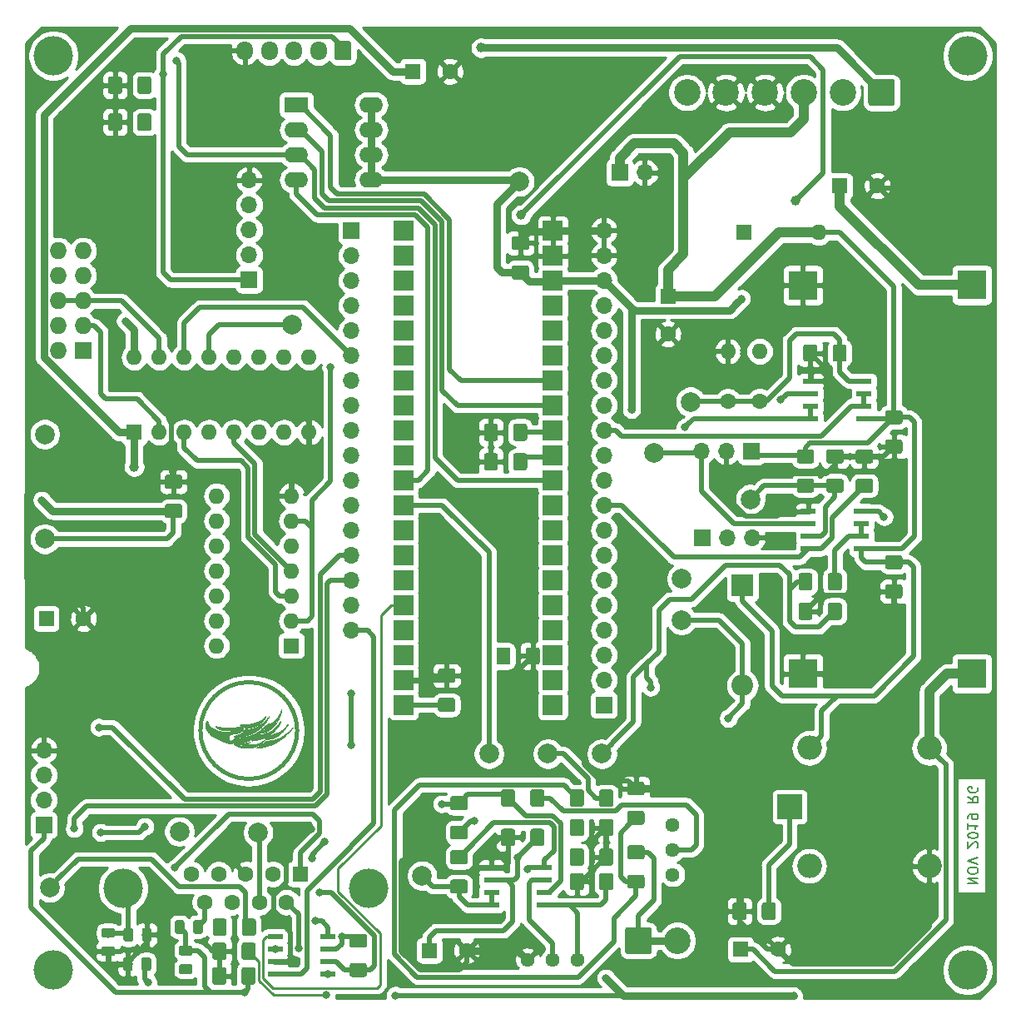
<source format=gbr>
G04 #@! TF.GenerationSoftware,KiCad,Pcbnew,(5.1.0)-1*
G04 #@! TF.CreationDate,2020-01-07T21:36:01+05:30*
G04 #@! TF.ProjectId,BLDC_STM32_proto_1,424c4443-5f53-4544-9d33-325f70726f74,rev?*
G04 #@! TF.SameCoordinates,Original*
G04 #@! TF.FileFunction,Copper,L2,Bot*
G04 #@! TF.FilePolarity,Positive*
%FSLAX46Y46*%
G04 Gerber Fmt 4.6, Leading zero omitted, Abs format (unit mm)*
G04 Created by KiCad (PCBNEW (5.1.0)-1) date 2020-01-07 21:36:01*
%MOMM*%
%LPD*%
G04 APERTURE LIST*
%ADD10C,0.200000*%
%ADD11C,0.010000*%
%ADD12C,0.400000*%
%ADD13C,0.100000*%
%ADD14C,0.975000*%
%ADD15C,4.000000*%
%ADD16R,1.600000X1.600000*%
%ADD17C,1.600000*%
%ADD18R,1.550000X0.600000*%
%ADD19C,1.425000*%
%ADD20O,1.727200X1.727200*%
%ADD21R,1.727200X1.727200*%
%ADD22C,2.000000*%
%ADD23O,1.700000X1.700000*%
%ADD24R,1.700000X1.700000*%
%ADD25R,3.000000X3.000000*%
%ADD26R,2.000000X2.000000*%
%ADD27O,1.600000X1.600000*%
%ADD28R,2.200000X2.200000*%
%ADD29O,2.200000X2.200000*%
%ADD30C,2.700000*%
%ADD31C,1.700000*%
%ADD32O,1.700000X1.950000*%
%ADD33R,2.500000X2.500000*%
%ADD34O,2.500000X2.500000*%
%ADD35C,1.440000*%
%ADD36R,2.400000X1.600000*%
%ADD37O,2.400000X1.600000*%
%ADD38C,0.800000*%
%ADD39C,1.000000*%
%ADD40C,1.016000*%
%ADD41C,0.508000*%
%ADD42C,0.762000*%
%ADD43C,0.254000*%
G04 APERTURE END LIST*
D10*
X166867619Y-139254761D02*
X167867619Y-139254761D01*
X166867619Y-138683333D01*
X167867619Y-138683333D01*
X167867619Y-138016666D02*
X167867619Y-137826190D01*
X167820000Y-137730952D01*
X167724761Y-137635714D01*
X167534285Y-137588095D01*
X167200952Y-137588095D01*
X167010476Y-137635714D01*
X166915238Y-137730952D01*
X166867619Y-137826190D01*
X166867619Y-138016666D01*
X166915238Y-138111904D01*
X167010476Y-138207142D01*
X167200952Y-138254761D01*
X167534285Y-138254761D01*
X167724761Y-138207142D01*
X167820000Y-138111904D01*
X167867619Y-138016666D01*
X167867619Y-137302380D02*
X166867619Y-136969047D01*
X167867619Y-136635714D01*
X167772380Y-135588095D02*
X167820000Y-135540476D01*
X167867619Y-135445238D01*
X167867619Y-135207142D01*
X167820000Y-135111904D01*
X167772380Y-135064285D01*
X167677142Y-135016666D01*
X167581904Y-135016666D01*
X167439047Y-135064285D01*
X166867619Y-135635714D01*
X166867619Y-135016666D01*
X167867619Y-134397619D02*
X167867619Y-134302380D01*
X167820000Y-134207142D01*
X167772380Y-134159523D01*
X167677142Y-134111904D01*
X167486666Y-134064285D01*
X167248571Y-134064285D01*
X167058095Y-134111904D01*
X166962857Y-134159523D01*
X166915238Y-134207142D01*
X166867619Y-134302380D01*
X166867619Y-134397619D01*
X166915238Y-134492857D01*
X166962857Y-134540476D01*
X167058095Y-134588095D01*
X167248571Y-134635714D01*
X167486666Y-134635714D01*
X167677142Y-134588095D01*
X167772380Y-134540476D01*
X167820000Y-134492857D01*
X167867619Y-134397619D01*
X166867619Y-133111904D02*
X166867619Y-133683333D01*
X166867619Y-133397619D02*
X167867619Y-133397619D01*
X167724761Y-133492857D01*
X167629523Y-133588095D01*
X167581904Y-133683333D01*
X166867619Y-132635714D02*
X166867619Y-132445238D01*
X166915238Y-132350000D01*
X166962857Y-132302380D01*
X167105714Y-132207142D01*
X167296190Y-132159523D01*
X167677142Y-132159523D01*
X167772380Y-132207142D01*
X167820000Y-132254761D01*
X167867619Y-132350000D01*
X167867619Y-132540476D01*
X167820000Y-132635714D01*
X167772380Y-132683333D01*
X167677142Y-132730952D01*
X167439047Y-132730952D01*
X167343809Y-132683333D01*
X167296190Y-132635714D01*
X167248571Y-132540476D01*
X167248571Y-132350000D01*
X167296190Y-132254761D01*
X167343809Y-132207142D01*
X167439047Y-132159523D01*
X166867619Y-130397619D02*
X167343809Y-130730952D01*
X166867619Y-130969047D02*
X167867619Y-130969047D01*
X167867619Y-130588095D01*
X167820000Y-130492857D01*
X167772380Y-130445238D01*
X167677142Y-130397619D01*
X167534285Y-130397619D01*
X167439047Y-130445238D01*
X167391428Y-130492857D01*
X167343809Y-130588095D01*
X167343809Y-130969047D01*
X167820000Y-129445238D02*
X167867619Y-129540476D01*
X167867619Y-129683333D01*
X167820000Y-129826190D01*
X167724761Y-129921428D01*
X167629523Y-129969047D01*
X167439047Y-130016666D01*
X167296190Y-130016666D01*
X167105714Y-129969047D01*
X167010476Y-129921428D01*
X166915238Y-129826190D01*
X166867619Y-129683333D01*
X166867619Y-129588095D01*
X166915238Y-129445238D01*
X166962857Y-129397619D01*
X167296190Y-129397619D01*
X167296190Y-129588095D01*
D11*
G36*
X94646861Y-125413807D02*
G01*
X94675675Y-125412918D01*
X94746361Y-125410275D01*
X94810748Y-125407210D01*
X94863283Y-125404037D01*
X94898416Y-125401066D01*
X94906919Y-125399906D01*
X94950158Y-125392880D01*
X95006671Y-125384645D01*
X95064498Y-125376891D01*
X95102198Y-125372333D01*
X95128398Y-125367764D01*
X95172363Y-125358426D01*
X95227248Y-125345821D01*
X95269400Y-125335636D01*
X95348735Y-125316026D01*
X95407392Y-125301397D01*
X95449361Y-125290673D01*
X95478630Y-125282779D01*
X95499188Y-125276640D01*
X95515026Y-125271182D01*
X95529750Y-125265481D01*
X95555278Y-125256419D01*
X95595404Y-125243308D01*
X95631350Y-125232092D01*
X95759545Y-125189095D01*
X95901702Y-125134631D01*
X96050828Y-125071590D01*
X96199931Y-125002861D01*
X96272700Y-124967059D01*
X96412583Y-124895340D01*
X96533566Y-124830197D01*
X96640338Y-124768784D01*
X96737585Y-124708254D01*
X96829997Y-124645761D01*
X96922260Y-124578460D01*
X96959434Y-124550125D01*
X96992948Y-124525094D01*
X97017998Y-124507844D01*
X97028058Y-124502500D01*
X97040561Y-124495050D01*
X97068775Y-124474803D01*
X97108645Y-124444913D01*
X97156115Y-124408537D01*
X97207131Y-124368830D01*
X97257637Y-124328947D01*
X97303579Y-124292043D01*
X97340901Y-124261274D01*
X97364900Y-124240397D01*
X97401853Y-124206512D01*
X97438878Y-124172952D01*
X97447450Y-124165261D01*
X97524643Y-124093852D01*
X97613300Y-124007808D01*
X97708628Y-123912012D01*
X97805836Y-123811347D01*
X97900135Y-123710696D01*
X97980907Y-123621514D01*
X98009557Y-123587698D01*
X98043827Y-123545065D01*
X98077826Y-123501179D01*
X98105666Y-123463606D01*
X98118752Y-123444451D01*
X98136425Y-123412749D01*
X98137916Y-123399908D01*
X98123714Y-123405628D01*
X98094309Y-123429609D01*
X98050191Y-123471550D01*
X98012600Y-123509594D01*
X97968435Y-123554008D01*
X97915315Y-123605691D01*
X97856321Y-123661825D01*
X97794536Y-123719593D01*
X97733042Y-123776180D01*
X97674920Y-123828768D01*
X97623253Y-123874540D01*
X97581122Y-123910680D01*
X97551611Y-123934370D01*
X97538837Y-123942586D01*
X97516935Y-123956569D01*
X97510950Y-123962588D01*
X97488711Y-123983394D01*
X97449301Y-124015266D01*
X97396764Y-124055308D01*
X97335147Y-124100623D01*
X97268494Y-124148314D01*
X97200852Y-124195485D01*
X97136266Y-124239239D01*
X97078781Y-124276679D01*
X97034700Y-124303605D01*
X96963009Y-124343822D01*
X96883707Y-124386097D01*
X96802498Y-124427588D01*
X96725083Y-124465454D01*
X96657168Y-124496854D01*
X96604454Y-124518946D01*
X96596550Y-124521885D01*
X96558330Y-124536790D01*
X96529822Y-124549926D01*
X96520984Y-124555400D01*
X96499176Y-124564215D01*
X96482535Y-124566000D01*
X96450747Y-124573150D01*
X96431100Y-124583202D01*
X96398006Y-124599708D01*
X96374300Y-124606950D01*
X96346731Y-124613432D01*
X96303475Y-124624457D01*
X96253321Y-124637779D01*
X96247300Y-124639413D01*
X96082755Y-124674694D01*
X95897046Y-124696719D01*
X95689922Y-124705518D01*
X95653390Y-124705701D01*
X95434500Y-124705700D01*
X95386281Y-124753325D01*
X95351703Y-124786214D01*
X95307304Y-124826748D01*
X95262668Y-124866181D01*
X95262456Y-124866364D01*
X95218841Y-124904203D01*
X95176131Y-124941429D01*
X95143321Y-124970201D01*
X95142400Y-124971014D01*
X95114044Y-124993981D01*
X95070880Y-125026585D01*
X95019197Y-125064318D01*
X94965282Y-125102669D01*
X94915424Y-125137128D01*
X94875909Y-125163186D01*
X94865647Y-125169510D01*
X94842582Y-125183782D01*
X94808093Y-125205647D01*
X94787960Y-125218566D01*
X94748711Y-125241953D01*
X94696789Y-125270369D01*
X94642566Y-125298161D01*
X94635560Y-125301594D01*
X94571418Y-125333490D01*
X94527272Y-125357362D01*
X94499840Y-125375358D01*
X94485844Y-125389623D01*
X94482000Y-125402045D01*
X94486388Y-125408637D01*
X94501759Y-125412924D01*
X94531422Y-125415090D01*
X94578686Y-125415323D01*
X94646861Y-125413807D01*
X94646861Y-125413807D01*
G37*
X94646861Y-125413807D02*
X94675675Y-125412918D01*
X94746361Y-125410275D01*
X94810748Y-125407210D01*
X94863283Y-125404037D01*
X94898416Y-125401066D01*
X94906919Y-125399906D01*
X94950158Y-125392880D01*
X95006671Y-125384645D01*
X95064498Y-125376891D01*
X95102198Y-125372333D01*
X95128398Y-125367764D01*
X95172363Y-125358426D01*
X95227248Y-125345821D01*
X95269400Y-125335636D01*
X95348735Y-125316026D01*
X95407392Y-125301397D01*
X95449361Y-125290673D01*
X95478630Y-125282779D01*
X95499188Y-125276640D01*
X95515026Y-125271182D01*
X95529750Y-125265481D01*
X95555278Y-125256419D01*
X95595404Y-125243308D01*
X95631350Y-125232092D01*
X95759545Y-125189095D01*
X95901702Y-125134631D01*
X96050828Y-125071590D01*
X96199931Y-125002861D01*
X96272700Y-124967059D01*
X96412583Y-124895340D01*
X96533566Y-124830197D01*
X96640338Y-124768784D01*
X96737585Y-124708254D01*
X96829997Y-124645761D01*
X96922260Y-124578460D01*
X96959434Y-124550125D01*
X96992948Y-124525094D01*
X97017998Y-124507844D01*
X97028058Y-124502500D01*
X97040561Y-124495050D01*
X97068775Y-124474803D01*
X97108645Y-124444913D01*
X97156115Y-124408537D01*
X97207131Y-124368830D01*
X97257637Y-124328947D01*
X97303579Y-124292043D01*
X97340901Y-124261274D01*
X97364900Y-124240397D01*
X97401853Y-124206512D01*
X97438878Y-124172952D01*
X97447450Y-124165261D01*
X97524643Y-124093852D01*
X97613300Y-124007808D01*
X97708628Y-123912012D01*
X97805836Y-123811347D01*
X97900135Y-123710696D01*
X97980907Y-123621514D01*
X98009557Y-123587698D01*
X98043827Y-123545065D01*
X98077826Y-123501179D01*
X98105666Y-123463606D01*
X98118752Y-123444451D01*
X98136425Y-123412749D01*
X98137916Y-123399908D01*
X98123714Y-123405628D01*
X98094309Y-123429609D01*
X98050191Y-123471550D01*
X98012600Y-123509594D01*
X97968435Y-123554008D01*
X97915315Y-123605691D01*
X97856321Y-123661825D01*
X97794536Y-123719593D01*
X97733042Y-123776180D01*
X97674920Y-123828768D01*
X97623253Y-123874540D01*
X97581122Y-123910680D01*
X97551611Y-123934370D01*
X97538837Y-123942586D01*
X97516935Y-123956569D01*
X97510950Y-123962588D01*
X97488711Y-123983394D01*
X97449301Y-124015266D01*
X97396764Y-124055308D01*
X97335147Y-124100623D01*
X97268494Y-124148314D01*
X97200852Y-124195485D01*
X97136266Y-124239239D01*
X97078781Y-124276679D01*
X97034700Y-124303605D01*
X96963009Y-124343822D01*
X96883707Y-124386097D01*
X96802498Y-124427588D01*
X96725083Y-124465454D01*
X96657168Y-124496854D01*
X96604454Y-124518946D01*
X96596550Y-124521885D01*
X96558330Y-124536790D01*
X96529822Y-124549926D01*
X96520984Y-124555400D01*
X96499176Y-124564215D01*
X96482535Y-124566000D01*
X96450747Y-124573150D01*
X96431100Y-124583202D01*
X96398006Y-124599708D01*
X96374300Y-124606950D01*
X96346731Y-124613432D01*
X96303475Y-124624457D01*
X96253321Y-124637779D01*
X96247300Y-124639413D01*
X96082755Y-124674694D01*
X95897046Y-124696719D01*
X95689922Y-124705518D01*
X95653390Y-124705701D01*
X95434500Y-124705700D01*
X95386281Y-124753325D01*
X95351703Y-124786214D01*
X95307304Y-124826748D01*
X95262668Y-124866181D01*
X95262456Y-124866364D01*
X95218841Y-124904203D01*
X95176131Y-124941429D01*
X95143321Y-124970201D01*
X95142400Y-124971014D01*
X95114044Y-124993981D01*
X95070880Y-125026585D01*
X95019197Y-125064318D01*
X94965282Y-125102669D01*
X94915424Y-125137128D01*
X94875909Y-125163186D01*
X94865647Y-125169510D01*
X94842582Y-125183782D01*
X94808093Y-125205647D01*
X94787960Y-125218566D01*
X94748711Y-125241953D01*
X94696789Y-125270369D01*
X94642566Y-125298161D01*
X94635560Y-125301594D01*
X94571418Y-125333490D01*
X94527272Y-125357362D01*
X94499840Y-125375358D01*
X94485844Y-125389623D01*
X94482000Y-125402045D01*
X94486388Y-125408637D01*
X94501759Y-125412924D01*
X94531422Y-125415090D01*
X94578686Y-125415323D01*
X94646861Y-125413807D01*
G36*
X95509879Y-124547861D02*
G01*
X95590341Y-124542058D01*
X95593279Y-124541808D01*
X95697190Y-124532228D01*
X95782493Y-124522416D01*
X95855961Y-124511120D01*
X95924365Y-124497088D01*
X95994477Y-124479065D01*
X96073069Y-124455799D01*
X96094900Y-124448996D01*
X96264395Y-124386220D01*
X96436055Y-124304737D01*
X96601395Y-124208898D01*
X96715945Y-124130368D01*
X96755179Y-124100393D01*
X96804319Y-124061408D01*
X96859162Y-124016911D01*
X96915506Y-123970402D01*
X96969150Y-123925380D01*
X97015892Y-123885345D01*
X97051529Y-123853797D01*
X97071861Y-123834233D01*
X97072800Y-123833177D01*
X97087992Y-123815890D01*
X97116396Y-123783826D01*
X97154308Y-123741156D01*
X97198024Y-123692052D01*
X97210571Y-123677976D01*
X97262593Y-123618187D01*
X97316440Y-123553869D01*
X97365753Y-123492753D01*
X97404127Y-123442634D01*
X97446130Y-123385295D01*
X97495066Y-123318511D01*
X97542848Y-123253319D01*
X97561631Y-123227698D01*
X97606937Y-123162388D01*
X97634280Y-123114416D01*
X97643840Y-123083345D01*
X97635796Y-123068734D01*
X97627463Y-123067400D01*
X97607535Y-123076159D01*
X97585091Y-123095975D01*
X97560894Y-123125794D01*
X97534160Y-123162462D01*
X97529707Y-123169000D01*
X97471798Y-123246691D01*
X97398502Y-123332077D01*
X97315777Y-123419092D01*
X97229582Y-123501670D01*
X97145878Y-123573742D01*
X97091850Y-123614770D01*
X97021266Y-123664435D01*
X96965881Y-123702608D01*
X96920330Y-123732711D01*
X96879250Y-123758167D01*
X96837280Y-123782398D01*
X96789055Y-123808825D01*
X96780700Y-123813325D01*
X96725655Y-123841072D01*
X96659125Y-123871781D01*
X96586862Y-123903095D01*
X96514617Y-123932659D01*
X96448143Y-123958116D01*
X96393191Y-123977111D01*
X96356373Y-123987126D01*
X96232388Y-124012999D01*
X96126583Y-124040435D01*
X96031756Y-124071977D01*
X95940706Y-124110170D01*
X95846231Y-124157558D01*
X95796450Y-124184937D01*
X95751419Y-124210222D01*
X95710022Y-124233373D01*
X95684284Y-124247683D01*
X95664230Y-124258860D01*
X95645701Y-124269598D01*
X95624074Y-124282767D01*
X95594724Y-124301233D01*
X95553026Y-124327864D01*
X95497910Y-124363243D01*
X95445965Y-124395977D01*
X95396381Y-124426123D01*
X95356643Y-124449176D01*
X95342335Y-124456875D01*
X95305707Y-124480959D01*
X95294308Y-124502696D01*
X95308038Y-124521648D01*
X95346796Y-124537377D01*
X95361504Y-124541007D01*
X95401101Y-124547355D01*
X95448680Y-124549633D01*
X95509879Y-124547861D01*
X95509879Y-124547861D01*
G37*
X95509879Y-124547861D02*
X95590341Y-124542058D01*
X95593279Y-124541808D01*
X95697190Y-124532228D01*
X95782493Y-124522416D01*
X95855961Y-124511120D01*
X95924365Y-124497088D01*
X95994477Y-124479065D01*
X96073069Y-124455799D01*
X96094900Y-124448996D01*
X96264395Y-124386220D01*
X96436055Y-124304737D01*
X96601395Y-124208898D01*
X96715945Y-124130368D01*
X96755179Y-124100393D01*
X96804319Y-124061408D01*
X96859162Y-124016911D01*
X96915506Y-123970402D01*
X96969150Y-123925380D01*
X97015892Y-123885345D01*
X97051529Y-123853797D01*
X97071861Y-123834233D01*
X97072800Y-123833177D01*
X97087992Y-123815890D01*
X97116396Y-123783826D01*
X97154308Y-123741156D01*
X97198024Y-123692052D01*
X97210571Y-123677976D01*
X97262593Y-123618187D01*
X97316440Y-123553869D01*
X97365753Y-123492753D01*
X97404127Y-123442634D01*
X97446130Y-123385295D01*
X97495066Y-123318511D01*
X97542848Y-123253319D01*
X97561631Y-123227698D01*
X97606937Y-123162388D01*
X97634280Y-123114416D01*
X97643840Y-123083345D01*
X97635796Y-123068734D01*
X97627463Y-123067400D01*
X97607535Y-123076159D01*
X97585091Y-123095975D01*
X97560894Y-123125794D01*
X97534160Y-123162462D01*
X97529707Y-123169000D01*
X97471798Y-123246691D01*
X97398502Y-123332077D01*
X97315777Y-123419092D01*
X97229582Y-123501670D01*
X97145878Y-123573742D01*
X97091850Y-123614770D01*
X97021266Y-123664435D01*
X96965881Y-123702608D01*
X96920330Y-123732711D01*
X96879250Y-123758167D01*
X96837280Y-123782398D01*
X96789055Y-123808825D01*
X96780700Y-123813325D01*
X96725655Y-123841072D01*
X96659125Y-123871781D01*
X96586862Y-123903095D01*
X96514617Y-123932659D01*
X96448143Y-123958116D01*
X96393191Y-123977111D01*
X96356373Y-123987126D01*
X96232388Y-124012999D01*
X96126583Y-124040435D01*
X96031756Y-124071977D01*
X95940706Y-124110170D01*
X95846231Y-124157558D01*
X95796450Y-124184937D01*
X95751419Y-124210222D01*
X95710022Y-124233373D01*
X95684284Y-124247683D01*
X95664230Y-124258860D01*
X95645701Y-124269598D01*
X95624074Y-124282767D01*
X95594724Y-124301233D01*
X95553026Y-124327864D01*
X95497910Y-124363243D01*
X95445965Y-124395977D01*
X95396381Y-124426123D01*
X95356643Y-124449176D01*
X95342335Y-124456875D01*
X95305707Y-124480959D01*
X95294308Y-124502696D01*
X95308038Y-124521648D01*
X95346796Y-124537377D01*
X95361504Y-124541007D01*
X95401101Y-124547355D01*
X95448680Y-124549633D01*
X95509879Y-124547861D01*
G36*
X95035857Y-123887218D02*
G01*
X95083849Y-123879723D01*
X95133202Y-123872147D01*
X95136050Y-123871715D01*
X95183736Y-123862602D01*
X95247172Y-123847888D01*
X95317911Y-123829701D01*
X95387508Y-123810171D01*
X95423412Y-123799260D01*
X95490953Y-123773565D01*
X95571817Y-123735831D01*
X95659327Y-123689674D01*
X95746805Y-123638711D01*
X95827575Y-123586559D01*
X95864394Y-123560403D01*
X96013949Y-123437237D01*
X96161502Y-123290750D01*
X96305261Y-123123021D01*
X96443434Y-122936129D01*
X96564078Y-122749050D01*
X96594852Y-122696997D01*
X96621052Y-122650617D01*
X96639558Y-122615559D01*
X96646797Y-122599241D01*
X96658194Y-122577814D01*
X96667255Y-122572100D01*
X96678796Y-122562444D01*
X96679100Y-122559645D01*
X96684182Y-122543389D01*
X96697841Y-122509900D01*
X96717694Y-122464858D01*
X96731042Y-122435820D01*
X96759350Y-122374992D01*
X96781193Y-122327596D01*
X96800909Y-122284076D01*
X96822836Y-122234874D01*
X96843498Y-122188148D01*
X96868755Y-122126261D01*
X96895173Y-122053406D01*
X96921598Y-121973723D01*
X96946875Y-121891349D01*
X96969852Y-121810422D01*
X96989373Y-121735079D01*
X97004285Y-121669459D01*
X97013434Y-121617699D01*
X97015666Y-121583937D01*
X97014216Y-121575995D01*
X97001123Y-121557801D01*
X96985452Y-121564823D01*
X96967163Y-121597083D01*
X96965020Y-121602101D01*
X96952696Y-121633693D01*
X96946131Y-121654610D01*
X96945800Y-121657061D01*
X96940985Y-121671882D01*
X96927995Y-121704776D01*
X96909004Y-121750620D01*
X96886192Y-121804295D01*
X96861735Y-121860679D01*
X96837811Y-121914650D01*
X96816598Y-121961088D01*
X96815937Y-121962500D01*
X96799108Y-121996357D01*
X96775686Y-122040796D01*
X96748741Y-122090315D01*
X96721343Y-122139412D01*
X96696562Y-122182588D01*
X96677469Y-122214340D01*
X96667133Y-122229168D01*
X96667097Y-122229200D01*
X96655223Y-122244441D01*
X96647350Y-122256734D01*
X96586427Y-122347203D01*
X96509881Y-122443626D01*
X96423013Y-122540457D01*
X96331127Y-122632145D01*
X96239525Y-122713143D01*
X96153509Y-122777904D01*
X96142048Y-122785466D01*
X96043793Y-122844947D01*
X95950148Y-122892039D01*
X95853237Y-122929901D01*
X95745186Y-122961690D01*
X95644050Y-122985166D01*
X95622496Y-123001377D01*
X95595555Y-123041623D01*
X95574200Y-123082801D01*
X95486125Y-123248083D01*
X95385755Y-123402024D01*
X95269099Y-123550118D01*
X95132165Y-123697859D01*
X95114695Y-123715316D01*
X95053735Y-123776990D01*
X95011093Y-123823500D01*
X94986026Y-123856471D01*
X94977788Y-123877524D01*
X94985636Y-123888283D01*
X95008825Y-123890370D01*
X95035857Y-123887218D01*
X95035857Y-123887218D01*
G37*
X95035857Y-123887218D02*
X95083849Y-123879723D01*
X95133202Y-123872147D01*
X95136050Y-123871715D01*
X95183736Y-123862602D01*
X95247172Y-123847888D01*
X95317911Y-123829701D01*
X95387508Y-123810171D01*
X95423412Y-123799260D01*
X95490953Y-123773565D01*
X95571817Y-123735831D01*
X95659327Y-123689674D01*
X95746805Y-123638711D01*
X95827575Y-123586559D01*
X95864394Y-123560403D01*
X96013949Y-123437237D01*
X96161502Y-123290750D01*
X96305261Y-123123021D01*
X96443434Y-122936129D01*
X96564078Y-122749050D01*
X96594852Y-122696997D01*
X96621052Y-122650617D01*
X96639558Y-122615559D01*
X96646797Y-122599241D01*
X96658194Y-122577814D01*
X96667255Y-122572100D01*
X96678796Y-122562444D01*
X96679100Y-122559645D01*
X96684182Y-122543389D01*
X96697841Y-122509900D01*
X96717694Y-122464858D01*
X96731042Y-122435820D01*
X96759350Y-122374992D01*
X96781193Y-122327596D01*
X96800909Y-122284076D01*
X96822836Y-122234874D01*
X96843498Y-122188148D01*
X96868755Y-122126261D01*
X96895173Y-122053406D01*
X96921598Y-121973723D01*
X96946875Y-121891349D01*
X96969852Y-121810422D01*
X96989373Y-121735079D01*
X97004285Y-121669459D01*
X97013434Y-121617699D01*
X97015666Y-121583937D01*
X97014216Y-121575995D01*
X97001123Y-121557801D01*
X96985452Y-121564823D01*
X96967163Y-121597083D01*
X96965020Y-121602101D01*
X96952696Y-121633693D01*
X96946131Y-121654610D01*
X96945800Y-121657061D01*
X96940985Y-121671882D01*
X96927995Y-121704776D01*
X96909004Y-121750620D01*
X96886192Y-121804295D01*
X96861735Y-121860679D01*
X96837811Y-121914650D01*
X96816598Y-121961088D01*
X96815937Y-121962500D01*
X96799108Y-121996357D01*
X96775686Y-122040796D01*
X96748741Y-122090315D01*
X96721343Y-122139412D01*
X96696562Y-122182588D01*
X96677469Y-122214340D01*
X96667133Y-122229168D01*
X96667097Y-122229200D01*
X96655223Y-122244441D01*
X96647350Y-122256734D01*
X96586427Y-122347203D01*
X96509881Y-122443626D01*
X96423013Y-122540457D01*
X96331127Y-122632145D01*
X96239525Y-122713143D01*
X96153509Y-122777904D01*
X96142048Y-122785466D01*
X96043793Y-122844947D01*
X95950148Y-122892039D01*
X95853237Y-122929901D01*
X95745186Y-122961690D01*
X95644050Y-122985166D01*
X95622496Y-123001377D01*
X95595555Y-123041623D01*
X95574200Y-123082801D01*
X95486125Y-123248083D01*
X95385755Y-123402024D01*
X95269099Y-123550118D01*
X95132165Y-123697859D01*
X95114695Y-123715316D01*
X95053735Y-123776990D01*
X95011093Y-123823500D01*
X94986026Y-123856471D01*
X94977788Y-123877524D01*
X94985636Y-123888283D01*
X95008825Y-123890370D01*
X95035857Y-123887218D01*
G36*
X94053726Y-124701268D02*
G01*
X94108110Y-124695291D01*
X94167754Y-124688823D01*
X94189900Y-124686447D01*
X94232467Y-124680486D01*
X94293553Y-124670102D01*
X94366913Y-124656542D01*
X94446307Y-124641049D01*
X94525493Y-124624870D01*
X94598227Y-124609250D01*
X94658268Y-124595433D01*
X94697900Y-124585103D01*
X94743164Y-124571858D01*
X94797794Y-124555930D01*
X94831250Y-124546203D01*
X94956690Y-124505345D01*
X95095682Y-124452409D01*
X95241398Y-124390482D01*
X95387014Y-124322652D01*
X95525705Y-124252005D01*
X95650643Y-124181629D01*
X95688500Y-124158485D01*
X95861729Y-124042267D01*
X96030419Y-123914107D01*
X96190762Y-123777487D01*
X96338954Y-123635893D01*
X96471188Y-123492809D01*
X96583658Y-123351720D01*
X96609707Y-123315050D01*
X96638846Y-123274073D01*
X96663203Y-123241986D01*
X96678793Y-123223961D01*
X96681474Y-123221917D01*
X96691671Y-123207410D01*
X96691800Y-123205432D01*
X96698217Y-123189172D01*
X96715015Y-123158502D01*
X96737730Y-123121380D01*
X96768273Y-123070560D01*
X96800789Y-123011352D01*
X96832843Y-122948833D01*
X96861997Y-122888079D01*
X96885815Y-122834166D01*
X96901861Y-122792169D01*
X96907700Y-122767258D01*
X96902136Y-122742378D01*
X96885880Y-122739890D01*
X96859581Y-122759457D01*
X96823891Y-122800744D01*
X96811992Y-122816575D01*
X96780364Y-122859722D01*
X96739440Y-122915575D01*
X96694924Y-122976345D01*
X96659347Y-123024925D01*
X96625061Y-123069927D01*
X96582684Y-123122766D01*
X96535108Y-123180140D01*
X96485225Y-123238745D01*
X96435930Y-123295276D01*
X96390114Y-123346431D01*
X96350671Y-123388906D01*
X96320493Y-123419397D01*
X96302473Y-123434601D01*
X96299646Y-123435700D01*
X96286614Y-123443862D01*
X96261427Y-123465103D01*
X96234189Y-123490403D01*
X96191157Y-123528967D01*
X96140430Y-123570344D01*
X96107600Y-123594989D01*
X96070165Y-123621897D01*
X96040315Y-123643673D01*
X96025050Y-123655184D01*
X95976732Y-123689777D01*
X95910186Y-123730907D01*
X95830790Y-123775737D01*
X95743922Y-123821429D01*
X95654963Y-123865147D01*
X95569290Y-123904054D01*
X95498000Y-123933160D01*
X95324439Y-123990328D01*
X95149503Y-124031384D01*
X94979531Y-124055068D01*
X94856650Y-124060673D01*
X94786360Y-124068011D01*
X94727645Y-124092578D01*
X94672500Y-124137136D01*
X94627948Y-124176425D01*
X94565709Y-124224821D01*
X94490319Y-124279129D01*
X94406315Y-124336155D01*
X94318233Y-124392707D01*
X94253400Y-124432190D01*
X94195818Y-124466611D01*
X94143299Y-124498425D01*
X94101216Y-124524350D01*
X94074940Y-124541104D01*
X94072939Y-124542455D01*
X94045622Y-124558780D01*
X94026723Y-124565983D01*
X94026221Y-124566000D01*
X94007204Y-124573751D01*
X93996595Y-124581875D01*
X93970880Y-124601463D01*
X93954413Y-124611731D01*
X93933905Y-124634423D01*
X93925574Y-124658913D01*
X93930128Y-124684840D01*
X93952673Y-124699989D01*
X93995198Y-124705018D01*
X94053726Y-124701268D01*
X94053726Y-124701268D01*
G37*
X94053726Y-124701268D02*
X94108110Y-124695291D01*
X94167754Y-124688823D01*
X94189900Y-124686447D01*
X94232467Y-124680486D01*
X94293553Y-124670102D01*
X94366913Y-124656542D01*
X94446307Y-124641049D01*
X94525493Y-124624870D01*
X94598227Y-124609250D01*
X94658268Y-124595433D01*
X94697900Y-124585103D01*
X94743164Y-124571858D01*
X94797794Y-124555930D01*
X94831250Y-124546203D01*
X94956690Y-124505345D01*
X95095682Y-124452409D01*
X95241398Y-124390482D01*
X95387014Y-124322652D01*
X95525705Y-124252005D01*
X95650643Y-124181629D01*
X95688500Y-124158485D01*
X95861729Y-124042267D01*
X96030419Y-123914107D01*
X96190762Y-123777487D01*
X96338954Y-123635893D01*
X96471188Y-123492809D01*
X96583658Y-123351720D01*
X96609707Y-123315050D01*
X96638846Y-123274073D01*
X96663203Y-123241986D01*
X96678793Y-123223961D01*
X96681474Y-123221917D01*
X96691671Y-123207410D01*
X96691800Y-123205432D01*
X96698217Y-123189172D01*
X96715015Y-123158502D01*
X96737730Y-123121380D01*
X96768273Y-123070560D01*
X96800789Y-123011352D01*
X96832843Y-122948833D01*
X96861997Y-122888079D01*
X96885815Y-122834166D01*
X96901861Y-122792169D01*
X96907700Y-122767258D01*
X96902136Y-122742378D01*
X96885880Y-122739890D01*
X96859581Y-122759457D01*
X96823891Y-122800744D01*
X96811992Y-122816575D01*
X96780364Y-122859722D01*
X96739440Y-122915575D01*
X96694924Y-122976345D01*
X96659347Y-123024925D01*
X96625061Y-123069927D01*
X96582684Y-123122766D01*
X96535108Y-123180140D01*
X96485225Y-123238745D01*
X96435930Y-123295276D01*
X96390114Y-123346431D01*
X96350671Y-123388906D01*
X96320493Y-123419397D01*
X96302473Y-123434601D01*
X96299646Y-123435700D01*
X96286614Y-123443862D01*
X96261427Y-123465103D01*
X96234189Y-123490403D01*
X96191157Y-123528967D01*
X96140430Y-123570344D01*
X96107600Y-123594989D01*
X96070165Y-123621897D01*
X96040315Y-123643673D01*
X96025050Y-123655184D01*
X95976732Y-123689777D01*
X95910186Y-123730907D01*
X95830790Y-123775737D01*
X95743922Y-123821429D01*
X95654963Y-123865147D01*
X95569290Y-123904054D01*
X95498000Y-123933160D01*
X95324439Y-123990328D01*
X95149503Y-124031384D01*
X94979531Y-124055068D01*
X94856650Y-124060673D01*
X94786360Y-124068011D01*
X94727645Y-124092578D01*
X94672500Y-124137136D01*
X94627948Y-124176425D01*
X94565709Y-124224821D01*
X94490319Y-124279129D01*
X94406315Y-124336155D01*
X94318233Y-124392707D01*
X94253400Y-124432190D01*
X94195818Y-124466611D01*
X94143299Y-124498425D01*
X94101216Y-124524350D01*
X94074940Y-124541104D01*
X94072939Y-124542455D01*
X94045622Y-124558780D01*
X94026723Y-124565983D01*
X94026221Y-124566000D01*
X94007204Y-124573751D01*
X93996595Y-124581875D01*
X93970880Y-124601463D01*
X93954413Y-124611731D01*
X93933905Y-124634423D01*
X93925574Y-124658913D01*
X93930128Y-124684840D01*
X93952673Y-124699989D01*
X93995198Y-124705018D01*
X94053726Y-124701268D01*
G36*
X93452281Y-123453950D02*
G01*
X93487888Y-123443780D01*
X93537952Y-123432464D01*
X93591781Y-123422414D01*
X93593000Y-123422214D01*
X93822459Y-123379198D01*
X94032312Y-123328200D01*
X94227506Y-123267747D01*
X94412987Y-123196367D01*
X94532800Y-123142405D01*
X94590988Y-123114404D01*
X94636839Y-123091294D01*
X94677165Y-123069172D01*
X94718781Y-123044136D01*
X94768499Y-123012282D01*
X94825727Y-122974610D01*
X94901823Y-122917377D01*
X94984824Y-122843115D01*
X95069597Y-122757161D01*
X95151013Y-122664854D01*
X95223939Y-122571531D01*
X95252881Y-122530239D01*
X95275254Y-122496231D01*
X95290463Y-122471657D01*
X95294800Y-122463048D01*
X95300537Y-122450519D01*
X95315906Y-122421060D01*
X95338143Y-122379914D01*
X95350645Y-122357187D01*
X95378637Y-122304603D01*
X95393827Y-122270143D01*
X95397133Y-122250550D01*
X95389472Y-122242571D01*
X95383124Y-122241900D01*
X95371190Y-122250628D01*
X95346252Y-122274156D01*
X95312403Y-122308502D01*
X95286816Y-122335544D01*
X95223213Y-122400264D01*
X95155246Y-122463359D01*
X95087618Y-122520914D01*
X95025035Y-122569010D01*
X94972200Y-122603732D01*
X94951900Y-122614397D01*
X94930249Y-122625661D01*
X94896303Y-122644523D01*
X94875700Y-122656321D01*
X94796934Y-122697391D01*
X94698936Y-122741379D01*
X94587392Y-122786287D01*
X94467987Y-122830110D01*
X94346408Y-122870850D01*
X94228341Y-122906503D01*
X94119471Y-122935070D01*
X94031150Y-122953576D01*
X93987677Y-122961410D01*
X93930390Y-122972068D01*
X93870396Y-122983479D01*
X93859700Y-122985544D01*
X93737407Y-123008179D01*
X93633925Y-123024988D01*
X93548550Y-123036327D01*
X93503722Y-123041581D01*
X93445770Y-123048437D01*
X93386788Y-123055464D01*
X93383450Y-123055863D01*
X93334383Y-123060570D01*
X93267294Y-123065389D01*
X93189555Y-123069869D01*
X93108537Y-123073560D01*
X93072300Y-123074866D01*
X92984091Y-123077915D01*
X92917817Y-123080917D01*
X92870022Y-123084480D01*
X92837248Y-123089216D01*
X92816038Y-123095732D01*
X92802937Y-123104638D01*
X92794487Y-123116544D01*
X92790600Y-123124525D01*
X92782663Y-123149686D01*
X92786349Y-123169126D01*
X92804158Y-123183822D01*
X92838590Y-123194749D01*
X92892146Y-123202883D01*
X92967324Y-123209201D01*
X93014770Y-123212036D01*
X93051735Y-123213961D01*
X93080208Y-123216821D01*
X93103832Y-123223193D01*
X93126247Y-123235656D01*
X93151095Y-123256789D01*
X93182017Y-123289170D01*
X93222654Y-123335377D01*
X93275500Y-123396658D01*
X93318935Y-123440447D01*
X93358582Y-123463154D01*
X93400984Y-123466900D01*
X93452281Y-123453950D01*
X93452281Y-123453950D01*
G37*
X93452281Y-123453950D02*
X93487888Y-123443780D01*
X93537952Y-123432464D01*
X93591781Y-123422414D01*
X93593000Y-123422214D01*
X93822459Y-123379198D01*
X94032312Y-123328200D01*
X94227506Y-123267747D01*
X94412987Y-123196367D01*
X94532800Y-123142405D01*
X94590988Y-123114404D01*
X94636839Y-123091294D01*
X94677165Y-123069172D01*
X94718781Y-123044136D01*
X94768499Y-123012282D01*
X94825727Y-122974610D01*
X94901823Y-122917377D01*
X94984824Y-122843115D01*
X95069597Y-122757161D01*
X95151013Y-122664854D01*
X95223939Y-122571531D01*
X95252881Y-122530239D01*
X95275254Y-122496231D01*
X95290463Y-122471657D01*
X95294800Y-122463048D01*
X95300537Y-122450519D01*
X95315906Y-122421060D01*
X95338143Y-122379914D01*
X95350645Y-122357187D01*
X95378637Y-122304603D01*
X95393827Y-122270143D01*
X95397133Y-122250550D01*
X95389472Y-122242571D01*
X95383124Y-122241900D01*
X95371190Y-122250628D01*
X95346252Y-122274156D01*
X95312403Y-122308502D01*
X95286816Y-122335544D01*
X95223213Y-122400264D01*
X95155246Y-122463359D01*
X95087618Y-122520914D01*
X95025035Y-122569010D01*
X94972200Y-122603732D01*
X94951900Y-122614397D01*
X94930249Y-122625661D01*
X94896303Y-122644523D01*
X94875700Y-122656321D01*
X94796934Y-122697391D01*
X94698936Y-122741379D01*
X94587392Y-122786287D01*
X94467987Y-122830110D01*
X94346408Y-122870850D01*
X94228341Y-122906503D01*
X94119471Y-122935070D01*
X94031150Y-122953576D01*
X93987677Y-122961410D01*
X93930390Y-122972068D01*
X93870396Y-122983479D01*
X93859700Y-122985544D01*
X93737407Y-123008179D01*
X93633925Y-123024988D01*
X93548550Y-123036327D01*
X93503722Y-123041581D01*
X93445770Y-123048437D01*
X93386788Y-123055464D01*
X93383450Y-123055863D01*
X93334383Y-123060570D01*
X93267294Y-123065389D01*
X93189555Y-123069869D01*
X93108537Y-123073560D01*
X93072300Y-123074866D01*
X92984091Y-123077915D01*
X92917817Y-123080917D01*
X92870022Y-123084480D01*
X92837248Y-123089216D01*
X92816038Y-123095732D01*
X92802937Y-123104638D01*
X92794487Y-123116544D01*
X92790600Y-123124525D01*
X92782663Y-123149686D01*
X92786349Y-123169126D01*
X92804158Y-123183822D01*
X92838590Y-123194749D01*
X92892146Y-123202883D01*
X92967324Y-123209201D01*
X93014770Y-123212036D01*
X93051735Y-123213961D01*
X93080208Y-123216821D01*
X93103832Y-123223193D01*
X93126247Y-123235656D01*
X93151095Y-123256789D01*
X93182017Y-123289170D01*
X93222654Y-123335377D01*
X93275500Y-123396658D01*
X93318935Y-123440447D01*
X93358582Y-123463154D01*
X93400984Y-123466900D01*
X93452281Y-123453950D01*
G36*
X92805494Y-124299324D02*
G01*
X92858426Y-124292639D01*
X92929199Y-124281283D01*
X93014368Y-124265807D01*
X93110400Y-124246783D01*
X93200575Y-124228174D01*
X93271116Y-124213292D01*
X93327285Y-124200829D01*
X93374345Y-124189479D01*
X93417558Y-124177936D01*
X93462187Y-124164892D01*
X93513493Y-124149042D01*
X93548550Y-124137995D01*
X93637406Y-124109682D01*
X93706627Y-124087028D01*
X93760911Y-124068407D01*
X93804957Y-124052194D01*
X93843463Y-124036766D01*
X93853350Y-124032597D01*
X93894343Y-124015222D01*
X93929100Y-124000627D01*
X93942250Y-123995184D01*
X94007318Y-123967744D01*
X94075725Y-123937463D01*
X94139984Y-123907769D01*
X94192612Y-123882089D01*
X94215300Y-123870140D01*
X94296377Y-123824015D01*
X94382745Y-123772708D01*
X94467792Y-123720306D01*
X94544907Y-123670897D01*
X94607477Y-123628570D01*
X94617194Y-123621653D01*
X94697367Y-123563259D01*
X94762755Y-123513601D01*
X94819716Y-123467341D01*
X94874610Y-123419141D01*
X94933795Y-123363662D01*
X94991992Y-123307025D01*
X95062609Y-123236421D01*
X95124038Y-123171981D01*
X95182512Y-123106785D01*
X95244263Y-123033914D01*
X95305047Y-122959450D01*
X95327998Y-122928967D01*
X95359818Y-122883867D01*
X95398263Y-122827606D01*
X95441092Y-122763643D01*
X95486059Y-122695436D01*
X95530921Y-122626441D01*
X95573435Y-122560118D01*
X95611357Y-122499923D01*
X95642444Y-122449315D01*
X95664452Y-122411750D01*
X95675137Y-122390687D01*
X95675800Y-122388063D01*
X95681725Y-122375107D01*
X95697035Y-122347200D01*
X95712430Y-122320593D01*
X95734510Y-122280952D01*
X95751668Y-122246226D01*
X95757736Y-122231134D01*
X95759956Y-122208488D01*
X95748977Y-122203212D01*
X95728638Y-122213840D01*
X95702782Y-122238904D01*
X95687984Y-122257775D01*
X95630794Y-122335194D01*
X95584480Y-122393186D01*
X95554796Y-122425867D01*
X95536674Y-122445310D01*
X95506363Y-122479347D01*
X95468082Y-122523183D01*
X95426056Y-122572027D01*
X95425993Y-122572100D01*
X95353264Y-122652963D01*
X95268308Y-122740462D01*
X95177442Y-122828545D01*
X95086979Y-122911164D01*
X95003237Y-122982269D01*
X94972444Y-123006587D01*
X94907009Y-123056714D01*
X94858796Y-123093212D01*
X94825011Y-123118088D01*
X94802863Y-123133354D01*
X94789558Y-123141018D01*
X94782777Y-123143080D01*
X94766858Y-123150476D01*
X94740132Y-123168219D01*
X94731977Y-123174260D01*
X94699571Y-123195718D01*
X94651661Y-123223491D01*
X94592736Y-123255372D01*
X94527283Y-123289154D01*
X94459790Y-123322627D01*
X94394746Y-123353586D01*
X94336638Y-123379820D01*
X94289954Y-123399124D01*
X94259182Y-123409288D01*
X94252186Y-123410300D01*
X94227132Y-123417137D01*
X94221015Y-123421410D01*
X94202458Y-123430006D01*
X94163945Y-123442234D01*
X94110449Y-123456872D01*
X94046944Y-123472695D01*
X93978404Y-123488479D01*
X93909805Y-123503002D01*
X93846119Y-123515039D01*
X93827950Y-123518107D01*
X93773227Y-123525308D01*
X93701221Y-123532328D01*
X93620046Y-123538499D01*
X93537812Y-123543150D01*
X93510450Y-123544289D01*
X93307250Y-123551844D01*
X93218967Y-123649347D01*
X93132926Y-123742141D01*
X93055528Y-123819562D01*
X92982465Y-123884336D01*
X92909426Y-123939192D01*
X92832101Y-123986855D01*
X92746182Y-124030053D01*
X92647356Y-124071511D01*
X92531316Y-124113957D01*
X92430950Y-124147897D01*
X92336413Y-124179531D01*
X92263558Y-124204980D01*
X92209756Y-124225422D01*
X92172379Y-124242036D01*
X92148799Y-124255999D01*
X92136389Y-124268491D01*
X92132519Y-124280689D01*
X92132500Y-124281711D01*
X92136584Y-124292270D01*
X92151141Y-124297541D01*
X92179624Y-124297469D01*
X92225485Y-124292001D01*
X92292180Y-124281083D01*
X92303950Y-124279015D01*
X92427961Y-124265961D01*
X92559351Y-124267626D01*
X92684973Y-124283763D01*
X92697650Y-124286363D01*
X92736559Y-124294333D01*
X92765464Y-124299637D01*
X92773850Y-124300783D01*
X92805494Y-124299324D01*
X92805494Y-124299324D01*
G37*
X92805494Y-124299324D02*
X92858426Y-124292639D01*
X92929199Y-124281283D01*
X93014368Y-124265807D01*
X93110400Y-124246783D01*
X93200575Y-124228174D01*
X93271116Y-124213292D01*
X93327285Y-124200829D01*
X93374345Y-124189479D01*
X93417558Y-124177936D01*
X93462187Y-124164892D01*
X93513493Y-124149042D01*
X93548550Y-124137995D01*
X93637406Y-124109682D01*
X93706627Y-124087028D01*
X93760911Y-124068407D01*
X93804957Y-124052194D01*
X93843463Y-124036766D01*
X93853350Y-124032597D01*
X93894343Y-124015222D01*
X93929100Y-124000627D01*
X93942250Y-123995184D01*
X94007318Y-123967744D01*
X94075725Y-123937463D01*
X94139984Y-123907769D01*
X94192612Y-123882089D01*
X94215300Y-123870140D01*
X94296377Y-123824015D01*
X94382745Y-123772708D01*
X94467792Y-123720306D01*
X94544907Y-123670897D01*
X94607477Y-123628570D01*
X94617194Y-123621653D01*
X94697367Y-123563259D01*
X94762755Y-123513601D01*
X94819716Y-123467341D01*
X94874610Y-123419141D01*
X94933795Y-123363662D01*
X94991992Y-123307025D01*
X95062609Y-123236421D01*
X95124038Y-123171981D01*
X95182512Y-123106785D01*
X95244263Y-123033914D01*
X95305047Y-122959450D01*
X95327998Y-122928967D01*
X95359818Y-122883867D01*
X95398263Y-122827606D01*
X95441092Y-122763643D01*
X95486059Y-122695436D01*
X95530921Y-122626441D01*
X95573435Y-122560118D01*
X95611357Y-122499923D01*
X95642444Y-122449315D01*
X95664452Y-122411750D01*
X95675137Y-122390687D01*
X95675800Y-122388063D01*
X95681725Y-122375107D01*
X95697035Y-122347200D01*
X95712430Y-122320593D01*
X95734510Y-122280952D01*
X95751668Y-122246226D01*
X95757736Y-122231134D01*
X95759956Y-122208488D01*
X95748977Y-122203212D01*
X95728638Y-122213840D01*
X95702782Y-122238904D01*
X95687984Y-122257775D01*
X95630794Y-122335194D01*
X95584480Y-122393186D01*
X95554796Y-122425867D01*
X95536674Y-122445310D01*
X95506363Y-122479347D01*
X95468082Y-122523183D01*
X95426056Y-122572027D01*
X95425993Y-122572100D01*
X95353264Y-122652963D01*
X95268308Y-122740462D01*
X95177442Y-122828545D01*
X95086979Y-122911164D01*
X95003237Y-122982269D01*
X94972444Y-123006587D01*
X94907009Y-123056714D01*
X94858796Y-123093212D01*
X94825011Y-123118088D01*
X94802863Y-123133354D01*
X94789558Y-123141018D01*
X94782777Y-123143080D01*
X94766858Y-123150476D01*
X94740132Y-123168219D01*
X94731977Y-123174260D01*
X94699571Y-123195718D01*
X94651661Y-123223491D01*
X94592736Y-123255372D01*
X94527283Y-123289154D01*
X94459790Y-123322627D01*
X94394746Y-123353586D01*
X94336638Y-123379820D01*
X94289954Y-123399124D01*
X94259182Y-123409288D01*
X94252186Y-123410300D01*
X94227132Y-123417137D01*
X94221015Y-123421410D01*
X94202458Y-123430006D01*
X94163945Y-123442234D01*
X94110449Y-123456872D01*
X94046944Y-123472695D01*
X93978404Y-123488479D01*
X93909805Y-123503002D01*
X93846119Y-123515039D01*
X93827950Y-123518107D01*
X93773227Y-123525308D01*
X93701221Y-123532328D01*
X93620046Y-123538499D01*
X93537812Y-123543150D01*
X93510450Y-123544289D01*
X93307250Y-123551844D01*
X93218967Y-123649347D01*
X93132926Y-123742141D01*
X93055528Y-123819562D01*
X92982465Y-123884336D01*
X92909426Y-123939192D01*
X92832101Y-123986855D01*
X92746182Y-124030053D01*
X92647356Y-124071511D01*
X92531316Y-124113957D01*
X92430950Y-124147897D01*
X92336413Y-124179531D01*
X92263558Y-124204980D01*
X92209756Y-124225422D01*
X92172379Y-124242036D01*
X92148799Y-124255999D01*
X92136389Y-124268491D01*
X92132519Y-124280689D01*
X92132500Y-124281711D01*
X92136584Y-124292270D01*
X92151141Y-124297541D01*
X92179624Y-124297469D01*
X92225485Y-124292001D01*
X92292180Y-124281083D01*
X92303950Y-124279015D01*
X92427961Y-124265961D01*
X92559351Y-124267626D01*
X92684973Y-124283763D01*
X92697650Y-124286363D01*
X92736559Y-124294333D01*
X92765464Y-124299637D01*
X92773850Y-124300783D01*
X92805494Y-124299324D01*
G36*
X92861773Y-124886923D02*
G01*
X92877364Y-124881912D01*
X92890622Y-124862570D01*
X92905504Y-124829324D01*
X92910227Y-124816039D01*
X92920563Y-124746028D01*
X92909114Y-124671375D01*
X92878068Y-124595821D01*
X92829618Y-124523105D01*
X92765953Y-124456968D01*
X92689264Y-124401152D01*
X92656754Y-124383218D01*
X92618222Y-124370689D01*
X92563683Y-124361353D01*
X92502414Y-124355967D01*
X92443692Y-124355290D01*
X92396792Y-124360079D01*
X92390716Y-124361477D01*
X92323910Y-124387957D01*
X92253232Y-124431387D01*
X92186262Y-124486047D01*
X92130582Y-124546218D01*
X92112790Y-124571134D01*
X92088912Y-124608017D01*
X92151796Y-124663352D01*
X92217665Y-124712130D01*
X92301195Y-124760014D01*
X92394809Y-124803234D01*
X92490930Y-124838020D01*
X92519850Y-124846447D01*
X92578147Y-124860110D01*
X92643178Y-124871726D01*
X92709499Y-124880755D01*
X92771668Y-124886657D01*
X92824240Y-124888893D01*
X92861773Y-124886923D01*
X92861773Y-124886923D01*
G37*
X92861773Y-124886923D02*
X92877364Y-124881912D01*
X92890622Y-124862570D01*
X92905504Y-124829324D01*
X92910227Y-124816039D01*
X92920563Y-124746028D01*
X92909114Y-124671375D01*
X92878068Y-124595821D01*
X92829618Y-124523105D01*
X92765953Y-124456968D01*
X92689264Y-124401152D01*
X92656754Y-124383218D01*
X92618222Y-124370689D01*
X92563683Y-124361353D01*
X92502414Y-124355967D01*
X92443692Y-124355290D01*
X92396792Y-124360079D01*
X92390716Y-124361477D01*
X92323910Y-124387957D01*
X92253232Y-124431387D01*
X92186262Y-124486047D01*
X92130582Y-124546218D01*
X92112790Y-124571134D01*
X92088912Y-124608017D01*
X92151796Y-124663352D01*
X92217665Y-124712130D01*
X92301195Y-124760014D01*
X92394809Y-124803234D01*
X92490930Y-124838020D01*
X92519850Y-124846447D01*
X92578147Y-124860110D01*
X92643178Y-124871726D01*
X92709499Y-124880755D01*
X92771668Y-124886657D01*
X92824240Y-124888893D01*
X92861773Y-124886923D01*
G36*
X92867495Y-125092170D02*
G01*
X92982118Y-125085302D01*
X93096123Y-125074267D01*
X93203163Y-125059444D01*
X93295232Y-125041597D01*
X93340354Y-125031342D01*
X93378317Y-125023043D01*
X93396832Y-125019281D01*
X93423848Y-125012871D01*
X93462640Y-125002082D01*
X93478700Y-124997279D01*
X93515594Y-124986677D01*
X93542879Y-124980059D01*
X93549431Y-124979062D01*
X93568443Y-124973956D01*
X93601145Y-124961850D01*
X93619281Y-124954384D01*
X93696715Y-124920276D01*
X93750076Y-124894090D01*
X93779416Y-124875799D01*
X93784785Y-124865375D01*
X93783941Y-124864723D01*
X93762347Y-124862562D01*
X93757925Y-124864559D01*
X93739863Y-124871764D01*
X93704784Y-124883060D01*
X93660222Y-124896022D01*
X93659443Y-124896238D01*
X93518089Y-124931335D01*
X93384369Y-124955261D01*
X93252292Y-124968313D01*
X93115869Y-124970792D01*
X92969109Y-124962994D01*
X92806021Y-124945219D01*
X92771156Y-124940527D01*
X92734073Y-124933777D01*
X92680043Y-124921975D01*
X92616566Y-124906956D01*
X92551142Y-124890561D01*
X92491271Y-124874626D01*
X92444453Y-124860991D01*
X92437300Y-124858696D01*
X92387836Y-124840788D01*
X92326913Y-124816225D01*
X92259596Y-124787334D01*
X92190951Y-124756442D01*
X92126045Y-124725876D01*
X92069942Y-124697962D01*
X92027708Y-124675027D01*
X92005500Y-124660361D01*
X91973065Y-124641678D01*
X91938604Y-124634487D01*
X91911968Y-124640374D01*
X91907273Y-124644559D01*
X91901874Y-124668392D01*
X91908402Y-124705185D01*
X91924671Y-124746782D01*
X91942930Y-124777613D01*
X91973301Y-124817410D01*
X92003186Y-124851819D01*
X92027699Y-124875576D01*
X92041225Y-124883500D01*
X92058550Y-124892220D01*
X92068781Y-124902287D01*
X92090565Y-124921024D01*
X92122197Y-124940918D01*
X92124311Y-124942042D01*
X92190927Y-124976441D01*
X92238433Y-124999550D01*
X92269740Y-125012737D01*
X92283214Y-125016725D01*
X92307411Y-125023121D01*
X92344235Y-125034359D01*
X92361100Y-125039834D01*
X92410857Y-125053779D01*
X92465852Y-125065672D01*
X92481750Y-125068342D01*
X92527832Y-125075366D01*
X92570034Y-125081898D01*
X92583350Y-125083996D01*
X92661766Y-125091895D01*
X92758596Y-125094493D01*
X92867495Y-125092170D01*
X92867495Y-125092170D01*
G37*
X92867495Y-125092170D02*
X92982118Y-125085302D01*
X93096123Y-125074267D01*
X93203163Y-125059444D01*
X93295232Y-125041597D01*
X93340354Y-125031342D01*
X93378317Y-125023043D01*
X93396832Y-125019281D01*
X93423848Y-125012871D01*
X93462640Y-125002082D01*
X93478700Y-124997279D01*
X93515594Y-124986677D01*
X93542879Y-124980059D01*
X93549431Y-124979062D01*
X93568443Y-124973956D01*
X93601145Y-124961850D01*
X93619281Y-124954384D01*
X93696715Y-124920276D01*
X93750076Y-124894090D01*
X93779416Y-124875799D01*
X93784785Y-124865375D01*
X93783941Y-124864723D01*
X93762347Y-124862562D01*
X93757925Y-124864559D01*
X93739863Y-124871764D01*
X93704784Y-124883060D01*
X93660222Y-124896022D01*
X93659443Y-124896238D01*
X93518089Y-124931335D01*
X93384369Y-124955261D01*
X93252292Y-124968313D01*
X93115869Y-124970792D01*
X92969109Y-124962994D01*
X92806021Y-124945219D01*
X92771156Y-124940527D01*
X92734073Y-124933777D01*
X92680043Y-124921975D01*
X92616566Y-124906956D01*
X92551142Y-124890561D01*
X92491271Y-124874626D01*
X92444453Y-124860991D01*
X92437300Y-124858696D01*
X92387836Y-124840788D01*
X92326913Y-124816225D01*
X92259596Y-124787334D01*
X92190951Y-124756442D01*
X92126045Y-124725876D01*
X92069942Y-124697962D01*
X92027708Y-124675027D01*
X92005500Y-124660361D01*
X91973065Y-124641678D01*
X91938604Y-124634487D01*
X91911968Y-124640374D01*
X91907273Y-124644559D01*
X91901874Y-124668392D01*
X91908402Y-124705185D01*
X91924671Y-124746782D01*
X91942930Y-124777613D01*
X91973301Y-124817410D01*
X92003186Y-124851819D01*
X92027699Y-124875576D01*
X92041225Y-124883500D01*
X92058550Y-124892220D01*
X92068781Y-124902287D01*
X92090565Y-124921024D01*
X92122197Y-124940918D01*
X92124311Y-124942042D01*
X92190927Y-124976441D01*
X92238433Y-124999550D01*
X92269740Y-125012737D01*
X92283214Y-125016725D01*
X92307411Y-125023121D01*
X92344235Y-125034359D01*
X92361100Y-125039834D01*
X92410857Y-125053779D01*
X92465852Y-125065672D01*
X92481750Y-125068342D01*
X92527832Y-125075366D01*
X92570034Y-125081898D01*
X92583350Y-125083996D01*
X92661766Y-125091895D01*
X92758596Y-125094493D01*
X92867495Y-125092170D01*
G36*
X93579355Y-125460556D02*
G01*
X93830103Y-125434634D01*
X94081978Y-125383483D01*
X94234350Y-125340422D01*
X94279613Y-125325603D01*
X94315652Y-125312562D01*
X94335238Y-125303931D01*
X94335950Y-125303458D01*
X94354494Y-125294174D01*
X94388080Y-125280443D01*
X94412150Y-125271483D01*
X94482577Y-125243874D01*
X94558675Y-125210235D01*
X94631666Y-125174714D01*
X94692768Y-125141462D01*
X94711499Y-125129993D01*
X94744271Y-125109563D01*
X94767518Y-125096187D01*
X94774100Y-125093263D01*
X94788248Y-125086164D01*
X94817285Y-125068422D01*
X94855289Y-125043958D01*
X94896339Y-125016696D01*
X94934514Y-124990557D01*
X94963895Y-124969464D01*
X94977300Y-124958655D01*
X94995882Y-124942463D01*
X95028358Y-124915697D01*
X95068587Y-124883398D01*
X95080332Y-124874106D01*
X95135771Y-124827954D01*
X95184026Y-124783174D01*
X95221908Y-124743163D01*
X95246227Y-124711317D01*
X95253793Y-124691031D01*
X95253495Y-124689737D01*
X95243251Y-124675059D01*
X95224668Y-124675090D01*
X95194266Y-124690837D01*
X95155534Y-124718076D01*
X95114215Y-124747259D01*
X95075411Y-124771932D01*
X95051368Y-124784880D01*
X95026196Y-124798750D01*
X95015406Y-124810108D01*
X95015400Y-124810295D01*
X95004617Y-124819649D01*
X94975458Y-124837054D01*
X94932700Y-124860124D01*
X94881125Y-124886475D01*
X94825512Y-124913722D01*
X94770642Y-124939480D01*
X94721293Y-124961364D01*
X94682247Y-124976990D01*
X94678850Y-124978202D01*
X94637325Y-124992899D01*
X94602353Y-125005487D01*
X94589950Y-125010065D01*
X94559386Y-125020192D01*
X94509391Y-125035149D01*
X94445129Y-125053436D01*
X94371769Y-125073550D01*
X94367700Y-125074645D01*
X94277495Y-125093383D01*
X94169318Y-125107002D01*
X94050122Y-125115265D01*
X93926860Y-125117935D01*
X93806486Y-125114773D01*
X93695955Y-125105543D01*
X93650150Y-125099164D01*
X93601807Y-125091481D01*
X93560706Y-125085143D01*
X93535858Y-125081539D01*
X93510636Y-125083559D01*
X93470987Y-125092149D01*
X93434258Y-125102740D01*
X93384185Y-125118058D01*
X93321754Y-125136074D01*
X93259234Y-125153262D01*
X93250100Y-125155684D01*
X93199050Y-125169472D01*
X93156116Y-125181680D01*
X93128242Y-125190308D01*
X93123100Y-125192210D01*
X93102840Y-125196830D01*
X93063743Y-125202725D01*
X93012281Y-125208989D01*
X92977050Y-125212656D01*
X92820322Y-125218791D01*
X92670962Y-125206590D01*
X92532862Y-125176638D01*
X92409909Y-125129523D01*
X92402988Y-125126107D01*
X92368614Y-125110172D01*
X92343114Y-125100620D01*
X92336877Y-125099400D01*
X92319345Y-125092766D01*
X92290212Y-125076064D01*
X92277047Y-125067451D01*
X92236029Y-125048065D01*
X92199363Y-125045189D01*
X92172356Y-125057402D01*
X92160313Y-125083286D01*
X92161090Y-125098461D01*
X92174818Y-125115035D01*
X92209242Y-125138118D01*
X92260942Y-125166252D01*
X92326496Y-125197977D01*
X92402484Y-125231834D01*
X92485485Y-125266366D01*
X92572077Y-125300112D01*
X92658840Y-125331615D01*
X92742352Y-125359415D01*
X92819193Y-125382054D01*
X92837350Y-125386836D01*
X93082630Y-125436669D01*
X93330081Y-125461238D01*
X93579355Y-125460556D01*
X93579355Y-125460556D01*
G37*
X93579355Y-125460556D02*
X93830103Y-125434634D01*
X94081978Y-125383483D01*
X94234350Y-125340422D01*
X94279613Y-125325603D01*
X94315652Y-125312562D01*
X94335238Y-125303931D01*
X94335950Y-125303458D01*
X94354494Y-125294174D01*
X94388080Y-125280443D01*
X94412150Y-125271483D01*
X94482577Y-125243874D01*
X94558675Y-125210235D01*
X94631666Y-125174714D01*
X94692768Y-125141462D01*
X94711499Y-125129993D01*
X94744271Y-125109563D01*
X94767518Y-125096187D01*
X94774100Y-125093263D01*
X94788248Y-125086164D01*
X94817285Y-125068422D01*
X94855289Y-125043958D01*
X94896339Y-125016696D01*
X94934514Y-124990557D01*
X94963895Y-124969464D01*
X94977300Y-124958655D01*
X94995882Y-124942463D01*
X95028358Y-124915697D01*
X95068587Y-124883398D01*
X95080332Y-124874106D01*
X95135771Y-124827954D01*
X95184026Y-124783174D01*
X95221908Y-124743163D01*
X95246227Y-124711317D01*
X95253793Y-124691031D01*
X95253495Y-124689737D01*
X95243251Y-124675059D01*
X95224668Y-124675090D01*
X95194266Y-124690837D01*
X95155534Y-124718076D01*
X95114215Y-124747259D01*
X95075411Y-124771932D01*
X95051368Y-124784880D01*
X95026196Y-124798750D01*
X95015406Y-124810108D01*
X95015400Y-124810295D01*
X95004617Y-124819649D01*
X94975458Y-124837054D01*
X94932700Y-124860124D01*
X94881125Y-124886475D01*
X94825512Y-124913722D01*
X94770642Y-124939480D01*
X94721293Y-124961364D01*
X94682247Y-124976990D01*
X94678850Y-124978202D01*
X94637325Y-124992899D01*
X94602353Y-125005487D01*
X94589950Y-125010065D01*
X94559386Y-125020192D01*
X94509391Y-125035149D01*
X94445129Y-125053436D01*
X94371769Y-125073550D01*
X94367700Y-125074645D01*
X94277495Y-125093383D01*
X94169318Y-125107002D01*
X94050122Y-125115265D01*
X93926860Y-125117935D01*
X93806486Y-125114773D01*
X93695955Y-125105543D01*
X93650150Y-125099164D01*
X93601807Y-125091481D01*
X93560706Y-125085143D01*
X93535858Y-125081539D01*
X93510636Y-125083559D01*
X93470987Y-125092149D01*
X93434258Y-125102740D01*
X93384185Y-125118058D01*
X93321754Y-125136074D01*
X93259234Y-125153262D01*
X93250100Y-125155684D01*
X93199050Y-125169472D01*
X93156116Y-125181680D01*
X93128242Y-125190308D01*
X93123100Y-125192210D01*
X93102840Y-125196830D01*
X93063743Y-125202725D01*
X93012281Y-125208989D01*
X92977050Y-125212656D01*
X92820322Y-125218791D01*
X92670962Y-125206590D01*
X92532862Y-125176638D01*
X92409909Y-125129523D01*
X92402988Y-125126107D01*
X92368614Y-125110172D01*
X92343114Y-125100620D01*
X92336877Y-125099400D01*
X92319345Y-125092766D01*
X92290212Y-125076064D01*
X92277047Y-125067451D01*
X92236029Y-125048065D01*
X92199363Y-125045189D01*
X92172356Y-125057402D01*
X92160313Y-125083286D01*
X92161090Y-125098461D01*
X92174818Y-125115035D01*
X92209242Y-125138118D01*
X92260942Y-125166252D01*
X92326496Y-125197977D01*
X92402484Y-125231834D01*
X92485485Y-125266366D01*
X92572077Y-125300112D01*
X92658840Y-125331615D01*
X92742352Y-125359415D01*
X92819193Y-125382054D01*
X92837350Y-125386836D01*
X93082630Y-125436669D01*
X93330081Y-125461238D01*
X93579355Y-125460556D01*
G36*
X92008025Y-125033077D02*
G01*
X92016617Y-125024634D01*
X92018041Y-125008454D01*
X92008951Y-124971317D01*
X91983253Y-124919759D01*
X91942837Y-124856760D01*
X91889593Y-124785302D01*
X91834050Y-124718275D01*
X91754377Y-124622579D01*
X91693445Y-124540076D01*
X91650195Y-124468046D01*
X91623569Y-124403772D01*
X91612510Y-124344535D01*
X91615958Y-124287616D01*
X91632855Y-124230297D01*
X91638692Y-124216408D01*
X91673313Y-124161177D01*
X91725078Y-124115602D01*
X91795849Y-124078731D01*
X91887487Y-124049615D01*
X92001851Y-124027303D01*
X92011850Y-124025811D01*
X92053659Y-124019444D01*
X92106106Y-124011129D01*
X92138850Y-124005793D01*
X92193988Y-123997016D01*
X92258133Y-123987273D01*
X92303950Y-123980600D01*
X92476806Y-123951585D01*
X92626492Y-123916520D01*
X92754678Y-123874663D01*
X92863033Y-123825271D01*
X92953227Y-123767600D01*
X93026929Y-123700908D01*
X93078199Y-123636063D01*
X93104371Y-123593521D01*
X93117923Y-123558065D01*
X93122743Y-123517474D01*
X93123099Y-123494939D01*
X93117485Y-123424128D01*
X93098806Y-123371577D01*
X93064310Y-123332335D01*
X93017017Y-123304093D01*
X92988172Y-123291084D01*
X92964177Y-123283002D01*
X92938795Y-123279438D01*
X92905790Y-123279980D01*
X92858923Y-123284219D01*
X92805600Y-123290186D01*
X92744237Y-123297548D01*
X92689520Y-123304751D01*
X92647968Y-123310899D01*
X92627800Y-123314641D01*
X92600612Y-123319757D01*
X92556458Y-123326481D01*
X92503612Y-123333577D01*
X92488100Y-123335497D01*
X92434310Y-123342121D01*
X92386845Y-123348148D01*
X92353969Y-123352522D01*
X92348400Y-123353322D01*
X92115886Y-123381604D01*
X91874783Y-123399003D01*
X91632362Y-123405378D01*
X91395896Y-123400586D01*
X91172656Y-123384485D01*
X91110150Y-123377526D01*
X90999782Y-123363827D01*
X90908106Y-123351502D01*
X90828541Y-123339361D01*
X90754509Y-123326213D01*
X90679430Y-123310867D01*
X90596725Y-123292134D01*
X90499815Y-123268823D01*
X90473025Y-123262245D01*
X90393120Y-123244281D01*
X90335910Y-123235792D01*
X90300345Y-123237234D01*
X90285375Y-123249063D01*
X90289951Y-123271736D01*
X90313022Y-123305708D01*
X90329124Y-123324764D01*
X90409790Y-123402528D01*
X90503328Y-123465325D01*
X90602150Y-123511938D01*
X90651838Y-123531938D01*
X90694902Y-123549298D01*
X90724025Y-123561066D01*
X90729150Y-123563146D01*
X90741839Y-123568055D01*
X90756154Y-123572625D01*
X90776085Y-123577755D01*
X90805622Y-123584342D01*
X90848757Y-123593283D01*
X90909480Y-123605476D01*
X90976800Y-123618849D01*
X91052736Y-123633339D01*
X91123844Y-123645451D01*
X91193549Y-123655436D01*
X91265273Y-123663545D01*
X91342441Y-123670027D01*
X91428476Y-123675134D01*
X91526803Y-123679115D01*
X91640845Y-123682222D01*
X91774027Y-123684703D01*
X91901288Y-123686465D01*
X92012229Y-123687979D01*
X92114617Y-123689645D01*
X92205813Y-123691399D01*
X92283179Y-123693180D01*
X92344077Y-123694923D01*
X92385867Y-123696566D01*
X92405913Y-123698046D01*
X92407275Y-123698559D01*
X92388137Y-123706968D01*
X92347297Y-123717591D01*
X92288293Y-123729831D01*
X92214667Y-123743094D01*
X92129959Y-123756784D01*
X92037710Y-123770308D01*
X91941461Y-123783071D01*
X91844752Y-123794477D01*
X91821350Y-123797001D01*
X91736092Y-123803892D01*
X91632692Y-123808883D01*
X91517207Y-123811970D01*
X91395693Y-123813152D01*
X91274206Y-123812423D01*
X91158803Y-123809783D01*
X91055541Y-123805228D01*
X90970475Y-123798756D01*
X90957750Y-123797407D01*
X90733253Y-123765483D01*
X90530053Y-123721966D01*
X90346533Y-123666226D01*
X90181075Y-123597631D01*
X90032061Y-123515548D01*
X89897875Y-123419345D01*
X89823208Y-123354019D01*
X89720892Y-123243336D01*
X89636015Y-123119347D01*
X89567194Y-122979508D01*
X89513045Y-122821277D01*
X89494624Y-122749900D01*
X89480846Y-122718343D01*
X89460964Y-122701231D01*
X89452800Y-122700155D01*
X89437775Y-122705423D01*
X89414700Y-122715484D01*
X89387554Y-122730975D01*
X89373376Y-122743199D01*
X89364104Y-122762738D01*
X89351023Y-122798103D01*
X89337013Y-122840618D01*
X89324957Y-122881605D01*
X89318421Y-122908650D01*
X89295110Y-123079344D01*
X89294447Y-123239990D01*
X89316947Y-123393000D01*
X89363123Y-123540788D01*
X89433488Y-123685765D01*
X89509109Y-123803551D01*
X89536548Y-123838493D01*
X89575255Y-123882866D01*
X89621930Y-123933387D01*
X89673275Y-123986773D01*
X89725989Y-124039742D01*
X89776771Y-124089011D01*
X89822323Y-124131296D01*
X89859344Y-124163316D01*
X89884534Y-124181787D01*
X89892556Y-124185000D01*
X89909370Y-124193492D01*
X89932953Y-124214191D01*
X89935399Y-124216750D01*
X89958770Y-124238272D01*
X89975965Y-124248389D01*
X89977061Y-124248500D01*
X89993246Y-124255815D01*
X90020953Y-124274389D01*
X90037000Y-124286600D01*
X90066485Y-124308857D01*
X90087334Y-124322581D01*
X90092406Y-124324700D01*
X90105775Y-124331112D01*
X90134813Y-124348142D01*
X90173946Y-124372487D01*
X90185828Y-124380084D01*
X90229941Y-124406414D01*
X90289539Y-124439024D01*
X90361201Y-124476303D01*
X90441505Y-124516642D01*
X90527029Y-124558433D01*
X90614352Y-124600065D01*
X90700050Y-124639929D01*
X90780703Y-124676416D01*
X90852889Y-124707917D01*
X90913185Y-124732823D01*
X90958170Y-124749523D01*
X90984422Y-124756410D01*
X90986219Y-124756501D01*
X91005106Y-124761752D01*
X91034303Y-124774468D01*
X91035892Y-124775255D01*
X91070135Y-124790059D01*
X91098168Y-124798747D01*
X91129275Y-124806730D01*
X91141900Y-124811111D01*
X91171515Y-124821850D01*
X91217536Y-124837343D01*
X91272036Y-124855050D01*
X91327090Y-124872430D01*
X91374773Y-124886942D01*
X91405657Y-124895663D01*
X91445850Y-124906499D01*
X91495793Y-124920617D01*
X91522900Y-124928527D01*
X91651753Y-124965800D01*
X91757993Y-124994598D01*
X91842845Y-125015222D01*
X91907530Y-125027975D01*
X91945175Y-125032681D01*
X91986224Y-125035090D01*
X92008025Y-125033077D01*
X92008025Y-125033077D01*
G37*
X92008025Y-125033077D02*
X92016617Y-125024634D01*
X92018041Y-125008454D01*
X92008951Y-124971317D01*
X91983253Y-124919759D01*
X91942837Y-124856760D01*
X91889593Y-124785302D01*
X91834050Y-124718275D01*
X91754377Y-124622579D01*
X91693445Y-124540076D01*
X91650195Y-124468046D01*
X91623569Y-124403772D01*
X91612510Y-124344535D01*
X91615958Y-124287616D01*
X91632855Y-124230297D01*
X91638692Y-124216408D01*
X91673313Y-124161177D01*
X91725078Y-124115602D01*
X91795849Y-124078731D01*
X91887487Y-124049615D01*
X92001851Y-124027303D01*
X92011850Y-124025811D01*
X92053659Y-124019444D01*
X92106106Y-124011129D01*
X92138850Y-124005793D01*
X92193988Y-123997016D01*
X92258133Y-123987273D01*
X92303950Y-123980600D01*
X92476806Y-123951585D01*
X92626492Y-123916520D01*
X92754678Y-123874663D01*
X92863033Y-123825271D01*
X92953227Y-123767600D01*
X93026929Y-123700908D01*
X93078199Y-123636063D01*
X93104371Y-123593521D01*
X93117923Y-123558065D01*
X93122743Y-123517474D01*
X93123099Y-123494939D01*
X93117485Y-123424128D01*
X93098806Y-123371577D01*
X93064310Y-123332335D01*
X93017017Y-123304093D01*
X92988172Y-123291084D01*
X92964177Y-123283002D01*
X92938795Y-123279438D01*
X92905790Y-123279980D01*
X92858923Y-123284219D01*
X92805600Y-123290186D01*
X92744237Y-123297548D01*
X92689520Y-123304751D01*
X92647968Y-123310899D01*
X92627800Y-123314641D01*
X92600612Y-123319757D01*
X92556458Y-123326481D01*
X92503612Y-123333577D01*
X92488100Y-123335497D01*
X92434310Y-123342121D01*
X92386845Y-123348148D01*
X92353969Y-123352522D01*
X92348400Y-123353322D01*
X92115886Y-123381604D01*
X91874783Y-123399003D01*
X91632362Y-123405378D01*
X91395896Y-123400586D01*
X91172656Y-123384485D01*
X91110150Y-123377526D01*
X90999782Y-123363827D01*
X90908106Y-123351502D01*
X90828541Y-123339361D01*
X90754509Y-123326213D01*
X90679430Y-123310867D01*
X90596725Y-123292134D01*
X90499815Y-123268823D01*
X90473025Y-123262245D01*
X90393120Y-123244281D01*
X90335910Y-123235792D01*
X90300345Y-123237234D01*
X90285375Y-123249063D01*
X90289951Y-123271736D01*
X90313022Y-123305708D01*
X90329124Y-123324764D01*
X90409790Y-123402528D01*
X90503328Y-123465325D01*
X90602150Y-123511938D01*
X90651838Y-123531938D01*
X90694902Y-123549298D01*
X90724025Y-123561066D01*
X90729150Y-123563146D01*
X90741839Y-123568055D01*
X90756154Y-123572625D01*
X90776085Y-123577755D01*
X90805622Y-123584342D01*
X90848757Y-123593283D01*
X90909480Y-123605476D01*
X90976800Y-123618849D01*
X91052736Y-123633339D01*
X91123844Y-123645451D01*
X91193549Y-123655436D01*
X91265273Y-123663545D01*
X91342441Y-123670027D01*
X91428476Y-123675134D01*
X91526803Y-123679115D01*
X91640845Y-123682222D01*
X91774027Y-123684703D01*
X91901288Y-123686465D01*
X92012229Y-123687979D01*
X92114617Y-123689645D01*
X92205813Y-123691399D01*
X92283179Y-123693180D01*
X92344077Y-123694923D01*
X92385867Y-123696566D01*
X92405913Y-123698046D01*
X92407275Y-123698559D01*
X92388137Y-123706968D01*
X92347297Y-123717591D01*
X92288293Y-123729831D01*
X92214667Y-123743094D01*
X92129959Y-123756784D01*
X92037710Y-123770308D01*
X91941461Y-123783071D01*
X91844752Y-123794477D01*
X91821350Y-123797001D01*
X91736092Y-123803892D01*
X91632692Y-123808883D01*
X91517207Y-123811970D01*
X91395693Y-123813152D01*
X91274206Y-123812423D01*
X91158803Y-123809783D01*
X91055541Y-123805228D01*
X90970475Y-123798756D01*
X90957750Y-123797407D01*
X90733253Y-123765483D01*
X90530053Y-123721966D01*
X90346533Y-123666226D01*
X90181075Y-123597631D01*
X90032061Y-123515548D01*
X89897875Y-123419345D01*
X89823208Y-123354019D01*
X89720892Y-123243336D01*
X89636015Y-123119347D01*
X89567194Y-122979508D01*
X89513045Y-122821277D01*
X89494624Y-122749900D01*
X89480846Y-122718343D01*
X89460964Y-122701231D01*
X89452800Y-122700155D01*
X89437775Y-122705423D01*
X89414700Y-122715484D01*
X89387554Y-122730975D01*
X89373376Y-122743199D01*
X89364104Y-122762738D01*
X89351023Y-122798103D01*
X89337013Y-122840618D01*
X89324957Y-122881605D01*
X89318421Y-122908650D01*
X89295110Y-123079344D01*
X89294447Y-123239990D01*
X89316947Y-123393000D01*
X89363123Y-123540788D01*
X89433488Y-123685765D01*
X89509109Y-123803551D01*
X89536548Y-123838493D01*
X89575255Y-123882866D01*
X89621930Y-123933387D01*
X89673275Y-123986773D01*
X89725989Y-124039742D01*
X89776771Y-124089011D01*
X89822323Y-124131296D01*
X89859344Y-124163316D01*
X89884534Y-124181787D01*
X89892556Y-124185000D01*
X89909370Y-124193492D01*
X89932953Y-124214191D01*
X89935399Y-124216750D01*
X89958770Y-124238272D01*
X89975965Y-124248389D01*
X89977061Y-124248500D01*
X89993246Y-124255815D01*
X90020953Y-124274389D01*
X90037000Y-124286600D01*
X90066485Y-124308857D01*
X90087334Y-124322581D01*
X90092406Y-124324700D01*
X90105775Y-124331112D01*
X90134813Y-124348142D01*
X90173946Y-124372487D01*
X90185828Y-124380084D01*
X90229941Y-124406414D01*
X90289539Y-124439024D01*
X90361201Y-124476303D01*
X90441505Y-124516642D01*
X90527029Y-124558433D01*
X90614352Y-124600065D01*
X90700050Y-124639929D01*
X90780703Y-124676416D01*
X90852889Y-124707917D01*
X90913185Y-124732823D01*
X90958170Y-124749523D01*
X90984422Y-124756410D01*
X90986219Y-124756501D01*
X91005106Y-124761752D01*
X91034303Y-124774468D01*
X91035892Y-124775255D01*
X91070135Y-124790059D01*
X91098168Y-124798747D01*
X91129275Y-124806730D01*
X91141900Y-124811111D01*
X91171515Y-124821850D01*
X91217536Y-124837343D01*
X91272036Y-124855050D01*
X91327090Y-124872430D01*
X91374773Y-124886942D01*
X91405657Y-124895663D01*
X91445850Y-124906499D01*
X91495793Y-124920617D01*
X91522900Y-124928527D01*
X91651753Y-124965800D01*
X91757993Y-124994598D01*
X91842845Y-125015222D01*
X91907530Y-125027975D01*
X91945175Y-125032681D01*
X91986224Y-125035090D01*
X92008025Y-125033077D01*
D12*
X98606627Y-123687028D02*
G75*
G03X98606627Y-123687028I-4920366J0D01*
G01*
D11*
G36*
X93070961Y-124917925D02*
G01*
X93103293Y-124908629D01*
X93143064Y-124896308D01*
X93181975Y-124883558D01*
X93211728Y-124872975D01*
X93218350Y-124870303D01*
X93245852Y-124859713D01*
X93284975Y-124846000D01*
X93300900Y-124840703D01*
X93391600Y-124807411D01*
X93497636Y-124762460D01*
X93613456Y-124708651D01*
X93733513Y-124648784D01*
X93852256Y-124585657D01*
X93964136Y-124522071D01*
X94063603Y-124460825D01*
X94095014Y-124440084D01*
X94127968Y-124418501D01*
X94151561Y-124404269D01*
X94158916Y-124400900D01*
X94172408Y-124393889D01*
X94201564Y-124375087D01*
X94241654Y-124347846D01*
X94287948Y-124315515D01*
X94335715Y-124281446D01*
X94380225Y-124248989D01*
X94416748Y-124221494D01*
X94440554Y-124202311D01*
X94444725Y-124198463D01*
X94467787Y-124177737D01*
X94499283Y-124151924D01*
X94505723Y-124146900D01*
X94577528Y-124089384D01*
X94658190Y-124021227D01*
X94744777Y-123945215D01*
X94834357Y-123864135D01*
X94923998Y-123780774D01*
X95010768Y-123697920D01*
X95091736Y-123618359D01*
X95163970Y-123544878D01*
X95224538Y-123480264D01*
X95270509Y-123427304D01*
X95291584Y-123399869D01*
X95318352Y-123362432D01*
X95340604Y-123332228D01*
X95352275Y-123317319D01*
X95364710Y-123298655D01*
X95384029Y-123265069D01*
X95402916Y-123229801D01*
X95425374Y-123180310D01*
X95431453Y-123150228D01*
X95421238Y-123139623D01*
X95394819Y-123148566D01*
X95352284Y-123177126D01*
X95344347Y-123183240D01*
X95311171Y-123210564D01*
X95265915Y-123249790D01*
X95212448Y-123297361D01*
X95154639Y-123349716D01*
X95096360Y-123403297D01*
X95041479Y-123454544D01*
X94993866Y-123499898D01*
X94957391Y-123535800D01*
X94935925Y-123558690D01*
X94935274Y-123559479D01*
X94913957Y-123580832D01*
X94878113Y-123611741D01*
X94831984Y-123649030D01*
X94779808Y-123689519D01*
X94725826Y-123730031D01*
X94674278Y-123767385D01*
X94629403Y-123798405D01*
X94595442Y-123819910D01*
X94576634Y-123828724D01*
X94576043Y-123828782D01*
X94557817Y-123837870D01*
X94539150Y-123854800D01*
X94518111Y-123873741D01*
X94504544Y-123880200D01*
X94488212Y-123886898D01*
X94459088Y-123904039D01*
X94438278Y-123917799D01*
X94406535Y-123937835D01*
X94383966Y-123948735D01*
X94377475Y-123949242D01*
X94365700Y-123952380D01*
X94355254Y-123962444D01*
X94335257Y-123978680D01*
X94324869Y-123981828D01*
X94306727Y-123987423D01*
X94274022Y-124001937D01*
X94240700Y-124018675D01*
X94196207Y-124040589D01*
X94138260Y-124067030D01*
X94077100Y-124093373D01*
X94056550Y-124101829D01*
X94004222Y-124123132D01*
X93958570Y-124141884D01*
X93926266Y-124155335D01*
X93916850Y-124159370D01*
X93890309Y-124169083D01*
X93845570Y-124183450D01*
X93788981Y-124200604D01*
X93726891Y-124218674D01*
X93665648Y-124235793D01*
X93611601Y-124250091D01*
X93593000Y-124254703D01*
X93508192Y-124275066D01*
X93440918Y-124290916D01*
X93384042Y-124303791D01*
X93330427Y-124315228D01*
X93272940Y-124326766D01*
X93204444Y-124339943D01*
X93148500Y-124350519D01*
X93100967Y-124357014D01*
X93045331Y-124361253D01*
X93019875Y-124362043D01*
X92964667Y-124366737D01*
X92915498Y-124378247D01*
X92878096Y-124394511D01*
X92858187Y-124413465D01*
X92856400Y-124420956D01*
X92861071Y-124444928D01*
X92876570Y-124476998D01*
X92905125Y-124521191D01*
X92934428Y-124561977D01*
X92958824Y-124597828D01*
X92975884Y-124631910D01*
X92987739Y-124671133D01*
X92996520Y-124722409D01*
X93003786Y-124786848D01*
X93011097Y-124828921D01*
X93023206Y-124870091D01*
X93037367Y-124903049D01*
X93050839Y-124920488D01*
X93054364Y-124921600D01*
X93070961Y-124917925D01*
X93070961Y-124917925D01*
G37*
X93070961Y-124917925D02*
X93103293Y-124908629D01*
X93143064Y-124896308D01*
X93181975Y-124883558D01*
X93211728Y-124872975D01*
X93218350Y-124870303D01*
X93245852Y-124859713D01*
X93284975Y-124846000D01*
X93300900Y-124840703D01*
X93391600Y-124807411D01*
X93497636Y-124762460D01*
X93613456Y-124708651D01*
X93733513Y-124648784D01*
X93852256Y-124585657D01*
X93964136Y-124522071D01*
X94063603Y-124460825D01*
X94095014Y-124440084D01*
X94127968Y-124418501D01*
X94151561Y-124404269D01*
X94158916Y-124400900D01*
X94172408Y-124393889D01*
X94201564Y-124375087D01*
X94241654Y-124347846D01*
X94287948Y-124315515D01*
X94335715Y-124281446D01*
X94380225Y-124248989D01*
X94416748Y-124221494D01*
X94440554Y-124202311D01*
X94444725Y-124198463D01*
X94467787Y-124177737D01*
X94499283Y-124151924D01*
X94505723Y-124146900D01*
X94577528Y-124089384D01*
X94658190Y-124021227D01*
X94744777Y-123945215D01*
X94834357Y-123864135D01*
X94923998Y-123780774D01*
X95010768Y-123697920D01*
X95091736Y-123618359D01*
X95163970Y-123544878D01*
X95224538Y-123480264D01*
X95270509Y-123427304D01*
X95291584Y-123399869D01*
X95318352Y-123362432D01*
X95340604Y-123332228D01*
X95352275Y-123317319D01*
X95364710Y-123298655D01*
X95384029Y-123265069D01*
X95402916Y-123229801D01*
X95425374Y-123180310D01*
X95431453Y-123150228D01*
X95421238Y-123139623D01*
X95394819Y-123148566D01*
X95352284Y-123177126D01*
X95344347Y-123183240D01*
X95311171Y-123210564D01*
X95265915Y-123249790D01*
X95212448Y-123297361D01*
X95154639Y-123349716D01*
X95096360Y-123403297D01*
X95041479Y-123454544D01*
X94993866Y-123499898D01*
X94957391Y-123535800D01*
X94935925Y-123558690D01*
X94935274Y-123559479D01*
X94913957Y-123580832D01*
X94878113Y-123611741D01*
X94831984Y-123649030D01*
X94779808Y-123689519D01*
X94725826Y-123730031D01*
X94674278Y-123767385D01*
X94629403Y-123798405D01*
X94595442Y-123819910D01*
X94576634Y-123828724D01*
X94576043Y-123828782D01*
X94557817Y-123837870D01*
X94539150Y-123854800D01*
X94518111Y-123873741D01*
X94504544Y-123880200D01*
X94488212Y-123886898D01*
X94459088Y-123904039D01*
X94438278Y-123917799D01*
X94406535Y-123937835D01*
X94383966Y-123948735D01*
X94377475Y-123949242D01*
X94365700Y-123952380D01*
X94355254Y-123962444D01*
X94335257Y-123978680D01*
X94324869Y-123981828D01*
X94306727Y-123987423D01*
X94274022Y-124001937D01*
X94240700Y-124018675D01*
X94196207Y-124040589D01*
X94138260Y-124067030D01*
X94077100Y-124093373D01*
X94056550Y-124101829D01*
X94004222Y-124123132D01*
X93958570Y-124141884D01*
X93926266Y-124155335D01*
X93916850Y-124159370D01*
X93890309Y-124169083D01*
X93845570Y-124183450D01*
X93788981Y-124200604D01*
X93726891Y-124218674D01*
X93665648Y-124235793D01*
X93611601Y-124250091D01*
X93593000Y-124254703D01*
X93508192Y-124275066D01*
X93440918Y-124290916D01*
X93384042Y-124303791D01*
X93330427Y-124315228D01*
X93272940Y-124326766D01*
X93204444Y-124339943D01*
X93148500Y-124350519D01*
X93100967Y-124357014D01*
X93045331Y-124361253D01*
X93019875Y-124362043D01*
X92964667Y-124366737D01*
X92915498Y-124378247D01*
X92878096Y-124394511D01*
X92858187Y-124413465D01*
X92856400Y-124420956D01*
X92861071Y-124444928D01*
X92876570Y-124476998D01*
X92905125Y-124521191D01*
X92934428Y-124561977D01*
X92958824Y-124597828D01*
X92975884Y-124631910D01*
X92987739Y-124671133D01*
X92996520Y-124722409D01*
X93003786Y-124786848D01*
X93011097Y-124828921D01*
X93023206Y-124870091D01*
X93037367Y-124903049D01*
X93050839Y-124920488D01*
X93054364Y-124921600D01*
X93070961Y-124917925D01*
D13*
G36*
X79860142Y-145651174D02*
G01*
X79883803Y-145654684D01*
X79907007Y-145660496D01*
X79929529Y-145668554D01*
X79951153Y-145678782D01*
X79971670Y-145691079D01*
X79990883Y-145705329D01*
X80008607Y-145721393D01*
X80024671Y-145739117D01*
X80038921Y-145758330D01*
X80051218Y-145778847D01*
X80061446Y-145800471D01*
X80069504Y-145822993D01*
X80075316Y-145846197D01*
X80078826Y-145869858D01*
X80080000Y-145893750D01*
X80080000Y-146381250D01*
X80078826Y-146405142D01*
X80075316Y-146428803D01*
X80069504Y-146452007D01*
X80061446Y-146474529D01*
X80051218Y-146496153D01*
X80038921Y-146516670D01*
X80024671Y-146535883D01*
X80008607Y-146553607D01*
X79990883Y-146569671D01*
X79971670Y-146583921D01*
X79951153Y-146596218D01*
X79929529Y-146606446D01*
X79907007Y-146614504D01*
X79883803Y-146620316D01*
X79860142Y-146623826D01*
X79836250Y-146625000D01*
X78923750Y-146625000D01*
X78899858Y-146623826D01*
X78876197Y-146620316D01*
X78852993Y-146614504D01*
X78830471Y-146606446D01*
X78808847Y-146596218D01*
X78788330Y-146583921D01*
X78769117Y-146569671D01*
X78751393Y-146553607D01*
X78735329Y-146535883D01*
X78721079Y-146516670D01*
X78708782Y-146496153D01*
X78698554Y-146474529D01*
X78690496Y-146452007D01*
X78684684Y-146428803D01*
X78681174Y-146405142D01*
X78680000Y-146381250D01*
X78680000Y-145893750D01*
X78681174Y-145869858D01*
X78684684Y-145846197D01*
X78690496Y-145822993D01*
X78698554Y-145800471D01*
X78708782Y-145778847D01*
X78721079Y-145758330D01*
X78735329Y-145739117D01*
X78751393Y-145721393D01*
X78769117Y-145705329D01*
X78788330Y-145691079D01*
X78808847Y-145678782D01*
X78830471Y-145668554D01*
X78852993Y-145660496D01*
X78876197Y-145654684D01*
X78899858Y-145651174D01*
X78923750Y-145650000D01*
X79836250Y-145650000D01*
X79860142Y-145651174D01*
X79860142Y-145651174D01*
G37*
D14*
X79380000Y-146137500D03*
D13*
G36*
X79860142Y-143776174D02*
G01*
X79883803Y-143779684D01*
X79907007Y-143785496D01*
X79929529Y-143793554D01*
X79951153Y-143803782D01*
X79971670Y-143816079D01*
X79990883Y-143830329D01*
X80008607Y-143846393D01*
X80024671Y-143864117D01*
X80038921Y-143883330D01*
X80051218Y-143903847D01*
X80061446Y-143925471D01*
X80069504Y-143947993D01*
X80075316Y-143971197D01*
X80078826Y-143994858D01*
X80080000Y-144018750D01*
X80080000Y-144506250D01*
X80078826Y-144530142D01*
X80075316Y-144553803D01*
X80069504Y-144577007D01*
X80061446Y-144599529D01*
X80051218Y-144621153D01*
X80038921Y-144641670D01*
X80024671Y-144660883D01*
X80008607Y-144678607D01*
X79990883Y-144694671D01*
X79971670Y-144708921D01*
X79951153Y-144721218D01*
X79929529Y-144731446D01*
X79907007Y-144739504D01*
X79883803Y-144745316D01*
X79860142Y-144748826D01*
X79836250Y-144750000D01*
X78923750Y-144750000D01*
X78899858Y-144748826D01*
X78876197Y-144745316D01*
X78852993Y-144739504D01*
X78830471Y-144731446D01*
X78808847Y-144721218D01*
X78788330Y-144708921D01*
X78769117Y-144694671D01*
X78751393Y-144678607D01*
X78735329Y-144660883D01*
X78721079Y-144641670D01*
X78708782Y-144621153D01*
X78698554Y-144599529D01*
X78690496Y-144577007D01*
X78684684Y-144553803D01*
X78681174Y-144530142D01*
X78680000Y-144506250D01*
X78680000Y-144018750D01*
X78681174Y-143994858D01*
X78684684Y-143971197D01*
X78690496Y-143947993D01*
X78698554Y-143925471D01*
X78708782Y-143903847D01*
X78721079Y-143883330D01*
X78735329Y-143864117D01*
X78751393Y-143846393D01*
X78769117Y-143830329D01*
X78788330Y-143816079D01*
X78808847Y-143803782D01*
X78830471Y-143793554D01*
X78852993Y-143785496D01*
X78876197Y-143779684D01*
X78899858Y-143776174D01*
X78923750Y-143775000D01*
X79836250Y-143775000D01*
X79860142Y-143776174D01*
X79860142Y-143776174D01*
G37*
D14*
X79380000Y-144262500D03*
D13*
G36*
X83572642Y-143761174D02*
G01*
X83596303Y-143764684D01*
X83619507Y-143770496D01*
X83642029Y-143778554D01*
X83663653Y-143788782D01*
X83684170Y-143801079D01*
X83703383Y-143815329D01*
X83721107Y-143831393D01*
X83737171Y-143849117D01*
X83751421Y-143868330D01*
X83763718Y-143888847D01*
X83773946Y-143910471D01*
X83782004Y-143932993D01*
X83787816Y-143956197D01*
X83791326Y-143979858D01*
X83792500Y-144003750D01*
X83792500Y-144916250D01*
X83791326Y-144940142D01*
X83787816Y-144963803D01*
X83782004Y-144987007D01*
X83773946Y-145009529D01*
X83763718Y-145031153D01*
X83751421Y-145051670D01*
X83737171Y-145070883D01*
X83721107Y-145088607D01*
X83703383Y-145104671D01*
X83684170Y-145118921D01*
X83663653Y-145131218D01*
X83642029Y-145141446D01*
X83619507Y-145149504D01*
X83596303Y-145155316D01*
X83572642Y-145158826D01*
X83548750Y-145160000D01*
X83061250Y-145160000D01*
X83037358Y-145158826D01*
X83013697Y-145155316D01*
X82990493Y-145149504D01*
X82967971Y-145141446D01*
X82946347Y-145131218D01*
X82925830Y-145118921D01*
X82906617Y-145104671D01*
X82888893Y-145088607D01*
X82872829Y-145070883D01*
X82858579Y-145051670D01*
X82846282Y-145031153D01*
X82836054Y-145009529D01*
X82827996Y-144987007D01*
X82822184Y-144963803D01*
X82818674Y-144940142D01*
X82817500Y-144916250D01*
X82817500Y-144003750D01*
X82818674Y-143979858D01*
X82822184Y-143956197D01*
X82827996Y-143932993D01*
X82836054Y-143910471D01*
X82846282Y-143888847D01*
X82858579Y-143868330D01*
X82872829Y-143849117D01*
X82888893Y-143831393D01*
X82906617Y-143815329D01*
X82925830Y-143801079D01*
X82946347Y-143788782D01*
X82967971Y-143778554D01*
X82990493Y-143770496D01*
X83013697Y-143764684D01*
X83037358Y-143761174D01*
X83061250Y-143760000D01*
X83548750Y-143760000D01*
X83572642Y-143761174D01*
X83572642Y-143761174D01*
G37*
D14*
X83305000Y-144460000D03*
D13*
G36*
X81697642Y-143761174D02*
G01*
X81721303Y-143764684D01*
X81744507Y-143770496D01*
X81767029Y-143778554D01*
X81788653Y-143788782D01*
X81809170Y-143801079D01*
X81828383Y-143815329D01*
X81846107Y-143831393D01*
X81862171Y-143849117D01*
X81876421Y-143868330D01*
X81888718Y-143888847D01*
X81898946Y-143910471D01*
X81907004Y-143932993D01*
X81912816Y-143956197D01*
X81916326Y-143979858D01*
X81917500Y-144003750D01*
X81917500Y-144916250D01*
X81916326Y-144940142D01*
X81912816Y-144963803D01*
X81907004Y-144987007D01*
X81898946Y-145009529D01*
X81888718Y-145031153D01*
X81876421Y-145051670D01*
X81862171Y-145070883D01*
X81846107Y-145088607D01*
X81828383Y-145104671D01*
X81809170Y-145118921D01*
X81788653Y-145131218D01*
X81767029Y-145141446D01*
X81744507Y-145149504D01*
X81721303Y-145155316D01*
X81697642Y-145158826D01*
X81673750Y-145160000D01*
X81186250Y-145160000D01*
X81162358Y-145158826D01*
X81138697Y-145155316D01*
X81115493Y-145149504D01*
X81092971Y-145141446D01*
X81071347Y-145131218D01*
X81050830Y-145118921D01*
X81031617Y-145104671D01*
X81013893Y-145088607D01*
X80997829Y-145070883D01*
X80983579Y-145051670D01*
X80971282Y-145031153D01*
X80961054Y-145009529D01*
X80952996Y-144987007D01*
X80947184Y-144963803D01*
X80943674Y-144940142D01*
X80942500Y-144916250D01*
X80942500Y-144003750D01*
X80943674Y-143979858D01*
X80947184Y-143956197D01*
X80952996Y-143932993D01*
X80961054Y-143910471D01*
X80971282Y-143888847D01*
X80983579Y-143868330D01*
X80997829Y-143849117D01*
X81013893Y-143831393D01*
X81031617Y-143815329D01*
X81050830Y-143801079D01*
X81071347Y-143788782D01*
X81092971Y-143778554D01*
X81115493Y-143770496D01*
X81138697Y-143764684D01*
X81162358Y-143761174D01*
X81186250Y-143760000D01*
X81673750Y-143760000D01*
X81697642Y-143761174D01*
X81697642Y-143761174D01*
G37*
D14*
X81430000Y-144460000D03*
D15*
X73820000Y-55050000D03*
X166820000Y-55050000D03*
X166820000Y-148050000D03*
X73820000Y-148050000D03*
D16*
X98920000Y-138300000D03*
D17*
X96150000Y-138300000D03*
X93380000Y-138300000D03*
X90610000Y-138300000D03*
X87840000Y-138300000D03*
X97535000Y-141140000D03*
X94765000Y-141140000D03*
X91995000Y-141140000D03*
X89225000Y-141140000D03*
D15*
X80880000Y-139720000D03*
X105880000Y-139720000D03*
D18*
X96370000Y-148455000D03*
X96370000Y-147185000D03*
X96370000Y-145915000D03*
X96370000Y-144645000D03*
X101770000Y-144645000D03*
X101770000Y-145915000D03*
X101770000Y-147185000D03*
X101770000Y-148455000D03*
D13*
G36*
X87750142Y-145583674D02*
G01*
X87773803Y-145587184D01*
X87797007Y-145592996D01*
X87819529Y-145601054D01*
X87841153Y-145611282D01*
X87861670Y-145623579D01*
X87880883Y-145637829D01*
X87898607Y-145653893D01*
X87914671Y-145671617D01*
X87928921Y-145690830D01*
X87941218Y-145711347D01*
X87951446Y-145732971D01*
X87959504Y-145755493D01*
X87965316Y-145778697D01*
X87968826Y-145802358D01*
X87970000Y-145826250D01*
X87970000Y-146313750D01*
X87968826Y-146337642D01*
X87965316Y-146361303D01*
X87959504Y-146384507D01*
X87951446Y-146407029D01*
X87941218Y-146428653D01*
X87928921Y-146449170D01*
X87914671Y-146468383D01*
X87898607Y-146486107D01*
X87880883Y-146502171D01*
X87861670Y-146516421D01*
X87841153Y-146528718D01*
X87819529Y-146538946D01*
X87797007Y-146547004D01*
X87773803Y-146552816D01*
X87750142Y-146556326D01*
X87726250Y-146557500D01*
X86813750Y-146557500D01*
X86789858Y-146556326D01*
X86766197Y-146552816D01*
X86742993Y-146547004D01*
X86720471Y-146538946D01*
X86698847Y-146528718D01*
X86678330Y-146516421D01*
X86659117Y-146502171D01*
X86641393Y-146486107D01*
X86625329Y-146468383D01*
X86611079Y-146449170D01*
X86598782Y-146428653D01*
X86588554Y-146407029D01*
X86580496Y-146384507D01*
X86574684Y-146361303D01*
X86571174Y-146337642D01*
X86570000Y-146313750D01*
X86570000Y-145826250D01*
X86571174Y-145802358D01*
X86574684Y-145778697D01*
X86580496Y-145755493D01*
X86588554Y-145732971D01*
X86598782Y-145711347D01*
X86611079Y-145690830D01*
X86625329Y-145671617D01*
X86641393Y-145653893D01*
X86659117Y-145637829D01*
X86678330Y-145623579D01*
X86698847Y-145611282D01*
X86720471Y-145601054D01*
X86742993Y-145592996D01*
X86766197Y-145587184D01*
X86789858Y-145583674D01*
X86813750Y-145582500D01*
X87726250Y-145582500D01*
X87750142Y-145583674D01*
X87750142Y-145583674D01*
G37*
D14*
X87270000Y-146070000D03*
D13*
G36*
X87750142Y-147458674D02*
G01*
X87773803Y-147462184D01*
X87797007Y-147467996D01*
X87819529Y-147476054D01*
X87841153Y-147486282D01*
X87861670Y-147498579D01*
X87880883Y-147512829D01*
X87898607Y-147528893D01*
X87914671Y-147546617D01*
X87928921Y-147565830D01*
X87941218Y-147586347D01*
X87951446Y-147607971D01*
X87959504Y-147630493D01*
X87965316Y-147653697D01*
X87968826Y-147677358D01*
X87970000Y-147701250D01*
X87970000Y-148188750D01*
X87968826Y-148212642D01*
X87965316Y-148236303D01*
X87959504Y-148259507D01*
X87951446Y-148282029D01*
X87941218Y-148303653D01*
X87928921Y-148324170D01*
X87914671Y-148343383D01*
X87898607Y-148361107D01*
X87880883Y-148377171D01*
X87861670Y-148391421D01*
X87841153Y-148403718D01*
X87819529Y-148413946D01*
X87797007Y-148422004D01*
X87773803Y-148427816D01*
X87750142Y-148431326D01*
X87726250Y-148432500D01*
X86813750Y-148432500D01*
X86789858Y-148431326D01*
X86766197Y-148427816D01*
X86742993Y-148422004D01*
X86720471Y-148413946D01*
X86698847Y-148403718D01*
X86678330Y-148391421D01*
X86659117Y-148377171D01*
X86641393Y-148361107D01*
X86625329Y-148343383D01*
X86611079Y-148324170D01*
X86598782Y-148303653D01*
X86588554Y-148282029D01*
X86580496Y-148259507D01*
X86574684Y-148236303D01*
X86571174Y-148212642D01*
X86570000Y-148188750D01*
X86570000Y-147701250D01*
X86571174Y-147677358D01*
X86574684Y-147653697D01*
X86580496Y-147630493D01*
X86588554Y-147607971D01*
X86598782Y-147586347D01*
X86611079Y-147565830D01*
X86625329Y-147546617D01*
X86641393Y-147528893D01*
X86659117Y-147512829D01*
X86678330Y-147498579D01*
X86698847Y-147486282D01*
X86720471Y-147476054D01*
X86742993Y-147467996D01*
X86766197Y-147462184D01*
X86789858Y-147458674D01*
X86813750Y-147457500D01*
X87726250Y-147457500D01*
X87750142Y-147458674D01*
X87750142Y-147458674D01*
G37*
D14*
X87270000Y-147945000D03*
D13*
G36*
X94157004Y-145256204D02*
G01*
X94181273Y-145259804D01*
X94205071Y-145265765D01*
X94228171Y-145274030D01*
X94250349Y-145284520D01*
X94271393Y-145297133D01*
X94291098Y-145311747D01*
X94309277Y-145328223D01*
X94325753Y-145346402D01*
X94340367Y-145366107D01*
X94352980Y-145387151D01*
X94363470Y-145409329D01*
X94371735Y-145432429D01*
X94377696Y-145456227D01*
X94381296Y-145480496D01*
X94382500Y-145505000D01*
X94382500Y-146755000D01*
X94381296Y-146779504D01*
X94377696Y-146803773D01*
X94371735Y-146827571D01*
X94363470Y-146850671D01*
X94352980Y-146872849D01*
X94340367Y-146893893D01*
X94325753Y-146913598D01*
X94309277Y-146931777D01*
X94291098Y-146948253D01*
X94271393Y-146962867D01*
X94250349Y-146975480D01*
X94228171Y-146985970D01*
X94205071Y-146994235D01*
X94181273Y-147000196D01*
X94157004Y-147003796D01*
X94132500Y-147005000D01*
X93207500Y-147005000D01*
X93182996Y-147003796D01*
X93158727Y-147000196D01*
X93134929Y-146994235D01*
X93111829Y-146985970D01*
X93089651Y-146975480D01*
X93068607Y-146962867D01*
X93048902Y-146948253D01*
X93030723Y-146931777D01*
X93014247Y-146913598D01*
X92999633Y-146893893D01*
X92987020Y-146872849D01*
X92976530Y-146850671D01*
X92968265Y-146827571D01*
X92962304Y-146803773D01*
X92958704Y-146779504D01*
X92957500Y-146755000D01*
X92957500Y-145505000D01*
X92958704Y-145480496D01*
X92962304Y-145456227D01*
X92968265Y-145432429D01*
X92976530Y-145409329D01*
X92987020Y-145387151D01*
X92999633Y-145366107D01*
X93014247Y-145346402D01*
X93030723Y-145328223D01*
X93048902Y-145311747D01*
X93068607Y-145297133D01*
X93089651Y-145284520D01*
X93111829Y-145274030D01*
X93134929Y-145265765D01*
X93158727Y-145259804D01*
X93182996Y-145256204D01*
X93207500Y-145255000D01*
X94132500Y-145255000D01*
X94157004Y-145256204D01*
X94157004Y-145256204D01*
G37*
D19*
X93670000Y-146130000D03*
D13*
G36*
X91182004Y-145256204D02*
G01*
X91206273Y-145259804D01*
X91230071Y-145265765D01*
X91253171Y-145274030D01*
X91275349Y-145284520D01*
X91296393Y-145297133D01*
X91316098Y-145311747D01*
X91334277Y-145328223D01*
X91350753Y-145346402D01*
X91365367Y-145366107D01*
X91377980Y-145387151D01*
X91388470Y-145409329D01*
X91396735Y-145432429D01*
X91402696Y-145456227D01*
X91406296Y-145480496D01*
X91407500Y-145505000D01*
X91407500Y-146755000D01*
X91406296Y-146779504D01*
X91402696Y-146803773D01*
X91396735Y-146827571D01*
X91388470Y-146850671D01*
X91377980Y-146872849D01*
X91365367Y-146893893D01*
X91350753Y-146913598D01*
X91334277Y-146931777D01*
X91316098Y-146948253D01*
X91296393Y-146962867D01*
X91275349Y-146975480D01*
X91253171Y-146985970D01*
X91230071Y-146994235D01*
X91206273Y-147000196D01*
X91182004Y-147003796D01*
X91157500Y-147005000D01*
X90232500Y-147005000D01*
X90207996Y-147003796D01*
X90183727Y-147000196D01*
X90159929Y-146994235D01*
X90136829Y-146985970D01*
X90114651Y-146975480D01*
X90093607Y-146962867D01*
X90073902Y-146948253D01*
X90055723Y-146931777D01*
X90039247Y-146913598D01*
X90024633Y-146893893D01*
X90012020Y-146872849D01*
X90001530Y-146850671D01*
X89993265Y-146827571D01*
X89987304Y-146803773D01*
X89983704Y-146779504D01*
X89982500Y-146755000D01*
X89982500Y-145505000D01*
X89983704Y-145480496D01*
X89987304Y-145456227D01*
X89993265Y-145432429D01*
X90001530Y-145409329D01*
X90012020Y-145387151D01*
X90024633Y-145366107D01*
X90039247Y-145346402D01*
X90055723Y-145328223D01*
X90073902Y-145311747D01*
X90093607Y-145297133D01*
X90114651Y-145284520D01*
X90136829Y-145274030D01*
X90159929Y-145265765D01*
X90183727Y-145259804D01*
X90207996Y-145256204D01*
X90232500Y-145255000D01*
X91157500Y-145255000D01*
X91182004Y-145256204D01*
X91182004Y-145256204D01*
G37*
D19*
X90695000Y-146130000D03*
D13*
G36*
X91209504Y-142806204D02*
G01*
X91233773Y-142809804D01*
X91257571Y-142815765D01*
X91280671Y-142824030D01*
X91302849Y-142834520D01*
X91323893Y-142847133D01*
X91343598Y-142861747D01*
X91361777Y-142878223D01*
X91378253Y-142896402D01*
X91392867Y-142916107D01*
X91405480Y-142937151D01*
X91415970Y-142959329D01*
X91424235Y-142982429D01*
X91430196Y-143006227D01*
X91433796Y-143030496D01*
X91435000Y-143055000D01*
X91435000Y-144305000D01*
X91433796Y-144329504D01*
X91430196Y-144353773D01*
X91424235Y-144377571D01*
X91415970Y-144400671D01*
X91405480Y-144422849D01*
X91392867Y-144443893D01*
X91378253Y-144463598D01*
X91361777Y-144481777D01*
X91343598Y-144498253D01*
X91323893Y-144512867D01*
X91302849Y-144525480D01*
X91280671Y-144535970D01*
X91257571Y-144544235D01*
X91233773Y-144550196D01*
X91209504Y-144553796D01*
X91185000Y-144555000D01*
X90260000Y-144555000D01*
X90235496Y-144553796D01*
X90211227Y-144550196D01*
X90187429Y-144544235D01*
X90164329Y-144535970D01*
X90142151Y-144525480D01*
X90121107Y-144512867D01*
X90101402Y-144498253D01*
X90083223Y-144481777D01*
X90066747Y-144463598D01*
X90052133Y-144443893D01*
X90039520Y-144422849D01*
X90029030Y-144400671D01*
X90020765Y-144377571D01*
X90014804Y-144353773D01*
X90011204Y-144329504D01*
X90010000Y-144305000D01*
X90010000Y-143055000D01*
X90011204Y-143030496D01*
X90014804Y-143006227D01*
X90020765Y-142982429D01*
X90029030Y-142959329D01*
X90039520Y-142937151D01*
X90052133Y-142916107D01*
X90066747Y-142896402D01*
X90083223Y-142878223D01*
X90101402Y-142861747D01*
X90121107Y-142847133D01*
X90142151Y-142834520D01*
X90164329Y-142824030D01*
X90187429Y-142815765D01*
X90211227Y-142809804D01*
X90235496Y-142806204D01*
X90260000Y-142805000D01*
X91185000Y-142805000D01*
X91209504Y-142806204D01*
X91209504Y-142806204D01*
G37*
D19*
X90722500Y-143680000D03*
D13*
G36*
X94184504Y-142806204D02*
G01*
X94208773Y-142809804D01*
X94232571Y-142815765D01*
X94255671Y-142824030D01*
X94277849Y-142834520D01*
X94298893Y-142847133D01*
X94318598Y-142861747D01*
X94336777Y-142878223D01*
X94353253Y-142896402D01*
X94367867Y-142916107D01*
X94380480Y-142937151D01*
X94390970Y-142959329D01*
X94399235Y-142982429D01*
X94405196Y-143006227D01*
X94408796Y-143030496D01*
X94410000Y-143055000D01*
X94410000Y-144305000D01*
X94408796Y-144329504D01*
X94405196Y-144353773D01*
X94399235Y-144377571D01*
X94390970Y-144400671D01*
X94380480Y-144422849D01*
X94367867Y-144443893D01*
X94353253Y-144463598D01*
X94336777Y-144481777D01*
X94318598Y-144498253D01*
X94298893Y-144512867D01*
X94277849Y-144525480D01*
X94255671Y-144535970D01*
X94232571Y-144544235D01*
X94208773Y-144550196D01*
X94184504Y-144553796D01*
X94160000Y-144555000D01*
X93235000Y-144555000D01*
X93210496Y-144553796D01*
X93186227Y-144550196D01*
X93162429Y-144544235D01*
X93139329Y-144535970D01*
X93117151Y-144525480D01*
X93096107Y-144512867D01*
X93076402Y-144498253D01*
X93058223Y-144481777D01*
X93041747Y-144463598D01*
X93027133Y-144443893D01*
X93014520Y-144422849D01*
X93004030Y-144400671D01*
X92995765Y-144377571D01*
X92989804Y-144353773D01*
X92986204Y-144329504D01*
X92985000Y-144305000D01*
X92985000Y-143055000D01*
X92986204Y-143030496D01*
X92989804Y-143006227D01*
X92995765Y-142982429D01*
X93004030Y-142959329D01*
X93014520Y-142937151D01*
X93027133Y-142916107D01*
X93041747Y-142896402D01*
X93058223Y-142878223D01*
X93076402Y-142861747D01*
X93096107Y-142847133D01*
X93117151Y-142834520D01*
X93139329Y-142824030D01*
X93162429Y-142815765D01*
X93186227Y-142809804D01*
X93210496Y-142806204D01*
X93235000Y-142805000D01*
X94160000Y-142805000D01*
X94184504Y-142806204D01*
X94184504Y-142806204D01*
G37*
D19*
X93697500Y-143680000D03*
D13*
G36*
X88782642Y-142961174D02*
G01*
X88806303Y-142964684D01*
X88829507Y-142970496D01*
X88852029Y-142978554D01*
X88873653Y-142988782D01*
X88894170Y-143001079D01*
X88913383Y-143015329D01*
X88931107Y-143031393D01*
X88947171Y-143049117D01*
X88961421Y-143068330D01*
X88973718Y-143088847D01*
X88983946Y-143110471D01*
X88992004Y-143132993D01*
X88997816Y-143156197D01*
X89001326Y-143179858D01*
X89002500Y-143203750D01*
X89002500Y-144116250D01*
X89001326Y-144140142D01*
X88997816Y-144163803D01*
X88992004Y-144187007D01*
X88983946Y-144209529D01*
X88973718Y-144231153D01*
X88961421Y-144251670D01*
X88947171Y-144270883D01*
X88931107Y-144288607D01*
X88913383Y-144304671D01*
X88894170Y-144318921D01*
X88873653Y-144331218D01*
X88852029Y-144341446D01*
X88829507Y-144349504D01*
X88806303Y-144355316D01*
X88782642Y-144358826D01*
X88758750Y-144360000D01*
X88271250Y-144360000D01*
X88247358Y-144358826D01*
X88223697Y-144355316D01*
X88200493Y-144349504D01*
X88177971Y-144341446D01*
X88156347Y-144331218D01*
X88135830Y-144318921D01*
X88116617Y-144304671D01*
X88098893Y-144288607D01*
X88082829Y-144270883D01*
X88068579Y-144251670D01*
X88056282Y-144231153D01*
X88046054Y-144209529D01*
X88037996Y-144187007D01*
X88032184Y-144163803D01*
X88028674Y-144140142D01*
X88027500Y-144116250D01*
X88027500Y-143203750D01*
X88028674Y-143179858D01*
X88032184Y-143156197D01*
X88037996Y-143132993D01*
X88046054Y-143110471D01*
X88056282Y-143088847D01*
X88068579Y-143068330D01*
X88082829Y-143049117D01*
X88098893Y-143031393D01*
X88116617Y-143015329D01*
X88135830Y-143001079D01*
X88156347Y-142988782D01*
X88177971Y-142978554D01*
X88200493Y-142970496D01*
X88223697Y-142964684D01*
X88247358Y-142961174D01*
X88271250Y-142960000D01*
X88758750Y-142960000D01*
X88782642Y-142961174D01*
X88782642Y-142961174D01*
G37*
D14*
X88515000Y-143660000D03*
D13*
G36*
X86907642Y-142961174D02*
G01*
X86931303Y-142964684D01*
X86954507Y-142970496D01*
X86977029Y-142978554D01*
X86998653Y-142988782D01*
X87019170Y-143001079D01*
X87038383Y-143015329D01*
X87056107Y-143031393D01*
X87072171Y-143049117D01*
X87086421Y-143068330D01*
X87098718Y-143088847D01*
X87108946Y-143110471D01*
X87117004Y-143132993D01*
X87122816Y-143156197D01*
X87126326Y-143179858D01*
X87127500Y-143203750D01*
X87127500Y-144116250D01*
X87126326Y-144140142D01*
X87122816Y-144163803D01*
X87117004Y-144187007D01*
X87108946Y-144209529D01*
X87098718Y-144231153D01*
X87086421Y-144251670D01*
X87072171Y-144270883D01*
X87056107Y-144288607D01*
X87038383Y-144304671D01*
X87019170Y-144318921D01*
X86998653Y-144331218D01*
X86977029Y-144341446D01*
X86954507Y-144349504D01*
X86931303Y-144355316D01*
X86907642Y-144358826D01*
X86883750Y-144360000D01*
X86396250Y-144360000D01*
X86372358Y-144358826D01*
X86348697Y-144355316D01*
X86325493Y-144349504D01*
X86302971Y-144341446D01*
X86281347Y-144331218D01*
X86260830Y-144318921D01*
X86241617Y-144304671D01*
X86223893Y-144288607D01*
X86207829Y-144270883D01*
X86193579Y-144251670D01*
X86181282Y-144231153D01*
X86171054Y-144209529D01*
X86162996Y-144187007D01*
X86157184Y-144163803D01*
X86153674Y-144140142D01*
X86152500Y-144116250D01*
X86152500Y-143203750D01*
X86153674Y-143179858D01*
X86157184Y-143156197D01*
X86162996Y-143132993D01*
X86171054Y-143110471D01*
X86181282Y-143088847D01*
X86193579Y-143068330D01*
X86207829Y-143049117D01*
X86223893Y-143031393D01*
X86241617Y-143015329D01*
X86260830Y-143001079D01*
X86281347Y-142988782D01*
X86302971Y-142978554D01*
X86325493Y-142970496D01*
X86348697Y-142964684D01*
X86372358Y-142961174D01*
X86396250Y-142960000D01*
X86883750Y-142960000D01*
X86907642Y-142961174D01*
X86907642Y-142961174D01*
G37*
D14*
X86640000Y-143660000D03*
D13*
G36*
X83522642Y-146751174D02*
G01*
X83546303Y-146754684D01*
X83569507Y-146760496D01*
X83592029Y-146768554D01*
X83613653Y-146778782D01*
X83634170Y-146791079D01*
X83653383Y-146805329D01*
X83671107Y-146821393D01*
X83687171Y-146839117D01*
X83701421Y-146858330D01*
X83713718Y-146878847D01*
X83723946Y-146900471D01*
X83732004Y-146922993D01*
X83737816Y-146946197D01*
X83741326Y-146969858D01*
X83742500Y-146993750D01*
X83742500Y-147906250D01*
X83741326Y-147930142D01*
X83737816Y-147953803D01*
X83732004Y-147977007D01*
X83723946Y-147999529D01*
X83713718Y-148021153D01*
X83701421Y-148041670D01*
X83687171Y-148060883D01*
X83671107Y-148078607D01*
X83653383Y-148094671D01*
X83634170Y-148108921D01*
X83613653Y-148121218D01*
X83592029Y-148131446D01*
X83569507Y-148139504D01*
X83546303Y-148145316D01*
X83522642Y-148148826D01*
X83498750Y-148150000D01*
X83011250Y-148150000D01*
X82987358Y-148148826D01*
X82963697Y-148145316D01*
X82940493Y-148139504D01*
X82917971Y-148131446D01*
X82896347Y-148121218D01*
X82875830Y-148108921D01*
X82856617Y-148094671D01*
X82838893Y-148078607D01*
X82822829Y-148060883D01*
X82808579Y-148041670D01*
X82796282Y-148021153D01*
X82786054Y-147999529D01*
X82777996Y-147977007D01*
X82772184Y-147953803D01*
X82768674Y-147930142D01*
X82767500Y-147906250D01*
X82767500Y-146993750D01*
X82768674Y-146969858D01*
X82772184Y-146946197D01*
X82777996Y-146922993D01*
X82786054Y-146900471D01*
X82796282Y-146878847D01*
X82808579Y-146858330D01*
X82822829Y-146839117D01*
X82838893Y-146821393D01*
X82856617Y-146805329D01*
X82875830Y-146791079D01*
X82896347Y-146778782D01*
X82917971Y-146768554D01*
X82940493Y-146760496D01*
X82963697Y-146754684D01*
X82987358Y-146751174D01*
X83011250Y-146750000D01*
X83498750Y-146750000D01*
X83522642Y-146751174D01*
X83522642Y-146751174D01*
G37*
D14*
X83255000Y-147450000D03*
D13*
G36*
X81647642Y-146751174D02*
G01*
X81671303Y-146754684D01*
X81694507Y-146760496D01*
X81717029Y-146768554D01*
X81738653Y-146778782D01*
X81759170Y-146791079D01*
X81778383Y-146805329D01*
X81796107Y-146821393D01*
X81812171Y-146839117D01*
X81826421Y-146858330D01*
X81838718Y-146878847D01*
X81848946Y-146900471D01*
X81857004Y-146922993D01*
X81862816Y-146946197D01*
X81866326Y-146969858D01*
X81867500Y-146993750D01*
X81867500Y-147906250D01*
X81866326Y-147930142D01*
X81862816Y-147953803D01*
X81857004Y-147977007D01*
X81848946Y-147999529D01*
X81838718Y-148021153D01*
X81826421Y-148041670D01*
X81812171Y-148060883D01*
X81796107Y-148078607D01*
X81778383Y-148094671D01*
X81759170Y-148108921D01*
X81738653Y-148121218D01*
X81717029Y-148131446D01*
X81694507Y-148139504D01*
X81671303Y-148145316D01*
X81647642Y-148148826D01*
X81623750Y-148150000D01*
X81136250Y-148150000D01*
X81112358Y-148148826D01*
X81088697Y-148145316D01*
X81065493Y-148139504D01*
X81042971Y-148131446D01*
X81021347Y-148121218D01*
X81000830Y-148108921D01*
X80981617Y-148094671D01*
X80963893Y-148078607D01*
X80947829Y-148060883D01*
X80933579Y-148041670D01*
X80921282Y-148021153D01*
X80911054Y-147999529D01*
X80902996Y-147977007D01*
X80897184Y-147953803D01*
X80893674Y-147930142D01*
X80892500Y-147906250D01*
X80892500Y-146993750D01*
X80893674Y-146969858D01*
X80897184Y-146946197D01*
X80902996Y-146922993D01*
X80911054Y-146900471D01*
X80921282Y-146878847D01*
X80933579Y-146858330D01*
X80947829Y-146839117D01*
X80963893Y-146821393D01*
X80981617Y-146805329D01*
X81000830Y-146791079D01*
X81021347Y-146778782D01*
X81042971Y-146768554D01*
X81065493Y-146760496D01*
X81088697Y-146754684D01*
X81112358Y-146751174D01*
X81136250Y-146750000D01*
X81623750Y-146750000D01*
X81647642Y-146751174D01*
X81647642Y-146751174D01*
G37*
D14*
X81380000Y-147450000D03*
D13*
G36*
X94137004Y-147766204D02*
G01*
X94161273Y-147769804D01*
X94185071Y-147775765D01*
X94208171Y-147784030D01*
X94230349Y-147794520D01*
X94251393Y-147807133D01*
X94271098Y-147821747D01*
X94289277Y-147838223D01*
X94305753Y-147856402D01*
X94320367Y-147876107D01*
X94332980Y-147897151D01*
X94343470Y-147919329D01*
X94351735Y-147942429D01*
X94357696Y-147966227D01*
X94361296Y-147990496D01*
X94362500Y-148015000D01*
X94362500Y-149265000D01*
X94361296Y-149289504D01*
X94357696Y-149313773D01*
X94351735Y-149337571D01*
X94343470Y-149360671D01*
X94332980Y-149382849D01*
X94320367Y-149403893D01*
X94305753Y-149423598D01*
X94289277Y-149441777D01*
X94271098Y-149458253D01*
X94251393Y-149472867D01*
X94230349Y-149485480D01*
X94208171Y-149495970D01*
X94185071Y-149504235D01*
X94161273Y-149510196D01*
X94137004Y-149513796D01*
X94112500Y-149515000D01*
X93187500Y-149515000D01*
X93162996Y-149513796D01*
X93138727Y-149510196D01*
X93114929Y-149504235D01*
X93091829Y-149495970D01*
X93069651Y-149485480D01*
X93048607Y-149472867D01*
X93028902Y-149458253D01*
X93010723Y-149441777D01*
X92994247Y-149423598D01*
X92979633Y-149403893D01*
X92967020Y-149382849D01*
X92956530Y-149360671D01*
X92948265Y-149337571D01*
X92942304Y-149313773D01*
X92938704Y-149289504D01*
X92937500Y-149265000D01*
X92937500Y-148015000D01*
X92938704Y-147990496D01*
X92942304Y-147966227D01*
X92948265Y-147942429D01*
X92956530Y-147919329D01*
X92967020Y-147897151D01*
X92979633Y-147876107D01*
X92994247Y-147856402D01*
X93010723Y-147838223D01*
X93028902Y-147821747D01*
X93048607Y-147807133D01*
X93069651Y-147794520D01*
X93091829Y-147784030D01*
X93114929Y-147775765D01*
X93138727Y-147769804D01*
X93162996Y-147766204D01*
X93187500Y-147765000D01*
X94112500Y-147765000D01*
X94137004Y-147766204D01*
X94137004Y-147766204D01*
G37*
D19*
X93650000Y-148640000D03*
D13*
G36*
X91162004Y-147766204D02*
G01*
X91186273Y-147769804D01*
X91210071Y-147775765D01*
X91233171Y-147784030D01*
X91255349Y-147794520D01*
X91276393Y-147807133D01*
X91296098Y-147821747D01*
X91314277Y-147838223D01*
X91330753Y-147856402D01*
X91345367Y-147876107D01*
X91357980Y-147897151D01*
X91368470Y-147919329D01*
X91376735Y-147942429D01*
X91382696Y-147966227D01*
X91386296Y-147990496D01*
X91387500Y-148015000D01*
X91387500Y-149265000D01*
X91386296Y-149289504D01*
X91382696Y-149313773D01*
X91376735Y-149337571D01*
X91368470Y-149360671D01*
X91357980Y-149382849D01*
X91345367Y-149403893D01*
X91330753Y-149423598D01*
X91314277Y-149441777D01*
X91296098Y-149458253D01*
X91276393Y-149472867D01*
X91255349Y-149485480D01*
X91233171Y-149495970D01*
X91210071Y-149504235D01*
X91186273Y-149510196D01*
X91162004Y-149513796D01*
X91137500Y-149515000D01*
X90212500Y-149515000D01*
X90187996Y-149513796D01*
X90163727Y-149510196D01*
X90139929Y-149504235D01*
X90116829Y-149495970D01*
X90094651Y-149485480D01*
X90073607Y-149472867D01*
X90053902Y-149458253D01*
X90035723Y-149441777D01*
X90019247Y-149423598D01*
X90004633Y-149403893D01*
X89992020Y-149382849D01*
X89981530Y-149360671D01*
X89973265Y-149337571D01*
X89967304Y-149313773D01*
X89963704Y-149289504D01*
X89962500Y-149265000D01*
X89962500Y-148015000D01*
X89963704Y-147990496D01*
X89967304Y-147966227D01*
X89973265Y-147942429D01*
X89981530Y-147919329D01*
X89992020Y-147897151D01*
X90004633Y-147876107D01*
X90019247Y-147856402D01*
X90035723Y-147838223D01*
X90053902Y-147821747D01*
X90073607Y-147807133D01*
X90094651Y-147794520D01*
X90116829Y-147784030D01*
X90139929Y-147775765D01*
X90163727Y-147769804D01*
X90187996Y-147766204D01*
X90212500Y-147765000D01*
X91137500Y-147765000D01*
X91162004Y-147766204D01*
X91162004Y-147766204D01*
G37*
D19*
X90675000Y-148640000D03*
D20*
X74280000Y-74890000D03*
X76820000Y-74890000D03*
X74280000Y-77430000D03*
X76820000Y-77430000D03*
X74280000Y-79970000D03*
X76820000Y-79970000D03*
X74280000Y-82510000D03*
X76820000Y-82510000D03*
X74280000Y-85050000D03*
D21*
X76820000Y-85050000D03*
D22*
X118120000Y-126050000D03*
X72920000Y-93550000D03*
X111320000Y-138450000D03*
X129620000Y-126050000D03*
X137720000Y-112450000D03*
X124120000Y-126050000D03*
X86620000Y-133950000D03*
X94620000Y-134050000D03*
X73420000Y-139650000D03*
X72920000Y-104200000D03*
X98120000Y-82450000D03*
X121220000Y-67850000D03*
X134920000Y-95450000D03*
X137720000Y-108250000D03*
X138620000Y-90250000D03*
X144720000Y-100150000D03*
D23*
X93720000Y-67690000D03*
X93720000Y-70230000D03*
X93720000Y-72770000D03*
X93720000Y-75310000D03*
D24*
X93720000Y-77850000D03*
D25*
X150070000Y-117900000D03*
X167240000Y-117900000D03*
X150070000Y-78400000D03*
X167240000Y-78380000D03*
D26*
X109420000Y-72850000D03*
X109420000Y-75390000D03*
X109420000Y-77930000D03*
X109420000Y-80470000D03*
X109420000Y-83010000D03*
X109420000Y-85550000D03*
X109420000Y-88090000D03*
X109420000Y-90630000D03*
X109420000Y-93170000D03*
X109420000Y-95710000D03*
X109420000Y-98250000D03*
X109420000Y-100790000D03*
X109420000Y-103330000D03*
X109420000Y-105870000D03*
X109420000Y-108410000D03*
X109420000Y-110950000D03*
X109420000Y-113490000D03*
X109420000Y-116030000D03*
X109420000Y-118570000D03*
X109420000Y-121110000D03*
X124620000Y-113490000D03*
X124620000Y-116030000D03*
X124620000Y-118570000D03*
X124620000Y-88090000D03*
X124620000Y-98250000D03*
X124620000Y-100790000D03*
X124620000Y-72850000D03*
X124620000Y-121110000D03*
X124620000Y-85550000D03*
X124620000Y-103330000D03*
X124620000Y-83010000D03*
X124620000Y-95710000D03*
X124620000Y-77930000D03*
X124620000Y-75390000D03*
X124620000Y-93170000D03*
X124620000Y-90630000D03*
X124620000Y-105870000D03*
X124620000Y-80470000D03*
X124620000Y-108410000D03*
X124620000Y-110950000D03*
D27*
X82020000Y-85730000D03*
X99800000Y-93350000D03*
X84560000Y-85730000D03*
X97260000Y-93350000D03*
X87100000Y-85730000D03*
X94720000Y-93350000D03*
X89640000Y-85730000D03*
X92180000Y-93350000D03*
X92180000Y-85730000D03*
X89640000Y-93350000D03*
X94720000Y-85730000D03*
X87100000Y-93350000D03*
X97260000Y-85730000D03*
X84560000Y-93350000D03*
X99800000Y-85730000D03*
D16*
X82020000Y-93350000D03*
D13*
G36*
X86669504Y-100638704D02*
G01*
X86693773Y-100642304D01*
X86717571Y-100648265D01*
X86740671Y-100656530D01*
X86762849Y-100667020D01*
X86783893Y-100679633D01*
X86803598Y-100694247D01*
X86821777Y-100710723D01*
X86838253Y-100728902D01*
X86852867Y-100748607D01*
X86865480Y-100769651D01*
X86875970Y-100791829D01*
X86884235Y-100814929D01*
X86890196Y-100838727D01*
X86893796Y-100862996D01*
X86895000Y-100887500D01*
X86895000Y-101812500D01*
X86893796Y-101837004D01*
X86890196Y-101861273D01*
X86884235Y-101885071D01*
X86875970Y-101908171D01*
X86865480Y-101930349D01*
X86852867Y-101951393D01*
X86838253Y-101971098D01*
X86821777Y-101989277D01*
X86803598Y-102005753D01*
X86783893Y-102020367D01*
X86762849Y-102032980D01*
X86740671Y-102043470D01*
X86717571Y-102051735D01*
X86693773Y-102057696D01*
X86669504Y-102061296D01*
X86645000Y-102062500D01*
X85395000Y-102062500D01*
X85370496Y-102061296D01*
X85346227Y-102057696D01*
X85322429Y-102051735D01*
X85299329Y-102043470D01*
X85277151Y-102032980D01*
X85256107Y-102020367D01*
X85236402Y-102005753D01*
X85218223Y-101989277D01*
X85201747Y-101971098D01*
X85187133Y-101951393D01*
X85174520Y-101930349D01*
X85164030Y-101908171D01*
X85155765Y-101885071D01*
X85149804Y-101861273D01*
X85146204Y-101837004D01*
X85145000Y-101812500D01*
X85145000Y-100887500D01*
X85146204Y-100862996D01*
X85149804Y-100838727D01*
X85155765Y-100814929D01*
X85164030Y-100791829D01*
X85174520Y-100769651D01*
X85187133Y-100748607D01*
X85201747Y-100728902D01*
X85218223Y-100710723D01*
X85236402Y-100694247D01*
X85256107Y-100679633D01*
X85277151Y-100667020D01*
X85299329Y-100656530D01*
X85322429Y-100648265D01*
X85346227Y-100642304D01*
X85370496Y-100638704D01*
X85395000Y-100637500D01*
X86645000Y-100637500D01*
X86669504Y-100638704D01*
X86669504Y-100638704D01*
G37*
D19*
X86020000Y-101350000D03*
D13*
G36*
X86669504Y-97663704D02*
G01*
X86693773Y-97667304D01*
X86717571Y-97673265D01*
X86740671Y-97681530D01*
X86762849Y-97692020D01*
X86783893Y-97704633D01*
X86803598Y-97719247D01*
X86821777Y-97735723D01*
X86838253Y-97753902D01*
X86852867Y-97773607D01*
X86865480Y-97794651D01*
X86875970Y-97816829D01*
X86884235Y-97839929D01*
X86890196Y-97863727D01*
X86893796Y-97887996D01*
X86895000Y-97912500D01*
X86895000Y-98837500D01*
X86893796Y-98862004D01*
X86890196Y-98886273D01*
X86884235Y-98910071D01*
X86875970Y-98933171D01*
X86865480Y-98955349D01*
X86852867Y-98976393D01*
X86838253Y-98996098D01*
X86821777Y-99014277D01*
X86803598Y-99030753D01*
X86783893Y-99045367D01*
X86762849Y-99057980D01*
X86740671Y-99068470D01*
X86717571Y-99076735D01*
X86693773Y-99082696D01*
X86669504Y-99086296D01*
X86645000Y-99087500D01*
X85395000Y-99087500D01*
X85370496Y-99086296D01*
X85346227Y-99082696D01*
X85322429Y-99076735D01*
X85299329Y-99068470D01*
X85277151Y-99057980D01*
X85256107Y-99045367D01*
X85236402Y-99030753D01*
X85218223Y-99014277D01*
X85201747Y-98996098D01*
X85187133Y-98976393D01*
X85174520Y-98955349D01*
X85164030Y-98933171D01*
X85155765Y-98910071D01*
X85149804Y-98886273D01*
X85146204Y-98862004D01*
X85145000Y-98837500D01*
X85145000Y-97912500D01*
X85146204Y-97887996D01*
X85149804Y-97863727D01*
X85155765Y-97839929D01*
X85164030Y-97816829D01*
X85174520Y-97794651D01*
X85187133Y-97773607D01*
X85201747Y-97753902D01*
X85218223Y-97735723D01*
X85236402Y-97719247D01*
X85256107Y-97704633D01*
X85277151Y-97692020D01*
X85299329Y-97681530D01*
X85322429Y-97673265D01*
X85346227Y-97667304D01*
X85370496Y-97663704D01*
X85395000Y-97662500D01*
X86645000Y-97662500D01*
X86669504Y-97663704D01*
X86669504Y-97663704D01*
G37*
D19*
X86020000Y-98375000D03*
D16*
X73070000Y-112300000D03*
D17*
X76870000Y-112300000D03*
X114170000Y-56650000D03*
D16*
X110370000Y-56650000D03*
D13*
G36*
X114469504Y-117388704D02*
G01*
X114493773Y-117392304D01*
X114517571Y-117398265D01*
X114540671Y-117406530D01*
X114562849Y-117417020D01*
X114583893Y-117429633D01*
X114603598Y-117444247D01*
X114621777Y-117460723D01*
X114638253Y-117478902D01*
X114652867Y-117498607D01*
X114665480Y-117519651D01*
X114675970Y-117541829D01*
X114684235Y-117564929D01*
X114690196Y-117588727D01*
X114693796Y-117612996D01*
X114695000Y-117637500D01*
X114695000Y-118562500D01*
X114693796Y-118587004D01*
X114690196Y-118611273D01*
X114684235Y-118635071D01*
X114675970Y-118658171D01*
X114665480Y-118680349D01*
X114652867Y-118701393D01*
X114638253Y-118721098D01*
X114621777Y-118739277D01*
X114603598Y-118755753D01*
X114583893Y-118770367D01*
X114562849Y-118782980D01*
X114540671Y-118793470D01*
X114517571Y-118801735D01*
X114493773Y-118807696D01*
X114469504Y-118811296D01*
X114445000Y-118812500D01*
X113195000Y-118812500D01*
X113170496Y-118811296D01*
X113146227Y-118807696D01*
X113122429Y-118801735D01*
X113099329Y-118793470D01*
X113077151Y-118782980D01*
X113056107Y-118770367D01*
X113036402Y-118755753D01*
X113018223Y-118739277D01*
X113001747Y-118721098D01*
X112987133Y-118701393D01*
X112974520Y-118680349D01*
X112964030Y-118658171D01*
X112955765Y-118635071D01*
X112949804Y-118611273D01*
X112946204Y-118587004D01*
X112945000Y-118562500D01*
X112945000Y-117637500D01*
X112946204Y-117612996D01*
X112949804Y-117588727D01*
X112955765Y-117564929D01*
X112964030Y-117541829D01*
X112974520Y-117519651D01*
X112987133Y-117498607D01*
X113001747Y-117478902D01*
X113018223Y-117460723D01*
X113036402Y-117444247D01*
X113056107Y-117429633D01*
X113077151Y-117417020D01*
X113099329Y-117406530D01*
X113122429Y-117398265D01*
X113146227Y-117392304D01*
X113170496Y-117388704D01*
X113195000Y-117387500D01*
X114445000Y-117387500D01*
X114469504Y-117388704D01*
X114469504Y-117388704D01*
G37*
D19*
X113820000Y-118100000D03*
D13*
G36*
X114469504Y-120363704D02*
G01*
X114493773Y-120367304D01*
X114517571Y-120373265D01*
X114540671Y-120381530D01*
X114562849Y-120392020D01*
X114583893Y-120404633D01*
X114603598Y-120419247D01*
X114621777Y-120435723D01*
X114638253Y-120453902D01*
X114652867Y-120473607D01*
X114665480Y-120494651D01*
X114675970Y-120516829D01*
X114684235Y-120539929D01*
X114690196Y-120563727D01*
X114693796Y-120587996D01*
X114695000Y-120612500D01*
X114695000Y-121537500D01*
X114693796Y-121562004D01*
X114690196Y-121586273D01*
X114684235Y-121610071D01*
X114675970Y-121633171D01*
X114665480Y-121655349D01*
X114652867Y-121676393D01*
X114638253Y-121696098D01*
X114621777Y-121714277D01*
X114603598Y-121730753D01*
X114583893Y-121745367D01*
X114562849Y-121757980D01*
X114540671Y-121768470D01*
X114517571Y-121776735D01*
X114493773Y-121782696D01*
X114469504Y-121786296D01*
X114445000Y-121787500D01*
X113195000Y-121787500D01*
X113170496Y-121786296D01*
X113146227Y-121782696D01*
X113122429Y-121776735D01*
X113099329Y-121768470D01*
X113077151Y-121757980D01*
X113056107Y-121745367D01*
X113036402Y-121730753D01*
X113018223Y-121714277D01*
X113001747Y-121696098D01*
X112987133Y-121676393D01*
X112974520Y-121655349D01*
X112964030Y-121633171D01*
X112955765Y-121610071D01*
X112949804Y-121586273D01*
X112946204Y-121562004D01*
X112945000Y-121537500D01*
X112945000Y-120612500D01*
X112946204Y-120587996D01*
X112949804Y-120563727D01*
X112955765Y-120539929D01*
X112964030Y-120516829D01*
X112974520Y-120494651D01*
X112987133Y-120473607D01*
X113001747Y-120453902D01*
X113018223Y-120435723D01*
X113036402Y-120419247D01*
X113056107Y-120404633D01*
X113077151Y-120392020D01*
X113099329Y-120381530D01*
X113122429Y-120373265D01*
X113146227Y-120367304D01*
X113170496Y-120363704D01*
X113195000Y-120362500D01*
X114445000Y-120362500D01*
X114469504Y-120363704D01*
X114469504Y-120363704D01*
G37*
D19*
X113820000Y-121075000D03*
D13*
G36*
X121969504Y-76376204D02*
G01*
X121993773Y-76379804D01*
X122017571Y-76385765D01*
X122040671Y-76394030D01*
X122062849Y-76404520D01*
X122083893Y-76417133D01*
X122103598Y-76431747D01*
X122121777Y-76448223D01*
X122138253Y-76466402D01*
X122152867Y-76486107D01*
X122165480Y-76507151D01*
X122175970Y-76529329D01*
X122184235Y-76552429D01*
X122190196Y-76576227D01*
X122193796Y-76600496D01*
X122195000Y-76625000D01*
X122195000Y-77550000D01*
X122193796Y-77574504D01*
X122190196Y-77598773D01*
X122184235Y-77622571D01*
X122175970Y-77645671D01*
X122165480Y-77667849D01*
X122152867Y-77688893D01*
X122138253Y-77708598D01*
X122121777Y-77726777D01*
X122103598Y-77743253D01*
X122083893Y-77757867D01*
X122062849Y-77770480D01*
X122040671Y-77780970D01*
X122017571Y-77789235D01*
X121993773Y-77795196D01*
X121969504Y-77798796D01*
X121945000Y-77800000D01*
X120695000Y-77800000D01*
X120670496Y-77798796D01*
X120646227Y-77795196D01*
X120622429Y-77789235D01*
X120599329Y-77780970D01*
X120577151Y-77770480D01*
X120556107Y-77757867D01*
X120536402Y-77743253D01*
X120518223Y-77726777D01*
X120501747Y-77708598D01*
X120487133Y-77688893D01*
X120474520Y-77667849D01*
X120464030Y-77645671D01*
X120455765Y-77622571D01*
X120449804Y-77598773D01*
X120446204Y-77574504D01*
X120445000Y-77550000D01*
X120445000Y-76625000D01*
X120446204Y-76600496D01*
X120449804Y-76576227D01*
X120455765Y-76552429D01*
X120464030Y-76529329D01*
X120474520Y-76507151D01*
X120487133Y-76486107D01*
X120501747Y-76466402D01*
X120518223Y-76448223D01*
X120536402Y-76431747D01*
X120556107Y-76417133D01*
X120577151Y-76404520D01*
X120599329Y-76394030D01*
X120622429Y-76385765D01*
X120646227Y-76379804D01*
X120670496Y-76376204D01*
X120695000Y-76375000D01*
X121945000Y-76375000D01*
X121969504Y-76376204D01*
X121969504Y-76376204D01*
G37*
D19*
X121320000Y-77087500D03*
D13*
G36*
X121969504Y-73401204D02*
G01*
X121993773Y-73404804D01*
X122017571Y-73410765D01*
X122040671Y-73419030D01*
X122062849Y-73429520D01*
X122083893Y-73442133D01*
X122103598Y-73456747D01*
X122121777Y-73473223D01*
X122138253Y-73491402D01*
X122152867Y-73511107D01*
X122165480Y-73532151D01*
X122175970Y-73554329D01*
X122184235Y-73577429D01*
X122190196Y-73601227D01*
X122193796Y-73625496D01*
X122195000Y-73650000D01*
X122195000Y-74575000D01*
X122193796Y-74599504D01*
X122190196Y-74623773D01*
X122184235Y-74647571D01*
X122175970Y-74670671D01*
X122165480Y-74692849D01*
X122152867Y-74713893D01*
X122138253Y-74733598D01*
X122121777Y-74751777D01*
X122103598Y-74768253D01*
X122083893Y-74782867D01*
X122062849Y-74795480D01*
X122040671Y-74805970D01*
X122017571Y-74814235D01*
X121993773Y-74820196D01*
X121969504Y-74823796D01*
X121945000Y-74825000D01*
X120695000Y-74825000D01*
X120670496Y-74823796D01*
X120646227Y-74820196D01*
X120622429Y-74814235D01*
X120599329Y-74805970D01*
X120577151Y-74795480D01*
X120556107Y-74782867D01*
X120536402Y-74768253D01*
X120518223Y-74751777D01*
X120501747Y-74733598D01*
X120487133Y-74713893D01*
X120474520Y-74692849D01*
X120464030Y-74670671D01*
X120455765Y-74647571D01*
X120449804Y-74623773D01*
X120446204Y-74599504D01*
X120445000Y-74575000D01*
X120445000Y-73650000D01*
X120446204Y-73625496D01*
X120449804Y-73601227D01*
X120455765Y-73577429D01*
X120464030Y-73554329D01*
X120474520Y-73532151D01*
X120487133Y-73511107D01*
X120501747Y-73491402D01*
X120518223Y-73473223D01*
X120536402Y-73456747D01*
X120556107Y-73442133D01*
X120577151Y-73429520D01*
X120599329Y-73419030D01*
X120622429Y-73410765D01*
X120646227Y-73404804D01*
X120670496Y-73401204D01*
X120695000Y-73400000D01*
X121945000Y-73400000D01*
X121969504Y-73401204D01*
X121969504Y-73401204D01*
G37*
D19*
X121320000Y-74112500D03*
D17*
X157620000Y-68300000D03*
D16*
X153820000Y-68300000D03*
D13*
G36*
X151307004Y-84426204D02*
G01*
X151331273Y-84429804D01*
X151355071Y-84435765D01*
X151378171Y-84444030D01*
X151400349Y-84454520D01*
X151421393Y-84467133D01*
X151441098Y-84481747D01*
X151459277Y-84498223D01*
X151475753Y-84516402D01*
X151490367Y-84536107D01*
X151502980Y-84557151D01*
X151513470Y-84579329D01*
X151521735Y-84602429D01*
X151527696Y-84626227D01*
X151531296Y-84650496D01*
X151532500Y-84675000D01*
X151532500Y-85925000D01*
X151531296Y-85949504D01*
X151527696Y-85973773D01*
X151521735Y-85997571D01*
X151513470Y-86020671D01*
X151502980Y-86042849D01*
X151490367Y-86063893D01*
X151475753Y-86083598D01*
X151459277Y-86101777D01*
X151441098Y-86118253D01*
X151421393Y-86132867D01*
X151400349Y-86145480D01*
X151378171Y-86155970D01*
X151355071Y-86164235D01*
X151331273Y-86170196D01*
X151307004Y-86173796D01*
X151282500Y-86175000D01*
X150357500Y-86175000D01*
X150332996Y-86173796D01*
X150308727Y-86170196D01*
X150284929Y-86164235D01*
X150261829Y-86155970D01*
X150239651Y-86145480D01*
X150218607Y-86132867D01*
X150198902Y-86118253D01*
X150180723Y-86101777D01*
X150164247Y-86083598D01*
X150149633Y-86063893D01*
X150137020Y-86042849D01*
X150126530Y-86020671D01*
X150118265Y-85997571D01*
X150112304Y-85973773D01*
X150108704Y-85949504D01*
X150107500Y-85925000D01*
X150107500Y-84675000D01*
X150108704Y-84650496D01*
X150112304Y-84626227D01*
X150118265Y-84602429D01*
X150126530Y-84579329D01*
X150137020Y-84557151D01*
X150149633Y-84536107D01*
X150164247Y-84516402D01*
X150180723Y-84498223D01*
X150198902Y-84481747D01*
X150218607Y-84467133D01*
X150239651Y-84454520D01*
X150261829Y-84444030D01*
X150284929Y-84435765D01*
X150308727Y-84429804D01*
X150332996Y-84426204D01*
X150357500Y-84425000D01*
X151282500Y-84425000D01*
X151307004Y-84426204D01*
X151307004Y-84426204D01*
G37*
D19*
X150820000Y-85300000D03*
D13*
G36*
X154282004Y-84426204D02*
G01*
X154306273Y-84429804D01*
X154330071Y-84435765D01*
X154353171Y-84444030D01*
X154375349Y-84454520D01*
X154396393Y-84467133D01*
X154416098Y-84481747D01*
X154434277Y-84498223D01*
X154450753Y-84516402D01*
X154465367Y-84536107D01*
X154477980Y-84557151D01*
X154488470Y-84579329D01*
X154496735Y-84602429D01*
X154502696Y-84626227D01*
X154506296Y-84650496D01*
X154507500Y-84675000D01*
X154507500Y-85925000D01*
X154506296Y-85949504D01*
X154502696Y-85973773D01*
X154496735Y-85997571D01*
X154488470Y-86020671D01*
X154477980Y-86042849D01*
X154465367Y-86063893D01*
X154450753Y-86083598D01*
X154434277Y-86101777D01*
X154416098Y-86118253D01*
X154396393Y-86132867D01*
X154375349Y-86145480D01*
X154353171Y-86155970D01*
X154330071Y-86164235D01*
X154306273Y-86170196D01*
X154282004Y-86173796D01*
X154257500Y-86175000D01*
X153332500Y-86175000D01*
X153307996Y-86173796D01*
X153283727Y-86170196D01*
X153259929Y-86164235D01*
X153236829Y-86155970D01*
X153214651Y-86145480D01*
X153193607Y-86132867D01*
X153173902Y-86118253D01*
X153155723Y-86101777D01*
X153139247Y-86083598D01*
X153124633Y-86063893D01*
X153112020Y-86042849D01*
X153101530Y-86020671D01*
X153093265Y-85997571D01*
X153087304Y-85973773D01*
X153083704Y-85949504D01*
X153082500Y-85925000D01*
X153082500Y-84675000D01*
X153083704Y-84650496D01*
X153087304Y-84626227D01*
X153093265Y-84602429D01*
X153101530Y-84579329D01*
X153112020Y-84557151D01*
X153124633Y-84536107D01*
X153139247Y-84516402D01*
X153155723Y-84498223D01*
X153173902Y-84481747D01*
X153193607Y-84467133D01*
X153214651Y-84454520D01*
X153236829Y-84444030D01*
X153259929Y-84435765D01*
X153283727Y-84429804D01*
X153307996Y-84426204D01*
X153332500Y-84425000D01*
X154257500Y-84425000D01*
X154282004Y-84426204D01*
X154282004Y-84426204D01*
G37*
D19*
X153795000Y-85300000D03*
D13*
G36*
X159969504Y-108826204D02*
G01*
X159993773Y-108829804D01*
X160017571Y-108835765D01*
X160040671Y-108844030D01*
X160062849Y-108854520D01*
X160083893Y-108867133D01*
X160103598Y-108881747D01*
X160121777Y-108898223D01*
X160138253Y-108916402D01*
X160152867Y-108936107D01*
X160165480Y-108957151D01*
X160175970Y-108979329D01*
X160184235Y-109002429D01*
X160190196Y-109026227D01*
X160193796Y-109050496D01*
X160195000Y-109075000D01*
X160195000Y-110000000D01*
X160193796Y-110024504D01*
X160190196Y-110048773D01*
X160184235Y-110072571D01*
X160175970Y-110095671D01*
X160165480Y-110117849D01*
X160152867Y-110138893D01*
X160138253Y-110158598D01*
X160121777Y-110176777D01*
X160103598Y-110193253D01*
X160083893Y-110207867D01*
X160062849Y-110220480D01*
X160040671Y-110230970D01*
X160017571Y-110239235D01*
X159993773Y-110245196D01*
X159969504Y-110248796D01*
X159945000Y-110250000D01*
X158695000Y-110250000D01*
X158670496Y-110248796D01*
X158646227Y-110245196D01*
X158622429Y-110239235D01*
X158599329Y-110230970D01*
X158577151Y-110220480D01*
X158556107Y-110207867D01*
X158536402Y-110193253D01*
X158518223Y-110176777D01*
X158501747Y-110158598D01*
X158487133Y-110138893D01*
X158474520Y-110117849D01*
X158464030Y-110095671D01*
X158455765Y-110072571D01*
X158449804Y-110048773D01*
X158446204Y-110024504D01*
X158445000Y-110000000D01*
X158445000Y-109075000D01*
X158446204Y-109050496D01*
X158449804Y-109026227D01*
X158455765Y-109002429D01*
X158464030Y-108979329D01*
X158474520Y-108957151D01*
X158487133Y-108936107D01*
X158501747Y-108916402D01*
X158518223Y-108898223D01*
X158536402Y-108881747D01*
X158556107Y-108867133D01*
X158577151Y-108854520D01*
X158599329Y-108844030D01*
X158622429Y-108835765D01*
X158646227Y-108829804D01*
X158670496Y-108826204D01*
X158695000Y-108825000D01*
X159945000Y-108825000D01*
X159969504Y-108826204D01*
X159969504Y-108826204D01*
G37*
D19*
X159320000Y-109537500D03*
D13*
G36*
X159969504Y-105851204D02*
G01*
X159993773Y-105854804D01*
X160017571Y-105860765D01*
X160040671Y-105869030D01*
X160062849Y-105879520D01*
X160083893Y-105892133D01*
X160103598Y-105906747D01*
X160121777Y-105923223D01*
X160138253Y-105941402D01*
X160152867Y-105961107D01*
X160165480Y-105982151D01*
X160175970Y-106004329D01*
X160184235Y-106027429D01*
X160190196Y-106051227D01*
X160193796Y-106075496D01*
X160195000Y-106100000D01*
X160195000Y-107025000D01*
X160193796Y-107049504D01*
X160190196Y-107073773D01*
X160184235Y-107097571D01*
X160175970Y-107120671D01*
X160165480Y-107142849D01*
X160152867Y-107163893D01*
X160138253Y-107183598D01*
X160121777Y-107201777D01*
X160103598Y-107218253D01*
X160083893Y-107232867D01*
X160062849Y-107245480D01*
X160040671Y-107255970D01*
X160017571Y-107264235D01*
X159993773Y-107270196D01*
X159969504Y-107273796D01*
X159945000Y-107275000D01*
X158695000Y-107275000D01*
X158670496Y-107273796D01*
X158646227Y-107270196D01*
X158622429Y-107264235D01*
X158599329Y-107255970D01*
X158577151Y-107245480D01*
X158556107Y-107232867D01*
X158536402Y-107218253D01*
X158518223Y-107201777D01*
X158501747Y-107183598D01*
X158487133Y-107163893D01*
X158474520Y-107142849D01*
X158464030Y-107120671D01*
X158455765Y-107097571D01*
X158449804Y-107073773D01*
X158446204Y-107049504D01*
X158445000Y-107025000D01*
X158445000Y-106100000D01*
X158446204Y-106075496D01*
X158449804Y-106051227D01*
X158455765Y-106027429D01*
X158464030Y-106004329D01*
X158474520Y-105982151D01*
X158487133Y-105961107D01*
X158501747Y-105941402D01*
X158518223Y-105923223D01*
X158536402Y-105906747D01*
X158556107Y-105892133D01*
X158577151Y-105879520D01*
X158599329Y-105869030D01*
X158622429Y-105860765D01*
X158646227Y-105854804D01*
X158670496Y-105851204D01*
X158695000Y-105850000D01*
X159945000Y-105850000D01*
X159969504Y-105851204D01*
X159969504Y-105851204D01*
G37*
D19*
X159320000Y-106562500D03*
D13*
G36*
X159969504Y-91113704D02*
G01*
X159993773Y-91117304D01*
X160017571Y-91123265D01*
X160040671Y-91131530D01*
X160062849Y-91142020D01*
X160083893Y-91154633D01*
X160103598Y-91169247D01*
X160121777Y-91185723D01*
X160138253Y-91203902D01*
X160152867Y-91223607D01*
X160165480Y-91244651D01*
X160175970Y-91266829D01*
X160184235Y-91289929D01*
X160190196Y-91313727D01*
X160193796Y-91337996D01*
X160195000Y-91362500D01*
X160195000Y-92287500D01*
X160193796Y-92312004D01*
X160190196Y-92336273D01*
X160184235Y-92360071D01*
X160175970Y-92383171D01*
X160165480Y-92405349D01*
X160152867Y-92426393D01*
X160138253Y-92446098D01*
X160121777Y-92464277D01*
X160103598Y-92480753D01*
X160083893Y-92495367D01*
X160062849Y-92507980D01*
X160040671Y-92518470D01*
X160017571Y-92526735D01*
X159993773Y-92532696D01*
X159969504Y-92536296D01*
X159945000Y-92537500D01*
X158695000Y-92537500D01*
X158670496Y-92536296D01*
X158646227Y-92532696D01*
X158622429Y-92526735D01*
X158599329Y-92518470D01*
X158577151Y-92507980D01*
X158556107Y-92495367D01*
X158536402Y-92480753D01*
X158518223Y-92464277D01*
X158501747Y-92446098D01*
X158487133Y-92426393D01*
X158474520Y-92405349D01*
X158464030Y-92383171D01*
X158455765Y-92360071D01*
X158449804Y-92336273D01*
X158446204Y-92312004D01*
X158445000Y-92287500D01*
X158445000Y-91362500D01*
X158446204Y-91337996D01*
X158449804Y-91313727D01*
X158455765Y-91289929D01*
X158464030Y-91266829D01*
X158474520Y-91244651D01*
X158487133Y-91223607D01*
X158501747Y-91203902D01*
X158518223Y-91185723D01*
X158536402Y-91169247D01*
X158556107Y-91154633D01*
X158577151Y-91142020D01*
X158599329Y-91131530D01*
X158622429Y-91123265D01*
X158646227Y-91117304D01*
X158670496Y-91113704D01*
X158695000Y-91112500D01*
X159945000Y-91112500D01*
X159969504Y-91113704D01*
X159969504Y-91113704D01*
G37*
D19*
X159320000Y-91825000D03*
D13*
G36*
X159969504Y-94088704D02*
G01*
X159993773Y-94092304D01*
X160017571Y-94098265D01*
X160040671Y-94106530D01*
X160062849Y-94117020D01*
X160083893Y-94129633D01*
X160103598Y-94144247D01*
X160121777Y-94160723D01*
X160138253Y-94178902D01*
X160152867Y-94198607D01*
X160165480Y-94219651D01*
X160175970Y-94241829D01*
X160184235Y-94264929D01*
X160190196Y-94288727D01*
X160193796Y-94312996D01*
X160195000Y-94337500D01*
X160195000Y-95262500D01*
X160193796Y-95287004D01*
X160190196Y-95311273D01*
X160184235Y-95335071D01*
X160175970Y-95358171D01*
X160165480Y-95380349D01*
X160152867Y-95401393D01*
X160138253Y-95421098D01*
X160121777Y-95439277D01*
X160103598Y-95455753D01*
X160083893Y-95470367D01*
X160062849Y-95482980D01*
X160040671Y-95493470D01*
X160017571Y-95501735D01*
X159993773Y-95507696D01*
X159969504Y-95511296D01*
X159945000Y-95512500D01*
X158695000Y-95512500D01*
X158670496Y-95511296D01*
X158646227Y-95507696D01*
X158622429Y-95501735D01*
X158599329Y-95493470D01*
X158577151Y-95482980D01*
X158556107Y-95470367D01*
X158536402Y-95455753D01*
X158518223Y-95439277D01*
X158501747Y-95421098D01*
X158487133Y-95401393D01*
X158474520Y-95380349D01*
X158464030Y-95358171D01*
X158455765Y-95335071D01*
X158449804Y-95311273D01*
X158446204Y-95287004D01*
X158445000Y-95262500D01*
X158445000Y-94337500D01*
X158446204Y-94312996D01*
X158449804Y-94288727D01*
X158455765Y-94264929D01*
X158464030Y-94241829D01*
X158474520Y-94219651D01*
X158487133Y-94198607D01*
X158501747Y-94178902D01*
X158518223Y-94160723D01*
X158536402Y-94144247D01*
X158556107Y-94129633D01*
X158577151Y-94117020D01*
X158599329Y-94106530D01*
X158622429Y-94098265D01*
X158646227Y-94092304D01*
X158670496Y-94088704D01*
X158695000Y-94087500D01*
X159945000Y-94087500D01*
X159969504Y-94088704D01*
X159969504Y-94088704D01*
G37*
D19*
X159320000Y-94800000D03*
D13*
G36*
X127557004Y-132676204D02*
G01*
X127581273Y-132679804D01*
X127605071Y-132685765D01*
X127628171Y-132694030D01*
X127650349Y-132704520D01*
X127671393Y-132717133D01*
X127691098Y-132731747D01*
X127709277Y-132748223D01*
X127725753Y-132766402D01*
X127740367Y-132786107D01*
X127752980Y-132807151D01*
X127763470Y-132829329D01*
X127771735Y-132852429D01*
X127777696Y-132876227D01*
X127781296Y-132900496D01*
X127782500Y-132925000D01*
X127782500Y-134175000D01*
X127781296Y-134199504D01*
X127777696Y-134223773D01*
X127771735Y-134247571D01*
X127763470Y-134270671D01*
X127752980Y-134292849D01*
X127740367Y-134313893D01*
X127725753Y-134333598D01*
X127709277Y-134351777D01*
X127691098Y-134368253D01*
X127671393Y-134382867D01*
X127650349Y-134395480D01*
X127628171Y-134405970D01*
X127605071Y-134414235D01*
X127581273Y-134420196D01*
X127557004Y-134423796D01*
X127532500Y-134425000D01*
X126607500Y-134425000D01*
X126582996Y-134423796D01*
X126558727Y-134420196D01*
X126534929Y-134414235D01*
X126511829Y-134405970D01*
X126489651Y-134395480D01*
X126468607Y-134382867D01*
X126448902Y-134368253D01*
X126430723Y-134351777D01*
X126414247Y-134333598D01*
X126399633Y-134313893D01*
X126387020Y-134292849D01*
X126376530Y-134270671D01*
X126368265Y-134247571D01*
X126362304Y-134223773D01*
X126358704Y-134199504D01*
X126357500Y-134175000D01*
X126357500Y-132925000D01*
X126358704Y-132900496D01*
X126362304Y-132876227D01*
X126368265Y-132852429D01*
X126376530Y-132829329D01*
X126387020Y-132807151D01*
X126399633Y-132786107D01*
X126414247Y-132766402D01*
X126430723Y-132748223D01*
X126448902Y-132731747D01*
X126468607Y-132717133D01*
X126489651Y-132704520D01*
X126511829Y-132694030D01*
X126534929Y-132685765D01*
X126558727Y-132679804D01*
X126582996Y-132676204D01*
X126607500Y-132675000D01*
X127532500Y-132675000D01*
X127557004Y-132676204D01*
X127557004Y-132676204D01*
G37*
D19*
X127070000Y-133550000D03*
D13*
G36*
X130532004Y-132676204D02*
G01*
X130556273Y-132679804D01*
X130580071Y-132685765D01*
X130603171Y-132694030D01*
X130625349Y-132704520D01*
X130646393Y-132717133D01*
X130666098Y-132731747D01*
X130684277Y-132748223D01*
X130700753Y-132766402D01*
X130715367Y-132786107D01*
X130727980Y-132807151D01*
X130738470Y-132829329D01*
X130746735Y-132852429D01*
X130752696Y-132876227D01*
X130756296Y-132900496D01*
X130757500Y-132925000D01*
X130757500Y-134175000D01*
X130756296Y-134199504D01*
X130752696Y-134223773D01*
X130746735Y-134247571D01*
X130738470Y-134270671D01*
X130727980Y-134292849D01*
X130715367Y-134313893D01*
X130700753Y-134333598D01*
X130684277Y-134351777D01*
X130666098Y-134368253D01*
X130646393Y-134382867D01*
X130625349Y-134395480D01*
X130603171Y-134405970D01*
X130580071Y-134414235D01*
X130556273Y-134420196D01*
X130532004Y-134423796D01*
X130507500Y-134425000D01*
X129582500Y-134425000D01*
X129557996Y-134423796D01*
X129533727Y-134420196D01*
X129509929Y-134414235D01*
X129486829Y-134405970D01*
X129464651Y-134395480D01*
X129443607Y-134382867D01*
X129423902Y-134368253D01*
X129405723Y-134351777D01*
X129389247Y-134333598D01*
X129374633Y-134313893D01*
X129362020Y-134292849D01*
X129351530Y-134270671D01*
X129343265Y-134247571D01*
X129337304Y-134223773D01*
X129333704Y-134199504D01*
X129332500Y-134175000D01*
X129332500Y-132925000D01*
X129333704Y-132900496D01*
X129337304Y-132876227D01*
X129343265Y-132852429D01*
X129351530Y-132829329D01*
X129362020Y-132807151D01*
X129374633Y-132786107D01*
X129389247Y-132766402D01*
X129405723Y-132748223D01*
X129423902Y-132731747D01*
X129443607Y-132717133D01*
X129464651Y-132704520D01*
X129486829Y-132694030D01*
X129509929Y-132685765D01*
X129533727Y-132679804D01*
X129557996Y-132676204D01*
X129582500Y-132675000D01*
X130507500Y-132675000D01*
X130532004Y-132676204D01*
X130532004Y-132676204D01*
G37*
D19*
X130045000Y-133550000D03*
D13*
G36*
X120557004Y-133676204D02*
G01*
X120581273Y-133679804D01*
X120605071Y-133685765D01*
X120628171Y-133694030D01*
X120650349Y-133704520D01*
X120671393Y-133717133D01*
X120691098Y-133731747D01*
X120709277Y-133748223D01*
X120725753Y-133766402D01*
X120740367Y-133786107D01*
X120752980Y-133807151D01*
X120763470Y-133829329D01*
X120771735Y-133852429D01*
X120777696Y-133876227D01*
X120781296Y-133900496D01*
X120782500Y-133925000D01*
X120782500Y-135175000D01*
X120781296Y-135199504D01*
X120777696Y-135223773D01*
X120771735Y-135247571D01*
X120763470Y-135270671D01*
X120752980Y-135292849D01*
X120740367Y-135313893D01*
X120725753Y-135333598D01*
X120709277Y-135351777D01*
X120691098Y-135368253D01*
X120671393Y-135382867D01*
X120650349Y-135395480D01*
X120628171Y-135405970D01*
X120605071Y-135414235D01*
X120581273Y-135420196D01*
X120557004Y-135423796D01*
X120532500Y-135425000D01*
X119607500Y-135425000D01*
X119582996Y-135423796D01*
X119558727Y-135420196D01*
X119534929Y-135414235D01*
X119511829Y-135405970D01*
X119489651Y-135395480D01*
X119468607Y-135382867D01*
X119448902Y-135368253D01*
X119430723Y-135351777D01*
X119414247Y-135333598D01*
X119399633Y-135313893D01*
X119387020Y-135292849D01*
X119376530Y-135270671D01*
X119368265Y-135247571D01*
X119362304Y-135223773D01*
X119358704Y-135199504D01*
X119357500Y-135175000D01*
X119357500Y-133925000D01*
X119358704Y-133900496D01*
X119362304Y-133876227D01*
X119368265Y-133852429D01*
X119376530Y-133829329D01*
X119387020Y-133807151D01*
X119399633Y-133786107D01*
X119414247Y-133766402D01*
X119430723Y-133748223D01*
X119448902Y-133731747D01*
X119468607Y-133717133D01*
X119489651Y-133704520D01*
X119511829Y-133694030D01*
X119534929Y-133685765D01*
X119558727Y-133679804D01*
X119582996Y-133676204D01*
X119607500Y-133675000D01*
X120532500Y-133675000D01*
X120557004Y-133676204D01*
X120557004Y-133676204D01*
G37*
D19*
X120070000Y-134550000D03*
D13*
G36*
X123532004Y-133676204D02*
G01*
X123556273Y-133679804D01*
X123580071Y-133685765D01*
X123603171Y-133694030D01*
X123625349Y-133704520D01*
X123646393Y-133717133D01*
X123666098Y-133731747D01*
X123684277Y-133748223D01*
X123700753Y-133766402D01*
X123715367Y-133786107D01*
X123727980Y-133807151D01*
X123738470Y-133829329D01*
X123746735Y-133852429D01*
X123752696Y-133876227D01*
X123756296Y-133900496D01*
X123757500Y-133925000D01*
X123757500Y-135175000D01*
X123756296Y-135199504D01*
X123752696Y-135223773D01*
X123746735Y-135247571D01*
X123738470Y-135270671D01*
X123727980Y-135292849D01*
X123715367Y-135313893D01*
X123700753Y-135333598D01*
X123684277Y-135351777D01*
X123666098Y-135368253D01*
X123646393Y-135382867D01*
X123625349Y-135395480D01*
X123603171Y-135405970D01*
X123580071Y-135414235D01*
X123556273Y-135420196D01*
X123532004Y-135423796D01*
X123507500Y-135425000D01*
X122582500Y-135425000D01*
X122557996Y-135423796D01*
X122533727Y-135420196D01*
X122509929Y-135414235D01*
X122486829Y-135405970D01*
X122464651Y-135395480D01*
X122443607Y-135382867D01*
X122423902Y-135368253D01*
X122405723Y-135351777D01*
X122389247Y-135333598D01*
X122374633Y-135313893D01*
X122362020Y-135292849D01*
X122351530Y-135270671D01*
X122343265Y-135247571D01*
X122337304Y-135223773D01*
X122333704Y-135199504D01*
X122332500Y-135175000D01*
X122332500Y-133925000D01*
X122333704Y-133900496D01*
X122337304Y-133876227D01*
X122343265Y-133852429D01*
X122351530Y-133829329D01*
X122362020Y-133807151D01*
X122374633Y-133786107D01*
X122389247Y-133766402D01*
X122405723Y-133748223D01*
X122423902Y-133731747D01*
X122443607Y-133717133D01*
X122464651Y-133704520D01*
X122486829Y-133694030D01*
X122509929Y-133685765D01*
X122533727Y-133679804D01*
X122557996Y-133676204D01*
X122582500Y-133675000D01*
X123507500Y-133675000D01*
X123532004Y-133676204D01*
X123532004Y-133676204D01*
G37*
D19*
X123045000Y-134550000D03*
D16*
X112070000Y-146050000D03*
D17*
X115870000Y-146050000D03*
D13*
G36*
X130532004Y-138176204D02*
G01*
X130556273Y-138179804D01*
X130580071Y-138185765D01*
X130603171Y-138194030D01*
X130625349Y-138204520D01*
X130646393Y-138217133D01*
X130666098Y-138231747D01*
X130684277Y-138248223D01*
X130700753Y-138266402D01*
X130715367Y-138286107D01*
X130727980Y-138307151D01*
X130738470Y-138329329D01*
X130746735Y-138352429D01*
X130752696Y-138376227D01*
X130756296Y-138400496D01*
X130757500Y-138425000D01*
X130757500Y-139675000D01*
X130756296Y-139699504D01*
X130752696Y-139723773D01*
X130746735Y-139747571D01*
X130738470Y-139770671D01*
X130727980Y-139792849D01*
X130715367Y-139813893D01*
X130700753Y-139833598D01*
X130684277Y-139851777D01*
X130666098Y-139868253D01*
X130646393Y-139882867D01*
X130625349Y-139895480D01*
X130603171Y-139905970D01*
X130580071Y-139914235D01*
X130556273Y-139920196D01*
X130532004Y-139923796D01*
X130507500Y-139925000D01*
X129582500Y-139925000D01*
X129557996Y-139923796D01*
X129533727Y-139920196D01*
X129509929Y-139914235D01*
X129486829Y-139905970D01*
X129464651Y-139895480D01*
X129443607Y-139882867D01*
X129423902Y-139868253D01*
X129405723Y-139851777D01*
X129389247Y-139833598D01*
X129374633Y-139813893D01*
X129362020Y-139792849D01*
X129351530Y-139770671D01*
X129343265Y-139747571D01*
X129337304Y-139723773D01*
X129333704Y-139699504D01*
X129332500Y-139675000D01*
X129332500Y-138425000D01*
X129333704Y-138400496D01*
X129337304Y-138376227D01*
X129343265Y-138352429D01*
X129351530Y-138329329D01*
X129362020Y-138307151D01*
X129374633Y-138286107D01*
X129389247Y-138266402D01*
X129405723Y-138248223D01*
X129423902Y-138231747D01*
X129443607Y-138217133D01*
X129464651Y-138204520D01*
X129486829Y-138194030D01*
X129509929Y-138185765D01*
X129533727Y-138179804D01*
X129557996Y-138176204D01*
X129582500Y-138175000D01*
X130507500Y-138175000D01*
X130532004Y-138176204D01*
X130532004Y-138176204D01*
G37*
D19*
X130045000Y-139050000D03*
D13*
G36*
X127557004Y-138176204D02*
G01*
X127581273Y-138179804D01*
X127605071Y-138185765D01*
X127628171Y-138194030D01*
X127650349Y-138204520D01*
X127671393Y-138217133D01*
X127691098Y-138231747D01*
X127709277Y-138248223D01*
X127725753Y-138266402D01*
X127740367Y-138286107D01*
X127752980Y-138307151D01*
X127763470Y-138329329D01*
X127771735Y-138352429D01*
X127777696Y-138376227D01*
X127781296Y-138400496D01*
X127782500Y-138425000D01*
X127782500Y-139675000D01*
X127781296Y-139699504D01*
X127777696Y-139723773D01*
X127771735Y-139747571D01*
X127763470Y-139770671D01*
X127752980Y-139792849D01*
X127740367Y-139813893D01*
X127725753Y-139833598D01*
X127709277Y-139851777D01*
X127691098Y-139868253D01*
X127671393Y-139882867D01*
X127650349Y-139895480D01*
X127628171Y-139905970D01*
X127605071Y-139914235D01*
X127581273Y-139920196D01*
X127557004Y-139923796D01*
X127532500Y-139925000D01*
X126607500Y-139925000D01*
X126582996Y-139923796D01*
X126558727Y-139920196D01*
X126534929Y-139914235D01*
X126511829Y-139905970D01*
X126489651Y-139895480D01*
X126468607Y-139882867D01*
X126448902Y-139868253D01*
X126430723Y-139851777D01*
X126414247Y-139833598D01*
X126399633Y-139813893D01*
X126387020Y-139792849D01*
X126376530Y-139770671D01*
X126368265Y-139747571D01*
X126362304Y-139723773D01*
X126358704Y-139699504D01*
X126357500Y-139675000D01*
X126357500Y-138425000D01*
X126358704Y-138400496D01*
X126362304Y-138376227D01*
X126368265Y-138352429D01*
X126376530Y-138329329D01*
X126387020Y-138307151D01*
X126399633Y-138286107D01*
X126414247Y-138266402D01*
X126430723Y-138248223D01*
X126448902Y-138231747D01*
X126468607Y-138217133D01*
X126489651Y-138204520D01*
X126511829Y-138194030D01*
X126534929Y-138185765D01*
X126558727Y-138179804D01*
X126582996Y-138176204D01*
X126607500Y-138175000D01*
X127532500Y-138175000D01*
X127557004Y-138176204D01*
X127557004Y-138176204D01*
G37*
D19*
X127070000Y-139050000D03*
D13*
G36*
X127557004Y-135676204D02*
G01*
X127581273Y-135679804D01*
X127605071Y-135685765D01*
X127628171Y-135694030D01*
X127650349Y-135704520D01*
X127671393Y-135717133D01*
X127691098Y-135731747D01*
X127709277Y-135748223D01*
X127725753Y-135766402D01*
X127740367Y-135786107D01*
X127752980Y-135807151D01*
X127763470Y-135829329D01*
X127771735Y-135852429D01*
X127777696Y-135876227D01*
X127781296Y-135900496D01*
X127782500Y-135925000D01*
X127782500Y-137175000D01*
X127781296Y-137199504D01*
X127777696Y-137223773D01*
X127771735Y-137247571D01*
X127763470Y-137270671D01*
X127752980Y-137292849D01*
X127740367Y-137313893D01*
X127725753Y-137333598D01*
X127709277Y-137351777D01*
X127691098Y-137368253D01*
X127671393Y-137382867D01*
X127650349Y-137395480D01*
X127628171Y-137405970D01*
X127605071Y-137414235D01*
X127581273Y-137420196D01*
X127557004Y-137423796D01*
X127532500Y-137425000D01*
X126607500Y-137425000D01*
X126582996Y-137423796D01*
X126558727Y-137420196D01*
X126534929Y-137414235D01*
X126511829Y-137405970D01*
X126489651Y-137395480D01*
X126468607Y-137382867D01*
X126448902Y-137368253D01*
X126430723Y-137351777D01*
X126414247Y-137333598D01*
X126399633Y-137313893D01*
X126387020Y-137292849D01*
X126376530Y-137270671D01*
X126368265Y-137247571D01*
X126362304Y-137223773D01*
X126358704Y-137199504D01*
X126357500Y-137175000D01*
X126357500Y-135925000D01*
X126358704Y-135900496D01*
X126362304Y-135876227D01*
X126368265Y-135852429D01*
X126376530Y-135829329D01*
X126387020Y-135807151D01*
X126399633Y-135786107D01*
X126414247Y-135766402D01*
X126430723Y-135748223D01*
X126448902Y-135731747D01*
X126468607Y-135717133D01*
X126489651Y-135704520D01*
X126511829Y-135694030D01*
X126534929Y-135685765D01*
X126558727Y-135679804D01*
X126582996Y-135676204D01*
X126607500Y-135675000D01*
X127532500Y-135675000D01*
X127557004Y-135676204D01*
X127557004Y-135676204D01*
G37*
D19*
X127070000Y-136550000D03*
D13*
G36*
X130532004Y-135676204D02*
G01*
X130556273Y-135679804D01*
X130580071Y-135685765D01*
X130603171Y-135694030D01*
X130625349Y-135704520D01*
X130646393Y-135717133D01*
X130666098Y-135731747D01*
X130684277Y-135748223D01*
X130700753Y-135766402D01*
X130715367Y-135786107D01*
X130727980Y-135807151D01*
X130738470Y-135829329D01*
X130746735Y-135852429D01*
X130752696Y-135876227D01*
X130756296Y-135900496D01*
X130757500Y-135925000D01*
X130757500Y-137175000D01*
X130756296Y-137199504D01*
X130752696Y-137223773D01*
X130746735Y-137247571D01*
X130738470Y-137270671D01*
X130727980Y-137292849D01*
X130715367Y-137313893D01*
X130700753Y-137333598D01*
X130684277Y-137351777D01*
X130666098Y-137368253D01*
X130646393Y-137382867D01*
X130625349Y-137395480D01*
X130603171Y-137405970D01*
X130580071Y-137414235D01*
X130556273Y-137420196D01*
X130532004Y-137423796D01*
X130507500Y-137425000D01*
X129582500Y-137425000D01*
X129557996Y-137423796D01*
X129533727Y-137420196D01*
X129509929Y-137414235D01*
X129486829Y-137405970D01*
X129464651Y-137395480D01*
X129443607Y-137382867D01*
X129423902Y-137368253D01*
X129405723Y-137351777D01*
X129389247Y-137333598D01*
X129374633Y-137313893D01*
X129362020Y-137292849D01*
X129351530Y-137270671D01*
X129343265Y-137247571D01*
X129337304Y-137223773D01*
X129333704Y-137199504D01*
X129332500Y-137175000D01*
X129332500Y-135925000D01*
X129333704Y-135900496D01*
X129337304Y-135876227D01*
X129343265Y-135852429D01*
X129351530Y-135829329D01*
X129362020Y-135807151D01*
X129374633Y-135786107D01*
X129389247Y-135766402D01*
X129405723Y-135748223D01*
X129423902Y-135731747D01*
X129443607Y-135717133D01*
X129464651Y-135704520D01*
X129486829Y-135694030D01*
X129509929Y-135685765D01*
X129533727Y-135679804D01*
X129557996Y-135676204D01*
X129582500Y-135675000D01*
X130507500Y-135675000D01*
X130532004Y-135676204D01*
X130532004Y-135676204D01*
G37*
D19*
X130045000Y-136550000D03*
D13*
G36*
X83544504Y-57176204D02*
G01*
X83568773Y-57179804D01*
X83592571Y-57185765D01*
X83615671Y-57194030D01*
X83637849Y-57204520D01*
X83658893Y-57217133D01*
X83678598Y-57231747D01*
X83696777Y-57248223D01*
X83713253Y-57266402D01*
X83727867Y-57286107D01*
X83740480Y-57307151D01*
X83750970Y-57329329D01*
X83759235Y-57352429D01*
X83765196Y-57376227D01*
X83768796Y-57400496D01*
X83770000Y-57425000D01*
X83770000Y-58675000D01*
X83768796Y-58699504D01*
X83765196Y-58723773D01*
X83759235Y-58747571D01*
X83750970Y-58770671D01*
X83740480Y-58792849D01*
X83727867Y-58813893D01*
X83713253Y-58833598D01*
X83696777Y-58851777D01*
X83678598Y-58868253D01*
X83658893Y-58882867D01*
X83637849Y-58895480D01*
X83615671Y-58905970D01*
X83592571Y-58914235D01*
X83568773Y-58920196D01*
X83544504Y-58923796D01*
X83520000Y-58925000D01*
X82595000Y-58925000D01*
X82570496Y-58923796D01*
X82546227Y-58920196D01*
X82522429Y-58914235D01*
X82499329Y-58905970D01*
X82477151Y-58895480D01*
X82456107Y-58882867D01*
X82436402Y-58868253D01*
X82418223Y-58851777D01*
X82401747Y-58833598D01*
X82387133Y-58813893D01*
X82374520Y-58792849D01*
X82364030Y-58770671D01*
X82355765Y-58747571D01*
X82349804Y-58723773D01*
X82346204Y-58699504D01*
X82345000Y-58675000D01*
X82345000Y-57425000D01*
X82346204Y-57400496D01*
X82349804Y-57376227D01*
X82355765Y-57352429D01*
X82364030Y-57329329D01*
X82374520Y-57307151D01*
X82387133Y-57286107D01*
X82401747Y-57266402D01*
X82418223Y-57248223D01*
X82436402Y-57231747D01*
X82456107Y-57217133D01*
X82477151Y-57204520D01*
X82499329Y-57194030D01*
X82522429Y-57185765D01*
X82546227Y-57179804D01*
X82570496Y-57176204D01*
X82595000Y-57175000D01*
X83520000Y-57175000D01*
X83544504Y-57176204D01*
X83544504Y-57176204D01*
G37*
D19*
X83057500Y-58050000D03*
D13*
G36*
X80569504Y-57176204D02*
G01*
X80593773Y-57179804D01*
X80617571Y-57185765D01*
X80640671Y-57194030D01*
X80662849Y-57204520D01*
X80683893Y-57217133D01*
X80703598Y-57231747D01*
X80721777Y-57248223D01*
X80738253Y-57266402D01*
X80752867Y-57286107D01*
X80765480Y-57307151D01*
X80775970Y-57329329D01*
X80784235Y-57352429D01*
X80790196Y-57376227D01*
X80793796Y-57400496D01*
X80795000Y-57425000D01*
X80795000Y-58675000D01*
X80793796Y-58699504D01*
X80790196Y-58723773D01*
X80784235Y-58747571D01*
X80775970Y-58770671D01*
X80765480Y-58792849D01*
X80752867Y-58813893D01*
X80738253Y-58833598D01*
X80721777Y-58851777D01*
X80703598Y-58868253D01*
X80683893Y-58882867D01*
X80662849Y-58895480D01*
X80640671Y-58905970D01*
X80617571Y-58914235D01*
X80593773Y-58920196D01*
X80569504Y-58923796D01*
X80545000Y-58925000D01*
X79620000Y-58925000D01*
X79595496Y-58923796D01*
X79571227Y-58920196D01*
X79547429Y-58914235D01*
X79524329Y-58905970D01*
X79502151Y-58895480D01*
X79481107Y-58882867D01*
X79461402Y-58868253D01*
X79443223Y-58851777D01*
X79426747Y-58833598D01*
X79412133Y-58813893D01*
X79399520Y-58792849D01*
X79389030Y-58770671D01*
X79380765Y-58747571D01*
X79374804Y-58723773D01*
X79371204Y-58699504D01*
X79370000Y-58675000D01*
X79370000Y-57425000D01*
X79371204Y-57400496D01*
X79374804Y-57376227D01*
X79380765Y-57352429D01*
X79389030Y-57329329D01*
X79399520Y-57307151D01*
X79412133Y-57286107D01*
X79426747Y-57266402D01*
X79443223Y-57248223D01*
X79461402Y-57231747D01*
X79481107Y-57217133D01*
X79502151Y-57204520D01*
X79524329Y-57194030D01*
X79547429Y-57185765D01*
X79571227Y-57179804D01*
X79595496Y-57176204D01*
X79620000Y-57175000D01*
X80545000Y-57175000D01*
X80569504Y-57176204D01*
X80569504Y-57176204D01*
G37*
D19*
X80082500Y-58050000D03*
D13*
G36*
X83544504Y-60926204D02*
G01*
X83568773Y-60929804D01*
X83592571Y-60935765D01*
X83615671Y-60944030D01*
X83637849Y-60954520D01*
X83658893Y-60967133D01*
X83678598Y-60981747D01*
X83696777Y-60998223D01*
X83713253Y-61016402D01*
X83727867Y-61036107D01*
X83740480Y-61057151D01*
X83750970Y-61079329D01*
X83759235Y-61102429D01*
X83765196Y-61126227D01*
X83768796Y-61150496D01*
X83770000Y-61175000D01*
X83770000Y-62425000D01*
X83768796Y-62449504D01*
X83765196Y-62473773D01*
X83759235Y-62497571D01*
X83750970Y-62520671D01*
X83740480Y-62542849D01*
X83727867Y-62563893D01*
X83713253Y-62583598D01*
X83696777Y-62601777D01*
X83678598Y-62618253D01*
X83658893Y-62632867D01*
X83637849Y-62645480D01*
X83615671Y-62655970D01*
X83592571Y-62664235D01*
X83568773Y-62670196D01*
X83544504Y-62673796D01*
X83520000Y-62675000D01*
X82595000Y-62675000D01*
X82570496Y-62673796D01*
X82546227Y-62670196D01*
X82522429Y-62664235D01*
X82499329Y-62655970D01*
X82477151Y-62645480D01*
X82456107Y-62632867D01*
X82436402Y-62618253D01*
X82418223Y-62601777D01*
X82401747Y-62583598D01*
X82387133Y-62563893D01*
X82374520Y-62542849D01*
X82364030Y-62520671D01*
X82355765Y-62497571D01*
X82349804Y-62473773D01*
X82346204Y-62449504D01*
X82345000Y-62425000D01*
X82345000Y-61175000D01*
X82346204Y-61150496D01*
X82349804Y-61126227D01*
X82355765Y-61102429D01*
X82364030Y-61079329D01*
X82374520Y-61057151D01*
X82387133Y-61036107D01*
X82401747Y-61016402D01*
X82418223Y-60998223D01*
X82436402Y-60981747D01*
X82456107Y-60967133D01*
X82477151Y-60954520D01*
X82499329Y-60944030D01*
X82522429Y-60935765D01*
X82546227Y-60929804D01*
X82570496Y-60926204D01*
X82595000Y-60925000D01*
X83520000Y-60925000D01*
X83544504Y-60926204D01*
X83544504Y-60926204D01*
G37*
D19*
X83057500Y-61800000D03*
D13*
G36*
X80569504Y-60926204D02*
G01*
X80593773Y-60929804D01*
X80617571Y-60935765D01*
X80640671Y-60944030D01*
X80662849Y-60954520D01*
X80683893Y-60967133D01*
X80703598Y-60981747D01*
X80721777Y-60998223D01*
X80738253Y-61016402D01*
X80752867Y-61036107D01*
X80765480Y-61057151D01*
X80775970Y-61079329D01*
X80784235Y-61102429D01*
X80790196Y-61126227D01*
X80793796Y-61150496D01*
X80795000Y-61175000D01*
X80795000Y-62425000D01*
X80793796Y-62449504D01*
X80790196Y-62473773D01*
X80784235Y-62497571D01*
X80775970Y-62520671D01*
X80765480Y-62542849D01*
X80752867Y-62563893D01*
X80738253Y-62583598D01*
X80721777Y-62601777D01*
X80703598Y-62618253D01*
X80683893Y-62632867D01*
X80662849Y-62645480D01*
X80640671Y-62655970D01*
X80617571Y-62664235D01*
X80593773Y-62670196D01*
X80569504Y-62673796D01*
X80545000Y-62675000D01*
X79620000Y-62675000D01*
X79595496Y-62673796D01*
X79571227Y-62670196D01*
X79547429Y-62664235D01*
X79524329Y-62655970D01*
X79502151Y-62645480D01*
X79481107Y-62632867D01*
X79461402Y-62618253D01*
X79443223Y-62601777D01*
X79426747Y-62583598D01*
X79412133Y-62563893D01*
X79399520Y-62542849D01*
X79389030Y-62520671D01*
X79380765Y-62497571D01*
X79374804Y-62473773D01*
X79371204Y-62449504D01*
X79370000Y-62425000D01*
X79370000Y-61175000D01*
X79371204Y-61150496D01*
X79374804Y-61126227D01*
X79380765Y-61102429D01*
X79389030Y-61079329D01*
X79399520Y-61057151D01*
X79412133Y-61036107D01*
X79426747Y-61016402D01*
X79443223Y-60998223D01*
X79461402Y-60981747D01*
X79481107Y-60967133D01*
X79502151Y-60954520D01*
X79524329Y-60944030D01*
X79547429Y-60935765D01*
X79571227Y-60929804D01*
X79595496Y-60926204D01*
X79620000Y-60925000D01*
X80545000Y-60925000D01*
X80569504Y-60926204D01*
X80569504Y-60926204D01*
G37*
D19*
X80082500Y-61800000D03*
D17*
X136320000Y-83350000D03*
D16*
X136320000Y-79550000D03*
X143720000Y-145950000D03*
D17*
X147520000Y-145950000D03*
D28*
X143920000Y-108950000D03*
D29*
X143920000Y-119110000D03*
D16*
X144070000Y-73050000D03*
D27*
X151690000Y-73050000D03*
D24*
X104120000Y-72850000D03*
D23*
X104120000Y-75390000D03*
X104120000Y-77930000D03*
X104120000Y-80470000D03*
X104120000Y-83010000D03*
X104120000Y-85550000D03*
X104120000Y-88090000D03*
X104120000Y-90630000D03*
X104120000Y-93170000D03*
X104120000Y-95710000D03*
X104120000Y-98250000D03*
X104120000Y-100790000D03*
X104120000Y-103330000D03*
X104120000Y-105870000D03*
X104120000Y-108410000D03*
X104120000Y-110950000D03*
X104120000Y-113490000D03*
D24*
X129820000Y-121090000D03*
D23*
X129820000Y-118550000D03*
X129820000Y-116010000D03*
X129820000Y-113470000D03*
X129820000Y-110930000D03*
X129820000Y-108390000D03*
X129820000Y-105850000D03*
X129820000Y-103310000D03*
X129820000Y-100770000D03*
X129820000Y-98230000D03*
X129820000Y-95690000D03*
X129820000Y-93150000D03*
X129820000Y-90610000D03*
X129820000Y-88070000D03*
X129820000Y-85530000D03*
X129820000Y-82990000D03*
X129820000Y-80450000D03*
X129820000Y-77910000D03*
X129820000Y-75370000D03*
X129820000Y-72830000D03*
X144900000Y-104050000D03*
X142360000Y-104050000D03*
D24*
X139820000Y-104050000D03*
X144820000Y-95300000D03*
D23*
X142280000Y-95300000D03*
X139740000Y-95300000D03*
D24*
X131420000Y-66950000D03*
D23*
X133960000Y-66950000D03*
D13*
G36*
X159194503Y-57451204D02*
G01*
X159218772Y-57454804D01*
X159242570Y-57460765D01*
X159265670Y-57469030D01*
X159287849Y-57479520D01*
X159308892Y-57492133D01*
X159328598Y-57506748D01*
X159346776Y-57523224D01*
X159363252Y-57541402D01*
X159377867Y-57561108D01*
X159390480Y-57582151D01*
X159400970Y-57604330D01*
X159409235Y-57627430D01*
X159415196Y-57651228D01*
X159418796Y-57675497D01*
X159420000Y-57700001D01*
X159420000Y-59899999D01*
X159418796Y-59924503D01*
X159415196Y-59948772D01*
X159409235Y-59972570D01*
X159400970Y-59995670D01*
X159390480Y-60017849D01*
X159377867Y-60038892D01*
X159363252Y-60058598D01*
X159346776Y-60076776D01*
X159328598Y-60093252D01*
X159308892Y-60107867D01*
X159287849Y-60120480D01*
X159265670Y-60130970D01*
X159242570Y-60139235D01*
X159218772Y-60145196D01*
X159194503Y-60148796D01*
X159169999Y-60150000D01*
X156970001Y-60150000D01*
X156945497Y-60148796D01*
X156921228Y-60145196D01*
X156897430Y-60139235D01*
X156874330Y-60130970D01*
X156852151Y-60120480D01*
X156831108Y-60107867D01*
X156811402Y-60093252D01*
X156793224Y-60076776D01*
X156776748Y-60058598D01*
X156762133Y-60038892D01*
X156749520Y-60017849D01*
X156739030Y-59995670D01*
X156730765Y-59972570D01*
X156724804Y-59948772D01*
X156721204Y-59924503D01*
X156720000Y-59899999D01*
X156720000Y-57700001D01*
X156721204Y-57675497D01*
X156724804Y-57651228D01*
X156730765Y-57627430D01*
X156739030Y-57604330D01*
X156749520Y-57582151D01*
X156762133Y-57561108D01*
X156776748Y-57541402D01*
X156793224Y-57523224D01*
X156811402Y-57506748D01*
X156831108Y-57492133D01*
X156852151Y-57479520D01*
X156874330Y-57469030D01*
X156897430Y-57460765D01*
X156921228Y-57454804D01*
X156945497Y-57451204D01*
X156970001Y-57450000D01*
X159169999Y-57450000D01*
X159194503Y-57451204D01*
X159194503Y-57451204D01*
G37*
D30*
X158070000Y-58800000D03*
X154110000Y-58800000D03*
X150150000Y-58800000D03*
X146190000Y-58800000D03*
X142230000Y-58800000D03*
X138270000Y-58800000D03*
D13*
G36*
X134444503Y-143701204D02*
G01*
X134468772Y-143704804D01*
X134492570Y-143710765D01*
X134515670Y-143719030D01*
X134537849Y-143729520D01*
X134558892Y-143742133D01*
X134578598Y-143756748D01*
X134596776Y-143773224D01*
X134613252Y-143791402D01*
X134627867Y-143811108D01*
X134640480Y-143832151D01*
X134650970Y-143854330D01*
X134659235Y-143877430D01*
X134665196Y-143901228D01*
X134668796Y-143925497D01*
X134670000Y-143950001D01*
X134670000Y-146149999D01*
X134668796Y-146174503D01*
X134665196Y-146198772D01*
X134659235Y-146222570D01*
X134650970Y-146245670D01*
X134640480Y-146267849D01*
X134627867Y-146288892D01*
X134613252Y-146308598D01*
X134596776Y-146326776D01*
X134578598Y-146343252D01*
X134558892Y-146357867D01*
X134537849Y-146370480D01*
X134515670Y-146380970D01*
X134492570Y-146389235D01*
X134468772Y-146395196D01*
X134444503Y-146398796D01*
X134419999Y-146400000D01*
X132220001Y-146400000D01*
X132195497Y-146398796D01*
X132171228Y-146395196D01*
X132147430Y-146389235D01*
X132124330Y-146380970D01*
X132102151Y-146370480D01*
X132081108Y-146357867D01*
X132061402Y-146343252D01*
X132043224Y-146326776D01*
X132026748Y-146308598D01*
X132012133Y-146288892D01*
X131999520Y-146267849D01*
X131989030Y-146245670D01*
X131980765Y-146222570D01*
X131974804Y-146198772D01*
X131971204Y-146174503D01*
X131970000Y-146149999D01*
X131970000Y-143950001D01*
X131971204Y-143925497D01*
X131974804Y-143901228D01*
X131980765Y-143877430D01*
X131989030Y-143854330D01*
X131999520Y-143832151D01*
X132012133Y-143811108D01*
X132026748Y-143791402D01*
X132043224Y-143773224D01*
X132061402Y-143756748D01*
X132081108Y-143742133D01*
X132102151Y-143729520D01*
X132124330Y-143719030D01*
X132147430Y-143710765D01*
X132171228Y-143704804D01*
X132195497Y-143701204D01*
X132220001Y-143700000D01*
X134419999Y-143700000D01*
X134444503Y-143701204D01*
X134444503Y-143701204D01*
G37*
D30*
X133320000Y-145050000D03*
X137280000Y-145050000D03*
D13*
G36*
X103894504Y-53576204D02*
G01*
X103918773Y-53579804D01*
X103942571Y-53585765D01*
X103965671Y-53594030D01*
X103987849Y-53604520D01*
X104008893Y-53617133D01*
X104028598Y-53631747D01*
X104046777Y-53648223D01*
X104063253Y-53666402D01*
X104077867Y-53686107D01*
X104090480Y-53707151D01*
X104100970Y-53729329D01*
X104109235Y-53752429D01*
X104115196Y-53776227D01*
X104118796Y-53800496D01*
X104120000Y-53825000D01*
X104120000Y-55275000D01*
X104118796Y-55299504D01*
X104115196Y-55323773D01*
X104109235Y-55347571D01*
X104100970Y-55370671D01*
X104090480Y-55392849D01*
X104077867Y-55413893D01*
X104063253Y-55433598D01*
X104046777Y-55451777D01*
X104028598Y-55468253D01*
X104008893Y-55482867D01*
X103987849Y-55495480D01*
X103965671Y-55505970D01*
X103942571Y-55514235D01*
X103918773Y-55520196D01*
X103894504Y-55523796D01*
X103870000Y-55525000D01*
X102670000Y-55525000D01*
X102645496Y-55523796D01*
X102621227Y-55520196D01*
X102597429Y-55514235D01*
X102574329Y-55505970D01*
X102552151Y-55495480D01*
X102531107Y-55482867D01*
X102511402Y-55468253D01*
X102493223Y-55451777D01*
X102476747Y-55433598D01*
X102462133Y-55413893D01*
X102449520Y-55392849D01*
X102439030Y-55370671D01*
X102430765Y-55347571D01*
X102424804Y-55323773D01*
X102421204Y-55299504D01*
X102420000Y-55275000D01*
X102420000Y-53825000D01*
X102421204Y-53800496D01*
X102424804Y-53776227D01*
X102430765Y-53752429D01*
X102439030Y-53729329D01*
X102449520Y-53707151D01*
X102462133Y-53686107D01*
X102476747Y-53666402D01*
X102493223Y-53648223D01*
X102511402Y-53631747D01*
X102531107Y-53617133D01*
X102552151Y-53604520D01*
X102574329Y-53594030D01*
X102597429Y-53585765D01*
X102621227Y-53579804D01*
X102645496Y-53576204D01*
X102670000Y-53575000D01*
X103870000Y-53575000D01*
X103894504Y-53576204D01*
X103894504Y-53576204D01*
G37*
D31*
X103270000Y-54550000D03*
D32*
X100770000Y-54550000D03*
X98270000Y-54550000D03*
X95770000Y-54550000D03*
X93270000Y-54550000D03*
D33*
X148720000Y-131450000D03*
D34*
X150720000Y-137450000D03*
X162920000Y-137450000D03*
X162920000Y-125450000D03*
X150720000Y-125450000D03*
D17*
X145670000Y-90200000D03*
D27*
X145670000Y-85120000D03*
X142420000Y-85120000D03*
D17*
X142420000Y-90200000D03*
D13*
G36*
X150969504Y-95088704D02*
G01*
X150993773Y-95092304D01*
X151017571Y-95098265D01*
X151040671Y-95106530D01*
X151062849Y-95117020D01*
X151083893Y-95129633D01*
X151103598Y-95144247D01*
X151121777Y-95160723D01*
X151138253Y-95178902D01*
X151152867Y-95198607D01*
X151165480Y-95219651D01*
X151175970Y-95241829D01*
X151184235Y-95264929D01*
X151190196Y-95288727D01*
X151193796Y-95312996D01*
X151195000Y-95337500D01*
X151195000Y-96262500D01*
X151193796Y-96287004D01*
X151190196Y-96311273D01*
X151184235Y-96335071D01*
X151175970Y-96358171D01*
X151165480Y-96380349D01*
X151152867Y-96401393D01*
X151138253Y-96421098D01*
X151121777Y-96439277D01*
X151103598Y-96455753D01*
X151083893Y-96470367D01*
X151062849Y-96482980D01*
X151040671Y-96493470D01*
X151017571Y-96501735D01*
X150993773Y-96507696D01*
X150969504Y-96511296D01*
X150945000Y-96512500D01*
X149695000Y-96512500D01*
X149670496Y-96511296D01*
X149646227Y-96507696D01*
X149622429Y-96501735D01*
X149599329Y-96493470D01*
X149577151Y-96482980D01*
X149556107Y-96470367D01*
X149536402Y-96455753D01*
X149518223Y-96439277D01*
X149501747Y-96421098D01*
X149487133Y-96401393D01*
X149474520Y-96380349D01*
X149464030Y-96358171D01*
X149455765Y-96335071D01*
X149449804Y-96311273D01*
X149446204Y-96287004D01*
X149445000Y-96262500D01*
X149445000Y-95337500D01*
X149446204Y-95312996D01*
X149449804Y-95288727D01*
X149455765Y-95264929D01*
X149464030Y-95241829D01*
X149474520Y-95219651D01*
X149487133Y-95198607D01*
X149501747Y-95178902D01*
X149518223Y-95160723D01*
X149536402Y-95144247D01*
X149556107Y-95129633D01*
X149577151Y-95117020D01*
X149599329Y-95106530D01*
X149622429Y-95098265D01*
X149646227Y-95092304D01*
X149670496Y-95088704D01*
X149695000Y-95087500D01*
X150945000Y-95087500D01*
X150969504Y-95088704D01*
X150969504Y-95088704D01*
G37*
D19*
X150320000Y-95800000D03*
D13*
G36*
X150969504Y-98063704D02*
G01*
X150993773Y-98067304D01*
X151017571Y-98073265D01*
X151040671Y-98081530D01*
X151062849Y-98092020D01*
X151083893Y-98104633D01*
X151103598Y-98119247D01*
X151121777Y-98135723D01*
X151138253Y-98153902D01*
X151152867Y-98173607D01*
X151165480Y-98194651D01*
X151175970Y-98216829D01*
X151184235Y-98239929D01*
X151190196Y-98263727D01*
X151193796Y-98287996D01*
X151195000Y-98312500D01*
X151195000Y-99237500D01*
X151193796Y-99262004D01*
X151190196Y-99286273D01*
X151184235Y-99310071D01*
X151175970Y-99333171D01*
X151165480Y-99355349D01*
X151152867Y-99376393D01*
X151138253Y-99396098D01*
X151121777Y-99414277D01*
X151103598Y-99430753D01*
X151083893Y-99445367D01*
X151062849Y-99457980D01*
X151040671Y-99468470D01*
X151017571Y-99476735D01*
X150993773Y-99482696D01*
X150969504Y-99486296D01*
X150945000Y-99487500D01*
X149695000Y-99487500D01*
X149670496Y-99486296D01*
X149646227Y-99482696D01*
X149622429Y-99476735D01*
X149599329Y-99468470D01*
X149577151Y-99457980D01*
X149556107Y-99445367D01*
X149536402Y-99430753D01*
X149518223Y-99414277D01*
X149501747Y-99396098D01*
X149487133Y-99376393D01*
X149474520Y-99355349D01*
X149464030Y-99333171D01*
X149455765Y-99310071D01*
X149449804Y-99286273D01*
X149446204Y-99262004D01*
X149445000Y-99237500D01*
X149445000Y-98312500D01*
X149446204Y-98287996D01*
X149449804Y-98263727D01*
X149455765Y-98239929D01*
X149464030Y-98216829D01*
X149474520Y-98194651D01*
X149487133Y-98173607D01*
X149501747Y-98153902D01*
X149518223Y-98135723D01*
X149536402Y-98119247D01*
X149556107Y-98104633D01*
X149577151Y-98092020D01*
X149599329Y-98081530D01*
X149622429Y-98073265D01*
X149646227Y-98067304D01*
X149670496Y-98063704D01*
X149695000Y-98062500D01*
X150945000Y-98062500D01*
X150969504Y-98063704D01*
X150969504Y-98063704D01*
G37*
D19*
X150320000Y-98775000D03*
D13*
G36*
X153969504Y-95088704D02*
G01*
X153993773Y-95092304D01*
X154017571Y-95098265D01*
X154040671Y-95106530D01*
X154062849Y-95117020D01*
X154083893Y-95129633D01*
X154103598Y-95144247D01*
X154121777Y-95160723D01*
X154138253Y-95178902D01*
X154152867Y-95198607D01*
X154165480Y-95219651D01*
X154175970Y-95241829D01*
X154184235Y-95264929D01*
X154190196Y-95288727D01*
X154193796Y-95312996D01*
X154195000Y-95337500D01*
X154195000Y-96262500D01*
X154193796Y-96287004D01*
X154190196Y-96311273D01*
X154184235Y-96335071D01*
X154175970Y-96358171D01*
X154165480Y-96380349D01*
X154152867Y-96401393D01*
X154138253Y-96421098D01*
X154121777Y-96439277D01*
X154103598Y-96455753D01*
X154083893Y-96470367D01*
X154062849Y-96482980D01*
X154040671Y-96493470D01*
X154017571Y-96501735D01*
X153993773Y-96507696D01*
X153969504Y-96511296D01*
X153945000Y-96512500D01*
X152695000Y-96512500D01*
X152670496Y-96511296D01*
X152646227Y-96507696D01*
X152622429Y-96501735D01*
X152599329Y-96493470D01*
X152577151Y-96482980D01*
X152556107Y-96470367D01*
X152536402Y-96455753D01*
X152518223Y-96439277D01*
X152501747Y-96421098D01*
X152487133Y-96401393D01*
X152474520Y-96380349D01*
X152464030Y-96358171D01*
X152455765Y-96335071D01*
X152449804Y-96311273D01*
X152446204Y-96287004D01*
X152445000Y-96262500D01*
X152445000Y-95337500D01*
X152446204Y-95312996D01*
X152449804Y-95288727D01*
X152455765Y-95264929D01*
X152464030Y-95241829D01*
X152474520Y-95219651D01*
X152487133Y-95198607D01*
X152501747Y-95178902D01*
X152518223Y-95160723D01*
X152536402Y-95144247D01*
X152556107Y-95129633D01*
X152577151Y-95117020D01*
X152599329Y-95106530D01*
X152622429Y-95098265D01*
X152646227Y-95092304D01*
X152670496Y-95088704D01*
X152695000Y-95087500D01*
X153945000Y-95087500D01*
X153969504Y-95088704D01*
X153969504Y-95088704D01*
G37*
D19*
X153320000Y-95800000D03*
D13*
G36*
X153969504Y-98063704D02*
G01*
X153993773Y-98067304D01*
X154017571Y-98073265D01*
X154040671Y-98081530D01*
X154062849Y-98092020D01*
X154083893Y-98104633D01*
X154103598Y-98119247D01*
X154121777Y-98135723D01*
X154138253Y-98153902D01*
X154152867Y-98173607D01*
X154165480Y-98194651D01*
X154175970Y-98216829D01*
X154184235Y-98239929D01*
X154190196Y-98263727D01*
X154193796Y-98287996D01*
X154195000Y-98312500D01*
X154195000Y-99237500D01*
X154193796Y-99262004D01*
X154190196Y-99286273D01*
X154184235Y-99310071D01*
X154175970Y-99333171D01*
X154165480Y-99355349D01*
X154152867Y-99376393D01*
X154138253Y-99396098D01*
X154121777Y-99414277D01*
X154103598Y-99430753D01*
X154083893Y-99445367D01*
X154062849Y-99457980D01*
X154040671Y-99468470D01*
X154017571Y-99476735D01*
X153993773Y-99482696D01*
X153969504Y-99486296D01*
X153945000Y-99487500D01*
X152695000Y-99487500D01*
X152670496Y-99486296D01*
X152646227Y-99482696D01*
X152622429Y-99476735D01*
X152599329Y-99468470D01*
X152577151Y-99457980D01*
X152556107Y-99445367D01*
X152536402Y-99430753D01*
X152518223Y-99414277D01*
X152501747Y-99396098D01*
X152487133Y-99376393D01*
X152474520Y-99355349D01*
X152464030Y-99333171D01*
X152455765Y-99310071D01*
X152449804Y-99286273D01*
X152446204Y-99262004D01*
X152445000Y-99237500D01*
X152445000Y-98312500D01*
X152446204Y-98287996D01*
X152449804Y-98263727D01*
X152455765Y-98239929D01*
X152464030Y-98216829D01*
X152474520Y-98194651D01*
X152487133Y-98173607D01*
X152501747Y-98153902D01*
X152518223Y-98135723D01*
X152536402Y-98119247D01*
X152556107Y-98104633D01*
X152577151Y-98092020D01*
X152599329Y-98081530D01*
X152622429Y-98073265D01*
X152646227Y-98067304D01*
X152670496Y-98063704D01*
X152695000Y-98062500D01*
X153945000Y-98062500D01*
X153969504Y-98063704D01*
X153969504Y-98063704D01*
G37*
D19*
X153320000Y-98775000D03*
D13*
G36*
X153794504Y-107676204D02*
G01*
X153818773Y-107679804D01*
X153842571Y-107685765D01*
X153865671Y-107694030D01*
X153887849Y-107704520D01*
X153908893Y-107717133D01*
X153928598Y-107731747D01*
X153946777Y-107748223D01*
X153963253Y-107766402D01*
X153977867Y-107786107D01*
X153990480Y-107807151D01*
X154000970Y-107829329D01*
X154009235Y-107852429D01*
X154015196Y-107876227D01*
X154018796Y-107900496D01*
X154020000Y-107925000D01*
X154020000Y-109175000D01*
X154018796Y-109199504D01*
X154015196Y-109223773D01*
X154009235Y-109247571D01*
X154000970Y-109270671D01*
X153990480Y-109292849D01*
X153977867Y-109313893D01*
X153963253Y-109333598D01*
X153946777Y-109351777D01*
X153928598Y-109368253D01*
X153908893Y-109382867D01*
X153887849Y-109395480D01*
X153865671Y-109405970D01*
X153842571Y-109414235D01*
X153818773Y-109420196D01*
X153794504Y-109423796D01*
X153770000Y-109425000D01*
X152845000Y-109425000D01*
X152820496Y-109423796D01*
X152796227Y-109420196D01*
X152772429Y-109414235D01*
X152749329Y-109405970D01*
X152727151Y-109395480D01*
X152706107Y-109382867D01*
X152686402Y-109368253D01*
X152668223Y-109351777D01*
X152651747Y-109333598D01*
X152637133Y-109313893D01*
X152624520Y-109292849D01*
X152614030Y-109270671D01*
X152605765Y-109247571D01*
X152599804Y-109223773D01*
X152596204Y-109199504D01*
X152595000Y-109175000D01*
X152595000Y-107925000D01*
X152596204Y-107900496D01*
X152599804Y-107876227D01*
X152605765Y-107852429D01*
X152614030Y-107829329D01*
X152624520Y-107807151D01*
X152637133Y-107786107D01*
X152651747Y-107766402D01*
X152668223Y-107748223D01*
X152686402Y-107731747D01*
X152706107Y-107717133D01*
X152727151Y-107704520D01*
X152749329Y-107694030D01*
X152772429Y-107685765D01*
X152796227Y-107679804D01*
X152820496Y-107676204D01*
X152845000Y-107675000D01*
X153770000Y-107675000D01*
X153794504Y-107676204D01*
X153794504Y-107676204D01*
G37*
D19*
X153307500Y-108550000D03*
D13*
G36*
X150819504Y-107676204D02*
G01*
X150843773Y-107679804D01*
X150867571Y-107685765D01*
X150890671Y-107694030D01*
X150912849Y-107704520D01*
X150933893Y-107717133D01*
X150953598Y-107731747D01*
X150971777Y-107748223D01*
X150988253Y-107766402D01*
X151002867Y-107786107D01*
X151015480Y-107807151D01*
X151025970Y-107829329D01*
X151034235Y-107852429D01*
X151040196Y-107876227D01*
X151043796Y-107900496D01*
X151045000Y-107925000D01*
X151045000Y-109175000D01*
X151043796Y-109199504D01*
X151040196Y-109223773D01*
X151034235Y-109247571D01*
X151025970Y-109270671D01*
X151015480Y-109292849D01*
X151002867Y-109313893D01*
X150988253Y-109333598D01*
X150971777Y-109351777D01*
X150953598Y-109368253D01*
X150933893Y-109382867D01*
X150912849Y-109395480D01*
X150890671Y-109405970D01*
X150867571Y-109414235D01*
X150843773Y-109420196D01*
X150819504Y-109423796D01*
X150795000Y-109425000D01*
X149870000Y-109425000D01*
X149845496Y-109423796D01*
X149821227Y-109420196D01*
X149797429Y-109414235D01*
X149774329Y-109405970D01*
X149752151Y-109395480D01*
X149731107Y-109382867D01*
X149711402Y-109368253D01*
X149693223Y-109351777D01*
X149676747Y-109333598D01*
X149662133Y-109313893D01*
X149649520Y-109292849D01*
X149639030Y-109270671D01*
X149630765Y-109247571D01*
X149624804Y-109223773D01*
X149621204Y-109199504D01*
X149620000Y-109175000D01*
X149620000Y-107925000D01*
X149621204Y-107900496D01*
X149624804Y-107876227D01*
X149630765Y-107852429D01*
X149639030Y-107829329D01*
X149649520Y-107807151D01*
X149662133Y-107786107D01*
X149676747Y-107766402D01*
X149693223Y-107748223D01*
X149711402Y-107731747D01*
X149731107Y-107717133D01*
X149752151Y-107704520D01*
X149774329Y-107694030D01*
X149797429Y-107685765D01*
X149821227Y-107679804D01*
X149845496Y-107676204D01*
X149870000Y-107675000D01*
X150795000Y-107675000D01*
X150819504Y-107676204D01*
X150819504Y-107676204D01*
G37*
D19*
X150332500Y-108550000D03*
D13*
G36*
X150819504Y-110676204D02*
G01*
X150843773Y-110679804D01*
X150867571Y-110685765D01*
X150890671Y-110694030D01*
X150912849Y-110704520D01*
X150933893Y-110717133D01*
X150953598Y-110731747D01*
X150971777Y-110748223D01*
X150988253Y-110766402D01*
X151002867Y-110786107D01*
X151015480Y-110807151D01*
X151025970Y-110829329D01*
X151034235Y-110852429D01*
X151040196Y-110876227D01*
X151043796Y-110900496D01*
X151045000Y-110925000D01*
X151045000Y-112175000D01*
X151043796Y-112199504D01*
X151040196Y-112223773D01*
X151034235Y-112247571D01*
X151025970Y-112270671D01*
X151015480Y-112292849D01*
X151002867Y-112313893D01*
X150988253Y-112333598D01*
X150971777Y-112351777D01*
X150953598Y-112368253D01*
X150933893Y-112382867D01*
X150912849Y-112395480D01*
X150890671Y-112405970D01*
X150867571Y-112414235D01*
X150843773Y-112420196D01*
X150819504Y-112423796D01*
X150795000Y-112425000D01*
X149870000Y-112425000D01*
X149845496Y-112423796D01*
X149821227Y-112420196D01*
X149797429Y-112414235D01*
X149774329Y-112405970D01*
X149752151Y-112395480D01*
X149731107Y-112382867D01*
X149711402Y-112368253D01*
X149693223Y-112351777D01*
X149676747Y-112333598D01*
X149662133Y-112313893D01*
X149649520Y-112292849D01*
X149639030Y-112270671D01*
X149630765Y-112247571D01*
X149624804Y-112223773D01*
X149621204Y-112199504D01*
X149620000Y-112175000D01*
X149620000Y-110925000D01*
X149621204Y-110900496D01*
X149624804Y-110876227D01*
X149630765Y-110852429D01*
X149639030Y-110829329D01*
X149649520Y-110807151D01*
X149662133Y-110786107D01*
X149676747Y-110766402D01*
X149693223Y-110748223D01*
X149711402Y-110731747D01*
X149731107Y-110717133D01*
X149752151Y-110704520D01*
X149774329Y-110694030D01*
X149797429Y-110685765D01*
X149821227Y-110679804D01*
X149845496Y-110676204D01*
X149870000Y-110675000D01*
X150795000Y-110675000D01*
X150819504Y-110676204D01*
X150819504Y-110676204D01*
G37*
D19*
X150332500Y-111550000D03*
D13*
G36*
X153794504Y-110676204D02*
G01*
X153818773Y-110679804D01*
X153842571Y-110685765D01*
X153865671Y-110694030D01*
X153887849Y-110704520D01*
X153908893Y-110717133D01*
X153928598Y-110731747D01*
X153946777Y-110748223D01*
X153963253Y-110766402D01*
X153977867Y-110786107D01*
X153990480Y-110807151D01*
X154000970Y-110829329D01*
X154009235Y-110852429D01*
X154015196Y-110876227D01*
X154018796Y-110900496D01*
X154020000Y-110925000D01*
X154020000Y-112175000D01*
X154018796Y-112199504D01*
X154015196Y-112223773D01*
X154009235Y-112247571D01*
X154000970Y-112270671D01*
X153990480Y-112292849D01*
X153977867Y-112313893D01*
X153963253Y-112333598D01*
X153946777Y-112351777D01*
X153928598Y-112368253D01*
X153908893Y-112382867D01*
X153887849Y-112395480D01*
X153865671Y-112405970D01*
X153842571Y-112414235D01*
X153818773Y-112420196D01*
X153794504Y-112423796D01*
X153770000Y-112425000D01*
X152845000Y-112425000D01*
X152820496Y-112423796D01*
X152796227Y-112420196D01*
X152772429Y-112414235D01*
X152749329Y-112405970D01*
X152727151Y-112395480D01*
X152706107Y-112382867D01*
X152686402Y-112368253D01*
X152668223Y-112351777D01*
X152651747Y-112333598D01*
X152637133Y-112313893D01*
X152624520Y-112292849D01*
X152614030Y-112270671D01*
X152605765Y-112247571D01*
X152599804Y-112223773D01*
X152596204Y-112199504D01*
X152595000Y-112175000D01*
X152595000Y-110925000D01*
X152596204Y-110900496D01*
X152599804Y-110876227D01*
X152605765Y-110852429D01*
X152614030Y-110829329D01*
X152624520Y-110807151D01*
X152637133Y-110786107D01*
X152651747Y-110766402D01*
X152668223Y-110748223D01*
X152686402Y-110731747D01*
X152706107Y-110717133D01*
X152727151Y-110704520D01*
X152749329Y-110694030D01*
X152772429Y-110685765D01*
X152796227Y-110679804D01*
X152820496Y-110676204D01*
X152845000Y-110675000D01*
X153770000Y-110675000D01*
X153794504Y-110676204D01*
X153794504Y-110676204D01*
G37*
D19*
X153307500Y-111550000D03*
D13*
G36*
X123057004Y-115226204D02*
G01*
X123081273Y-115229804D01*
X123105071Y-115235765D01*
X123128171Y-115244030D01*
X123150349Y-115254520D01*
X123171393Y-115267133D01*
X123191098Y-115281747D01*
X123209277Y-115298223D01*
X123225753Y-115316402D01*
X123240367Y-115336107D01*
X123252980Y-115357151D01*
X123263470Y-115379329D01*
X123271735Y-115402429D01*
X123277696Y-115426227D01*
X123281296Y-115450496D01*
X123282500Y-115475000D01*
X123282500Y-116725000D01*
X123281296Y-116749504D01*
X123277696Y-116773773D01*
X123271735Y-116797571D01*
X123263470Y-116820671D01*
X123252980Y-116842849D01*
X123240367Y-116863893D01*
X123225753Y-116883598D01*
X123209277Y-116901777D01*
X123191098Y-116918253D01*
X123171393Y-116932867D01*
X123150349Y-116945480D01*
X123128171Y-116955970D01*
X123105071Y-116964235D01*
X123081273Y-116970196D01*
X123057004Y-116973796D01*
X123032500Y-116975000D01*
X122107500Y-116975000D01*
X122082996Y-116973796D01*
X122058727Y-116970196D01*
X122034929Y-116964235D01*
X122011829Y-116955970D01*
X121989651Y-116945480D01*
X121968607Y-116932867D01*
X121948902Y-116918253D01*
X121930723Y-116901777D01*
X121914247Y-116883598D01*
X121899633Y-116863893D01*
X121887020Y-116842849D01*
X121876530Y-116820671D01*
X121868265Y-116797571D01*
X121862304Y-116773773D01*
X121858704Y-116749504D01*
X121857500Y-116725000D01*
X121857500Y-115475000D01*
X121858704Y-115450496D01*
X121862304Y-115426227D01*
X121868265Y-115402429D01*
X121876530Y-115379329D01*
X121887020Y-115357151D01*
X121899633Y-115336107D01*
X121914247Y-115316402D01*
X121930723Y-115298223D01*
X121948902Y-115281747D01*
X121968607Y-115267133D01*
X121989651Y-115254520D01*
X122011829Y-115244030D01*
X122034929Y-115235765D01*
X122058727Y-115229804D01*
X122082996Y-115226204D01*
X122107500Y-115225000D01*
X123032500Y-115225000D01*
X123057004Y-115226204D01*
X123057004Y-115226204D01*
G37*
D19*
X122570000Y-116100000D03*
D13*
G36*
X120082004Y-115226204D02*
G01*
X120106273Y-115229804D01*
X120130071Y-115235765D01*
X120153171Y-115244030D01*
X120175349Y-115254520D01*
X120196393Y-115267133D01*
X120216098Y-115281747D01*
X120234277Y-115298223D01*
X120250753Y-115316402D01*
X120265367Y-115336107D01*
X120277980Y-115357151D01*
X120288470Y-115379329D01*
X120296735Y-115402429D01*
X120302696Y-115426227D01*
X120306296Y-115450496D01*
X120307500Y-115475000D01*
X120307500Y-116725000D01*
X120306296Y-116749504D01*
X120302696Y-116773773D01*
X120296735Y-116797571D01*
X120288470Y-116820671D01*
X120277980Y-116842849D01*
X120265367Y-116863893D01*
X120250753Y-116883598D01*
X120234277Y-116901777D01*
X120216098Y-116918253D01*
X120196393Y-116932867D01*
X120175349Y-116945480D01*
X120153171Y-116955970D01*
X120130071Y-116964235D01*
X120106273Y-116970196D01*
X120082004Y-116973796D01*
X120057500Y-116975000D01*
X119132500Y-116975000D01*
X119107996Y-116973796D01*
X119083727Y-116970196D01*
X119059929Y-116964235D01*
X119036829Y-116955970D01*
X119014651Y-116945480D01*
X118993607Y-116932867D01*
X118973902Y-116918253D01*
X118955723Y-116901777D01*
X118939247Y-116883598D01*
X118924633Y-116863893D01*
X118912020Y-116842849D01*
X118901530Y-116820671D01*
X118893265Y-116797571D01*
X118887304Y-116773773D01*
X118883704Y-116749504D01*
X118882500Y-116725000D01*
X118882500Y-115475000D01*
X118883704Y-115450496D01*
X118887304Y-115426227D01*
X118893265Y-115402429D01*
X118901530Y-115379329D01*
X118912020Y-115357151D01*
X118924633Y-115336107D01*
X118939247Y-115316402D01*
X118955723Y-115298223D01*
X118973902Y-115281747D01*
X118993607Y-115267133D01*
X119014651Y-115254520D01*
X119036829Y-115244030D01*
X119059929Y-115235765D01*
X119083727Y-115229804D01*
X119107996Y-115226204D01*
X119132500Y-115225000D01*
X120057500Y-115225000D01*
X120082004Y-115226204D01*
X120082004Y-115226204D01*
G37*
D19*
X119595000Y-116100000D03*
D13*
G36*
X121782004Y-92476204D02*
G01*
X121806273Y-92479804D01*
X121830071Y-92485765D01*
X121853171Y-92494030D01*
X121875349Y-92504520D01*
X121896393Y-92517133D01*
X121916098Y-92531747D01*
X121934277Y-92548223D01*
X121950753Y-92566402D01*
X121965367Y-92586107D01*
X121977980Y-92607151D01*
X121988470Y-92629329D01*
X121996735Y-92652429D01*
X122002696Y-92676227D01*
X122006296Y-92700496D01*
X122007500Y-92725000D01*
X122007500Y-93975000D01*
X122006296Y-93999504D01*
X122002696Y-94023773D01*
X121996735Y-94047571D01*
X121988470Y-94070671D01*
X121977980Y-94092849D01*
X121965367Y-94113893D01*
X121950753Y-94133598D01*
X121934277Y-94151777D01*
X121916098Y-94168253D01*
X121896393Y-94182867D01*
X121875349Y-94195480D01*
X121853171Y-94205970D01*
X121830071Y-94214235D01*
X121806273Y-94220196D01*
X121782004Y-94223796D01*
X121757500Y-94225000D01*
X120832500Y-94225000D01*
X120807996Y-94223796D01*
X120783727Y-94220196D01*
X120759929Y-94214235D01*
X120736829Y-94205970D01*
X120714651Y-94195480D01*
X120693607Y-94182867D01*
X120673902Y-94168253D01*
X120655723Y-94151777D01*
X120639247Y-94133598D01*
X120624633Y-94113893D01*
X120612020Y-94092849D01*
X120601530Y-94070671D01*
X120593265Y-94047571D01*
X120587304Y-94023773D01*
X120583704Y-93999504D01*
X120582500Y-93975000D01*
X120582500Y-92725000D01*
X120583704Y-92700496D01*
X120587304Y-92676227D01*
X120593265Y-92652429D01*
X120601530Y-92629329D01*
X120612020Y-92607151D01*
X120624633Y-92586107D01*
X120639247Y-92566402D01*
X120655723Y-92548223D01*
X120673902Y-92531747D01*
X120693607Y-92517133D01*
X120714651Y-92504520D01*
X120736829Y-92494030D01*
X120759929Y-92485765D01*
X120783727Y-92479804D01*
X120807996Y-92476204D01*
X120832500Y-92475000D01*
X121757500Y-92475000D01*
X121782004Y-92476204D01*
X121782004Y-92476204D01*
G37*
D19*
X121295000Y-93350000D03*
D13*
G36*
X118807004Y-92476204D02*
G01*
X118831273Y-92479804D01*
X118855071Y-92485765D01*
X118878171Y-92494030D01*
X118900349Y-92504520D01*
X118921393Y-92517133D01*
X118941098Y-92531747D01*
X118959277Y-92548223D01*
X118975753Y-92566402D01*
X118990367Y-92586107D01*
X119002980Y-92607151D01*
X119013470Y-92629329D01*
X119021735Y-92652429D01*
X119027696Y-92676227D01*
X119031296Y-92700496D01*
X119032500Y-92725000D01*
X119032500Y-93975000D01*
X119031296Y-93999504D01*
X119027696Y-94023773D01*
X119021735Y-94047571D01*
X119013470Y-94070671D01*
X119002980Y-94092849D01*
X118990367Y-94113893D01*
X118975753Y-94133598D01*
X118959277Y-94151777D01*
X118941098Y-94168253D01*
X118921393Y-94182867D01*
X118900349Y-94195480D01*
X118878171Y-94205970D01*
X118855071Y-94214235D01*
X118831273Y-94220196D01*
X118807004Y-94223796D01*
X118782500Y-94225000D01*
X117857500Y-94225000D01*
X117832996Y-94223796D01*
X117808727Y-94220196D01*
X117784929Y-94214235D01*
X117761829Y-94205970D01*
X117739651Y-94195480D01*
X117718607Y-94182867D01*
X117698902Y-94168253D01*
X117680723Y-94151777D01*
X117664247Y-94133598D01*
X117649633Y-94113893D01*
X117637020Y-94092849D01*
X117626530Y-94070671D01*
X117618265Y-94047571D01*
X117612304Y-94023773D01*
X117608704Y-93999504D01*
X117607500Y-93975000D01*
X117607500Y-92725000D01*
X117608704Y-92700496D01*
X117612304Y-92676227D01*
X117618265Y-92652429D01*
X117626530Y-92629329D01*
X117637020Y-92607151D01*
X117649633Y-92586107D01*
X117664247Y-92566402D01*
X117680723Y-92548223D01*
X117698902Y-92531747D01*
X117718607Y-92517133D01*
X117739651Y-92504520D01*
X117761829Y-92494030D01*
X117784929Y-92485765D01*
X117808727Y-92479804D01*
X117832996Y-92476204D01*
X117857500Y-92475000D01*
X118782500Y-92475000D01*
X118807004Y-92476204D01*
X118807004Y-92476204D01*
G37*
D19*
X118320000Y-93350000D03*
D13*
G36*
X118807004Y-95476204D02*
G01*
X118831273Y-95479804D01*
X118855071Y-95485765D01*
X118878171Y-95494030D01*
X118900349Y-95504520D01*
X118921393Y-95517133D01*
X118941098Y-95531747D01*
X118959277Y-95548223D01*
X118975753Y-95566402D01*
X118990367Y-95586107D01*
X119002980Y-95607151D01*
X119013470Y-95629329D01*
X119021735Y-95652429D01*
X119027696Y-95676227D01*
X119031296Y-95700496D01*
X119032500Y-95725000D01*
X119032500Y-96975000D01*
X119031296Y-96999504D01*
X119027696Y-97023773D01*
X119021735Y-97047571D01*
X119013470Y-97070671D01*
X119002980Y-97092849D01*
X118990367Y-97113893D01*
X118975753Y-97133598D01*
X118959277Y-97151777D01*
X118941098Y-97168253D01*
X118921393Y-97182867D01*
X118900349Y-97195480D01*
X118878171Y-97205970D01*
X118855071Y-97214235D01*
X118831273Y-97220196D01*
X118807004Y-97223796D01*
X118782500Y-97225000D01*
X117857500Y-97225000D01*
X117832996Y-97223796D01*
X117808727Y-97220196D01*
X117784929Y-97214235D01*
X117761829Y-97205970D01*
X117739651Y-97195480D01*
X117718607Y-97182867D01*
X117698902Y-97168253D01*
X117680723Y-97151777D01*
X117664247Y-97133598D01*
X117649633Y-97113893D01*
X117637020Y-97092849D01*
X117626530Y-97070671D01*
X117618265Y-97047571D01*
X117612304Y-97023773D01*
X117608704Y-96999504D01*
X117607500Y-96975000D01*
X117607500Y-95725000D01*
X117608704Y-95700496D01*
X117612304Y-95676227D01*
X117618265Y-95652429D01*
X117626530Y-95629329D01*
X117637020Y-95607151D01*
X117649633Y-95586107D01*
X117664247Y-95566402D01*
X117680723Y-95548223D01*
X117698902Y-95531747D01*
X117718607Y-95517133D01*
X117739651Y-95504520D01*
X117761829Y-95494030D01*
X117784929Y-95485765D01*
X117808727Y-95479804D01*
X117832996Y-95476204D01*
X117857500Y-95475000D01*
X118782500Y-95475000D01*
X118807004Y-95476204D01*
X118807004Y-95476204D01*
G37*
D19*
X118320000Y-96350000D03*
D13*
G36*
X121782004Y-95476204D02*
G01*
X121806273Y-95479804D01*
X121830071Y-95485765D01*
X121853171Y-95494030D01*
X121875349Y-95504520D01*
X121896393Y-95517133D01*
X121916098Y-95531747D01*
X121934277Y-95548223D01*
X121950753Y-95566402D01*
X121965367Y-95586107D01*
X121977980Y-95607151D01*
X121988470Y-95629329D01*
X121996735Y-95652429D01*
X122002696Y-95676227D01*
X122006296Y-95700496D01*
X122007500Y-95725000D01*
X122007500Y-96975000D01*
X122006296Y-96999504D01*
X122002696Y-97023773D01*
X121996735Y-97047571D01*
X121988470Y-97070671D01*
X121977980Y-97092849D01*
X121965367Y-97113893D01*
X121950753Y-97133598D01*
X121934277Y-97151777D01*
X121916098Y-97168253D01*
X121896393Y-97182867D01*
X121875349Y-97195480D01*
X121853171Y-97205970D01*
X121830071Y-97214235D01*
X121806273Y-97220196D01*
X121782004Y-97223796D01*
X121757500Y-97225000D01*
X120832500Y-97225000D01*
X120807996Y-97223796D01*
X120783727Y-97220196D01*
X120759929Y-97214235D01*
X120736829Y-97205970D01*
X120714651Y-97195480D01*
X120693607Y-97182867D01*
X120673902Y-97168253D01*
X120655723Y-97151777D01*
X120639247Y-97133598D01*
X120624633Y-97113893D01*
X120612020Y-97092849D01*
X120601530Y-97070671D01*
X120593265Y-97047571D01*
X120587304Y-97023773D01*
X120583704Y-96999504D01*
X120582500Y-96975000D01*
X120582500Y-95725000D01*
X120583704Y-95700496D01*
X120587304Y-95676227D01*
X120593265Y-95652429D01*
X120601530Y-95629329D01*
X120612020Y-95607151D01*
X120624633Y-95586107D01*
X120639247Y-95566402D01*
X120655723Y-95548223D01*
X120673902Y-95531747D01*
X120693607Y-95517133D01*
X120714651Y-95504520D01*
X120736829Y-95494030D01*
X120759929Y-95485765D01*
X120783727Y-95479804D01*
X120807996Y-95476204D01*
X120832500Y-95475000D01*
X121757500Y-95475000D01*
X121782004Y-95476204D01*
X121782004Y-95476204D01*
G37*
D19*
X121295000Y-96350000D03*
D13*
G36*
X156969504Y-98076204D02*
G01*
X156993773Y-98079804D01*
X157017571Y-98085765D01*
X157040671Y-98094030D01*
X157062849Y-98104520D01*
X157083893Y-98117133D01*
X157103598Y-98131747D01*
X157121777Y-98148223D01*
X157138253Y-98166402D01*
X157152867Y-98186107D01*
X157165480Y-98207151D01*
X157175970Y-98229329D01*
X157184235Y-98252429D01*
X157190196Y-98276227D01*
X157193796Y-98300496D01*
X157195000Y-98325000D01*
X157195000Y-99250000D01*
X157193796Y-99274504D01*
X157190196Y-99298773D01*
X157184235Y-99322571D01*
X157175970Y-99345671D01*
X157165480Y-99367849D01*
X157152867Y-99388893D01*
X157138253Y-99408598D01*
X157121777Y-99426777D01*
X157103598Y-99443253D01*
X157083893Y-99457867D01*
X157062849Y-99470480D01*
X157040671Y-99480970D01*
X157017571Y-99489235D01*
X156993773Y-99495196D01*
X156969504Y-99498796D01*
X156945000Y-99500000D01*
X155695000Y-99500000D01*
X155670496Y-99498796D01*
X155646227Y-99495196D01*
X155622429Y-99489235D01*
X155599329Y-99480970D01*
X155577151Y-99470480D01*
X155556107Y-99457867D01*
X155536402Y-99443253D01*
X155518223Y-99426777D01*
X155501747Y-99408598D01*
X155487133Y-99388893D01*
X155474520Y-99367849D01*
X155464030Y-99345671D01*
X155455765Y-99322571D01*
X155449804Y-99298773D01*
X155446204Y-99274504D01*
X155445000Y-99250000D01*
X155445000Y-98325000D01*
X155446204Y-98300496D01*
X155449804Y-98276227D01*
X155455765Y-98252429D01*
X155464030Y-98229329D01*
X155474520Y-98207151D01*
X155487133Y-98186107D01*
X155501747Y-98166402D01*
X155518223Y-98148223D01*
X155536402Y-98131747D01*
X155556107Y-98117133D01*
X155577151Y-98104520D01*
X155599329Y-98094030D01*
X155622429Y-98085765D01*
X155646227Y-98079804D01*
X155670496Y-98076204D01*
X155695000Y-98075000D01*
X156945000Y-98075000D01*
X156969504Y-98076204D01*
X156969504Y-98076204D01*
G37*
D19*
X156320000Y-98787500D03*
D13*
G36*
X156969504Y-95101204D02*
G01*
X156993773Y-95104804D01*
X157017571Y-95110765D01*
X157040671Y-95119030D01*
X157062849Y-95129520D01*
X157083893Y-95142133D01*
X157103598Y-95156747D01*
X157121777Y-95173223D01*
X157138253Y-95191402D01*
X157152867Y-95211107D01*
X157165480Y-95232151D01*
X157175970Y-95254329D01*
X157184235Y-95277429D01*
X157190196Y-95301227D01*
X157193796Y-95325496D01*
X157195000Y-95350000D01*
X157195000Y-96275000D01*
X157193796Y-96299504D01*
X157190196Y-96323773D01*
X157184235Y-96347571D01*
X157175970Y-96370671D01*
X157165480Y-96392849D01*
X157152867Y-96413893D01*
X157138253Y-96433598D01*
X157121777Y-96451777D01*
X157103598Y-96468253D01*
X157083893Y-96482867D01*
X157062849Y-96495480D01*
X157040671Y-96505970D01*
X157017571Y-96514235D01*
X156993773Y-96520196D01*
X156969504Y-96523796D01*
X156945000Y-96525000D01*
X155695000Y-96525000D01*
X155670496Y-96523796D01*
X155646227Y-96520196D01*
X155622429Y-96514235D01*
X155599329Y-96505970D01*
X155577151Y-96495480D01*
X155556107Y-96482867D01*
X155536402Y-96468253D01*
X155518223Y-96451777D01*
X155501747Y-96433598D01*
X155487133Y-96413893D01*
X155474520Y-96392849D01*
X155464030Y-96370671D01*
X155455765Y-96347571D01*
X155449804Y-96323773D01*
X155446204Y-96299504D01*
X155445000Y-96275000D01*
X155445000Y-95350000D01*
X155446204Y-95325496D01*
X155449804Y-95301227D01*
X155455765Y-95277429D01*
X155464030Y-95254329D01*
X155474520Y-95232151D01*
X155487133Y-95211107D01*
X155501747Y-95191402D01*
X155518223Y-95173223D01*
X155536402Y-95156747D01*
X155556107Y-95142133D01*
X155577151Y-95129520D01*
X155599329Y-95119030D01*
X155622429Y-95110765D01*
X155646227Y-95104804D01*
X155670496Y-95101204D01*
X155695000Y-95100000D01*
X156945000Y-95100000D01*
X156969504Y-95101204D01*
X156969504Y-95101204D01*
G37*
D19*
X156320000Y-95812500D03*
D13*
G36*
X105469504Y-147326204D02*
G01*
X105493773Y-147329804D01*
X105517571Y-147335765D01*
X105540671Y-147344030D01*
X105562849Y-147354520D01*
X105583893Y-147367133D01*
X105603598Y-147381747D01*
X105621777Y-147398223D01*
X105638253Y-147416402D01*
X105652867Y-147436107D01*
X105665480Y-147457151D01*
X105675970Y-147479329D01*
X105684235Y-147502429D01*
X105690196Y-147526227D01*
X105693796Y-147550496D01*
X105695000Y-147575000D01*
X105695000Y-148500000D01*
X105693796Y-148524504D01*
X105690196Y-148548773D01*
X105684235Y-148572571D01*
X105675970Y-148595671D01*
X105665480Y-148617849D01*
X105652867Y-148638893D01*
X105638253Y-148658598D01*
X105621777Y-148676777D01*
X105603598Y-148693253D01*
X105583893Y-148707867D01*
X105562849Y-148720480D01*
X105540671Y-148730970D01*
X105517571Y-148739235D01*
X105493773Y-148745196D01*
X105469504Y-148748796D01*
X105445000Y-148750000D01*
X104195000Y-148750000D01*
X104170496Y-148748796D01*
X104146227Y-148745196D01*
X104122429Y-148739235D01*
X104099329Y-148730970D01*
X104077151Y-148720480D01*
X104056107Y-148707867D01*
X104036402Y-148693253D01*
X104018223Y-148676777D01*
X104001747Y-148658598D01*
X103987133Y-148638893D01*
X103974520Y-148617849D01*
X103964030Y-148595671D01*
X103955765Y-148572571D01*
X103949804Y-148548773D01*
X103946204Y-148524504D01*
X103945000Y-148500000D01*
X103945000Y-147575000D01*
X103946204Y-147550496D01*
X103949804Y-147526227D01*
X103955765Y-147502429D01*
X103964030Y-147479329D01*
X103974520Y-147457151D01*
X103987133Y-147436107D01*
X104001747Y-147416402D01*
X104018223Y-147398223D01*
X104036402Y-147381747D01*
X104056107Y-147367133D01*
X104077151Y-147354520D01*
X104099329Y-147344030D01*
X104122429Y-147335765D01*
X104146227Y-147329804D01*
X104170496Y-147326204D01*
X104195000Y-147325000D01*
X105445000Y-147325000D01*
X105469504Y-147326204D01*
X105469504Y-147326204D01*
G37*
D19*
X104820000Y-148037500D03*
D13*
G36*
X105469504Y-144351204D02*
G01*
X105493773Y-144354804D01*
X105517571Y-144360765D01*
X105540671Y-144369030D01*
X105562849Y-144379520D01*
X105583893Y-144392133D01*
X105603598Y-144406747D01*
X105621777Y-144423223D01*
X105638253Y-144441402D01*
X105652867Y-144461107D01*
X105665480Y-144482151D01*
X105675970Y-144504329D01*
X105684235Y-144527429D01*
X105690196Y-144551227D01*
X105693796Y-144575496D01*
X105695000Y-144600000D01*
X105695000Y-145525000D01*
X105693796Y-145549504D01*
X105690196Y-145573773D01*
X105684235Y-145597571D01*
X105675970Y-145620671D01*
X105665480Y-145642849D01*
X105652867Y-145663893D01*
X105638253Y-145683598D01*
X105621777Y-145701777D01*
X105603598Y-145718253D01*
X105583893Y-145732867D01*
X105562849Y-145745480D01*
X105540671Y-145755970D01*
X105517571Y-145764235D01*
X105493773Y-145770196D01*
X105469504Y-145773796D01*
X105445000Y-145775000D01*
X104195000Y-145775000D01*
X104170496Y-145773796D01*
X104146227Y-145770196D01*
X104122429Y-145764235D01*
X104099329Y-145755970D01*
X104077151Y-145745480D01*
X104056107Y-145732867D01*
X104036402Y-145718253D01*
X104018223Y-145701777D01*
X104001747Y-145683598D01*
X103987133Y-145663893D01*
X103974520Y-145642849D01*
X103964030Y-145620671D01*
X103955765Y-145597571D01*
X103949804Y-145573773D01*
X103946204Y-145549504D01*
X103945000Y-145525000D01*
X103945000Y-144600000D01*
X103946204Y-144575496D01*
X103949804Y-144551227D01*
X103955765Y-144527429D01*
X103964030Y-144504329D01*
X103974520Y-144482151D01*
X103987133Y-144461107D01*
X104001747Y-144441402D01*
X104018223Y-144423223D01*
X104036402Y-144406747D01*
X104056107Y-144392133D01*
X104077151Y-144379520D01*
X104099329Y-144369030D01*
X104122429Y-144360765D01*
X104146227Y-144354804D01*
X104170496Y-144351204D01*
X104195000Y-144350000D01*
X105445000Y-144350000D01*
X105469504Y-144351204D01*
X105469504Y-144351204D01*
G37*
D19*
X104820000Y-145062500D03*
D13*
G36*
X133719504Y-138338704D02*
G01*
X133743773Y-138342304D01*
X133767571Y-138348265D01*
X133790671Y-138356530D01*
X133812849Y-138367020D01*
X133833893Y-138379633D01*
X133853598Y-138394247D01*
X133871777Y-138410723D01*
X133888253Y-138428902D01*
X133902867Y-138448607D01*
X133915480Y-138469651D01*
X133925970Y-138491829D01*
X133934235Y-138514929D01*
X133940196Y-138538727D01*
X133943796Y-138562996D01*
X133945000Y-138587500D01*
X133945000Y-139512500D01*
X133943796Y-139537004D01*
X133940196Y-139561273D01*
X133934235Y-139585071D01*
X133925970Y-139608171D01*
X133915480Y-139630349D01*
X133902867Y-139651393D01*
X133888253Y-139671098D01*
X133871777Y-139689277D01*
X133853598Y-139705753D01*
X133833893Y-139720367D01*
X133812849Y-139732980D01*
X133790671Y-139743470D01*
X133767571Y-139751735D01*
X133743773Y-139757696D01*
X133719504Y-139761296D01*
X133695000Y-139762500D01*
X132445000Y-139762500D01*
X132420496Y-139761296D01*
X132396227Y-139757696D01*
X132372429Y-139751735D01*
X132349329Y-139743470D01*
X132327151Y-139732980D01*
X132306107Y-139720367D01*
X132286402Y-139705753D01*
X132268223Y-139689277D01*
X132251747Y-139671098D01*
X132237133Y-139651393D01*
X132224520Y-139630349D01*
X132214030Y-139608171D01*
X132205765Y-139585071D01*
X132199804Y-139561273D01*
X132196204Y-139537004D01*
X132195000Y-139512500D01*
X132195000Y-138587500D01*
X132196204Y-138562996D01*
X132199804Y-138538727D01*
X132205765Y-138514929D01*
X132214030Y-138491829D01*
X132224520Y-138469651D01*
X132237133Y-138448607D01*
X132251747Y-138428902D01*
X132268223Y-138410723D01*
X132286402Y-138394247D01*
X132306107Y-138379633D01*
X132327151Y-138367020D01*
X132349329Y-138356530D01*
X132372429Y-138348265D01*
X132396227Y-138342304D01*
X132420496Y-138338704D01*
X132445000Y-138337500D01*
X133695000Y-138337500D01*
X133719504Y-138338704D01*
X133719504Y-138338704D01*
G37*
D19*
X133070000Y-139050000D03*
D13*
G36*
X133719504Y-135363704D02*
G01*
X133743773Y-135367304D01*
X133767571Y-135373265D01*
X133790671Y-135381530D01*
X133812849Y-135392020D01*
X133833893Y-135404633D01*
X133853598Y-135419247D01*
X133871777Y-135435723D01*
X133888253Y-135453902D01*
X133902867Y-135473607D01*
X133915480Y-135494651D01*
X133925970Y-135516829D01*
X133934235Y-135539929D01*
X133940196Y-135563727D01*
X133943796Y-135587996D01*
X133945000Y-135612500D01*
X133945000Y-136537500D01*
X133943796Y-136562004D01*
X133940196Y-136586273D01*
X133934235Y-136610071D01*
X133925970Y-136633171D01*
X133915480Y-136655349D01*
X133902867Y-136676393D01*
X133888253Y-136696098D01*
X133871777Y-136714277D01*
X133853598Y-136730753D01*
X133833893Y-136745367D01*
X133812849Y-136757980D01*
X133790671Y-136768470D01*
X133767571Y-136776735D01*
X133743773Y-136782696D01*
X133719504Y-136786296D01*
X133695000Y-136787500D01*
X132445000Y-136787500D01*
X132420496Y-136786296D01*
X132396227Y-136782696D01*
X132372429Y-136776735D01*
X132349329Y-136768470D01*
X132327151Y-136757980D01*
X132306107Y-136745367D01*
X132286402Y-136730753D01*
X132268223Y-136714277D01*
X132251747Y-136696098D01*
X132237133Y-136676393D01*
X132224520Y-136655349D01*
X132214030Y-136633171D01*
X132205765Y-136610071D01*
X132199804Y-136586273D01*
X132196204Y-136562004D01*
X132195000Y-136537500D01*
X132195000Y-135612500D01*
X132196204Y-135587996D01*
X132199804Y-135563727D01*
X132205765Y-135539929D01*
X132214030Y-135516829D01*
X132224520Y-135494651D01*
X132237133Y-135473607D01*
X132251747Y-135453902D01*
X132268223Y-135435723D01*
X132286402Y-135419247D01*
X132306107Y-135404633D01*
X132327151Y-135392020D01*
X132349329Y-135381530D01*
X132372429Y-135373265D01*
X132396227Y-135367304D01*
X132420496Y-135363704D01*
X132445000Y-135362500D01*
X133695000Y-135362500D01*
X133719504Y-135363704D01*
X133719504Y-135363704D01*
G37*
D19*
X133070000Y-136075000D03*
D13*
G36*
X133719504Y-128863704D02*
G01*
X133743773Y-128867304D01*
X133767571Y-128873265D01*
X133790671Y-128881530D01*
X133812849Y-128892020D01*
X133833893Y-128904633D01*
X133853598Y-128919247D01*
X133871777Y-128935723D01*
X133888253Y-128953902D01*
X133902867Y-128973607D01*
X133915480Y-128994651D01*
X133925970Y-129016829D01*
X133934235Y-129039929D01*
X133940196Y-129063727D01*
X133943796Y-129087996D01*
X133945000Y-129112500D01*
X133945000Y-130037500D01*
X133943796Y-130062004D01*
X133940196Y-130086273D01*
X133934235Y-130110071D01*
X133925970Y-130133171D01*
X133915480Y-130155349D01*
X133902867Y-130176393D01*
X133888253Y-130196098D01*
X133871777Y-130214277D01*
X133853598Y-130230753D01*
X133833893Y-130245367D01*
X133812849Y-130257980D01*
X133790671Y-130268470D01*
X133767571Y-130276735D01*
X133743773Y-130282696D01*
X133719504Y-130286296D01*
X133695000Y-130287500D01*
X132445000Y-130287500D01*
X132420496Y-130286296D01*
X132396227Y-130282696D01*
X132372429Y-130276735D01*
X132349329Y-130268470D01*
X132327151Y-130257980D01*
X132306107Y-130245367D01*
X132286402Y-130230753D01*
X132268223Y-130214277D01*
X132251747Y-130196098D01*
X132237133Y-130176393D01*
X132224520Y-130155349D01*
X132214030Y-130133171D01*
X132205765Y-130110071D01*
X132199804Y-130086273D01*
X132196204Y-130062004D01*
X132195000Y-130037500D01*
X132195000Y-129112500D01*
X132196204Y-129087996D01*
X132199804Y-129063727D01*
X132205765Y-129039929D01*
X132214030Y-129016829D01*
X132224520Y-128994651D01*
X132237133Y-128973607D01*
X132251747Y-128953902D01*
X132268223Y-128935723D01*
X132286402Y-128919247D01*
X132306107Y-128904633D01*
X132327151Y-128892020D01*
X132349329Y-128881530D01*
X132372429Y-128873265D01*
X132396227Y-128867304D01*
X132420496Y-128863704D01*
X132445000Y-128862500D01*
X133695000Y-128862500D01*
X133719504Y-128863704D01*
X133719504Y-128863704D01*
G37*
D19*
X133070000Y-129575000D03*
D13*
G36*
X133719504Y-131838704D02*
G01*
X133743773Y-131842304D01*
X133767571Y-131848265D01*
X133790671Y-131856530D01*
X133812849Y-131867020D01*
X133833893Y-131879633D01*
X133853598Y-131894247D01*
X133871777Y-131910723D01*
X133888253Y-131928902D01*
X133902867Y-131948607D01*
X133915480Y-131969651D01*
X133925970Y-131991829D01*
X133934235Y-132014929D01*
X133940196Y-132038727D01*
X133943796Y-132062996D01*
X133945000Y-132087500D01*
X133945000Y-133012500D01*
X133943796Y-133037004D01*
X133940196Y-133061273D01*
X133934235Y-133085071D01*
X133925970Y-133108171D01*
X133915480Y-133130349D01*
X133902867Y-133151393D01*
X133888253Y-133171098D01*
X133871777Y-133189277D01*
X133853598Y-133205753D01*
X133833893Y-133220367D01*
X133812849Y-133232980D01*
X133790671Y-133243470D01*
X133767571Y-133251735D01*
X133743773Y-133257696D01*
X133719504Y-133261296D01*
X133695000Y-133262500D01*
X132445000Y-133262500D01*
X132420496Y-133261296D01*
X132396227Y-133257696D01*
X132372429Y-133251735D01*
X132349329Y-133243470D01*
X132327151Y-133232980D01*
X132306107Y-133220367D01*
X132286402Y-133205753D01*
X132268223Y-133189277D01*
X132251747Y-133171098D01*
X132237133Y-133151393D01*
X132224520Y-133130349D01*
X132214030Y-133108171D01*
X132205765Y-133085071D01*
X132199804Y-133061273D01*
X132196204Y-133037004D01*
X132195000Y-133012500D01*
X132195000Y-132087500D01*
X132196204Y-132062996D01*
X132199804Y-132038727D01*
X132205765Y-132014929D01*
X132214030Y-131991829D01*
X132224520Y-131969651D01*
X132237133Y-131948607D01*
X132251747Y-131928902D01*
X132268223Y-131910723D01*
X132286402Y-131894247D01*
X132306107Y-131879633D01*
X132327151Y-131867020D01*
X132349329Y-131856530D01*
X132372429Y-131848265D01*
X132396227Y-131842304D01*
X132420496Y-131838704D01*
X132445000Y-131837500D01*
X133695000Y-131837500D01*
X133719504Y-131838704D01*
X133719504Y-131838704D01*
G37*
D19*
X133070000Y-132550000D03*
D13*
G36*
X127557004Y-129676204D02*
G01*
X127581273Y-129679804D01*
X127605071Y-129685765D01*
X127628171Y-129694030D01*
X127650349Y-129704520D01*
X127671393Y-129717133D01*
X127691098Y-129731747D01*
X127709277Y-129748223D01*
X127725753Y-129766402D01*
X127740367Y-129786107D01*
X127752980Y-129807151D01*
X127763470Y-129829329D01*
X127771735Y-129852429D01*
X127777696Y-129876227D01*
X127781296Y-129900496D01*
X127782500Y-129925000D01*
X127782500Y-131175000D01*
X127781296Y-131199504D01*
X127777696Y-131223773D01*
X127771735Y-131247571D01*
X127763470Y-131270671D01*
X127752980Y-131292849D01*
X127740367Y-131313893D01*
X127725753Y-131333598D01*
X127709277Y-131351777D01*
X127691098Y-131368253D01*
X127671393Y-131382867D01*
X127650349Y-131395480D01*
X127628171Y-131405970D01*
X127605071Y-131414235D01*
X127581273Y-131420196D01*
X127557004Y-131423796D01*
X127532500Y-131425000D01*
X126607500Y-131425000D01*
X126582996Y-131423796D01*
X126558727Y-131420196D01*
X126534929Y-131414235D01*
X126511829Y-131405970D01*
X126489651Y-131395480D01*
X126468607Y-131382867D01*
X126448902Y-131368253D01*
X126430723Y-131351777D01*
X126414247Y-131333598D01*
X126399633Y-131313893D01*
X126387020Y-131292849D01*
X126376530Y-131270671D01*
X126368265Y-131247571D01*
X126362304Y-131223773D01*
X126358704Y-131199504D01*
X126357500Y-131175000D01*
X126357500Y-129925000D01*
X126358704Y-129900496D01*
X126362304Y-129876227D01*
X126368265Y-129852429D01*
X126376530Y-129829329D01*
X126387020Y-129807151D01*
X126399633Y-129786107D01*
X126414247Y-129766402D01*
X126430723Y-129748223D01*
X126448902Y-129731747D01*
X126468607Y-129717133D01*
X126489651Y-129704520D01*
X126511829Y-129694030D01*
X126534929Y-129685765D01*
X126558727Y-129679804D01*
X126582996Y-129676204D01*
X126607500Y-129675000D01*
X127532500Y-129675000D01*
X127557004Y-129676204D01*
X127557004Y-129676204D01*
G37*
D19*
X127070000Y-130550000D03*
D13*
G36*
X130532004Y-129676204D02*
G01*
X130556273Y-129679804D01*
X130580071Y-129685765D01*
X130603171Y-129694030D01*
X130625349Y-129704520D01*
X130646393Y-129717133D01*
X130666098Y-129731747D01*
X130684277Y-129748223D01*
X130700753Y-129766402D01*
X130715367Y-129786107D01*
X130727980Y-129807151D01*
X130738470Y-129829329D01*
X130746735Y-129852429D01*
X130752696Y-129876227D01*
X130756296Y-129900496D01*
X130757500Y-129925000D01*
X130757500Y-131175000D01*
X130756296Y-131199504D01*
X130752696Y-131223773D01*
X130746735Y-131247571D01*
X130738470Y-131270671D01*
X130727980Y-131292849D01*
X130715367Y-131313893D01*
X130700753Y-131333598D01*
X130684277Y-131351777D01*
X130666098Y-131368253D01*
X130646393Y-131382867D01*
X130625349Y-131395480D01*
X130603171Y-131405970D01*
X130580071Y-131414235D01*
X130556273Y-131420196D01*
X130532004Y-131423796D01*
X130507500Y-131425000D01*
X129582500Y-131425000D01*
X129557996Y-131423796D01*
X129533727Y-131420196D01*
X129509929Y-131414235D01*
X129486829Y-131405970D01*
X129464651Y-131395480D01*
X129443607Y-131382867D01*
X129423902Y-131368253D01*
X129405723Y-131351777D01*
X129389247Y-131333598D01*
X129374633Y-131313893D01*
X129362020Y-131292849D01*
X129351530Y-131270671D01*
X129343265Y-131247571D01*
X129337304Y-131223773D01*
X129333704Y-131199504D01*
X129332500Y-131175000D01*
X129332500Y-129925000D01*
X129333704Y-129900496D01*
X129337304Y-129876227D01*
X129343265Y-129852429D01*
X129351530Y-129829329D01*
X129362020Y-129807151D01*
X129374633Y-129786107D01*
X129389247Y-129766402D01*
X129405723Y-129748223D01*
X129423902Y-129731747D01*
X129443607Y-129717133D01*
X129464651Y-129704520D01*
X129486829Y-129694030D01*
X129509929Y-129685765D01*
X129533727Y-129679804D01*
X129557996Y-129676204D01*
X129582500Y-129675000D01*
X130507500Y-129675000D01*
X130532004Y-129676204D01*
X130532004Y-129676204D01*
G37*
D19*
X130045000Y-130550000D03*
D13*
G36*
X115719504Y-135863704D02*
G01*
X115743773Y-135867304D01*
X115767571Y-135873265D01*
X115790671Y-135881530D01*
X115812849Y-135892020D01*
X115833893Y-135904633D01*
X115853598Y-135919247D01*
X115871777Y-135935723D01*
X115888253Y-135953902D01*
X115902867Y-135973607D01*
X115915480Y-135994651D01*
X115925970Y-136016829D01*
X115934235Y-136039929D01*
X115940196Y-136063727D01*
X115943796Y-136087996D01*
X115945000Y-136112500D01*
X115945000Y-137037500D01*
X115943796Y-137062004D01*
X115940196Y-137086273D01*
X115934235Y-137110071D01*
X115925970Y-137133171D01*
X115915480Y-137155349D01*
X115902867Y-137176393D01*
X115888253Y-137196098D01*
X115871777Y-137214277D01*
X115853598Y-137230753D01*
X115833893Y-137245367D01*
X115812849Y-137257980D01*
X115790671Y-137268470D01*
X115767571Y-137276735D01*
X115743773Y-137282696D01*
X115719504Y-137286296D01*
X115695000Y-137287500D01*
X114445000Y-137287500D01*
X114420496Y-137286296D01*
X114396227Y-137282696D01*
X114372429Y-137276735D01*
X114349329Y-137268470D01*
X114327151Y-137257980D01*
X114306107Y-137245367D01*
X114286402Y-137230753D01*
X114268223Y-137214277D01*
X114251747Y-137196098D01*
X114237133Y-137176393D01*
X114224520Y-137155349D01*
X114214030Y-137133171D01*
X114205765Y-137110071D01*
X114199804Y-137086273D01*
X114196204Y-137062004D01*
X114195000Y-137037500D01*
X114195000Y-136112500D01*
X114196204Y-136087996D01*
X114199804Y-136063727D01*
X114205765Y-136039929D01*
X114214030Y-136016829D01*
X114224520Y-135994651D01*
X114237133Y-135973607D01*
X114251747Y-135953902D01*
X114268223Y-135935723D01*
X114286402Y-135919247D01*
X114306107Y-135904633D01*
X114327151Y-135892020D01*
X114349329Y-135881530D01*
X114372429Y-135873265D01*
X114396227Y-135867304D01*
X114420496Y-135863704D01*
X114445000Y-135862500D01*
X115695000Y-135862500D01*
X115719504Y-135863704D01*
X115719504Y-135863704D01*
G37*
D19*
X115070000Y-136575000D03*
D13*
G36*
X115719504Y-138838704D02*
G01*
X115743773Y-138842304D01*
X115767571Y-138848265D01*
X115790671Y-138856530D01*
X115812849Y-138867020D01*
X115833893Y-138879633D01*
X115853598Y-138894247D01*
X115871777Y-138910723D01*
X115888253Y-138928902D01*
X115902867Y-138948607D01*
X115915480Y-138969651D01*
X115925970Y-138991829D01*
X115934235Y-139014929D01*
X115940196Y-139038727D01*
X115943796Y-139062996D01*
X115945000Y-139087500D01*
X115945000Y-140012500D01*
X115943796Y-140037004D01*
X115940196Y-140061273D01*
X115934235Y-140085071D01*
X115925970Y-140108171D01*
X115915480Y-140130349D01*
X115902867Y-140151393D01*
X115888253Y-140171098D01*
X115871777Y-140189277D01*
X115853598Y-140205753D01*
X115833893Y-140220367D01*
X115812849Y-140232980D01*
X115790671Y-140243470D01*
X115767571Y-140251735D01*
X115743773Y-140257696D01*
X115719504Y-140261296D01*
X115695000Y-140262500D01*
X114445000Y-140262500D01*
X114420496Y-140261296D01*
X114396227Y-140257696D01*
X114372429Y-140251735D01*
X114349329Y-140243470D01*
X114327151Y-140232980D01*
X114306107Y-140220367D01*
X114286402Y-140205753D01*
X114268223Y-140189277D01*
X114251747Y-140171098D01*
X114237133Y-140151393D01*
X114224520Y-140130349D01*
X114214030Y-140108171D01*
X114205765Y-140085071D01*
X114199804Y-140061273D01*
X114196204Y-140037004D01*
X114195000Y-140012500D01*
X11
... [457340 chars truncated]
</source>
